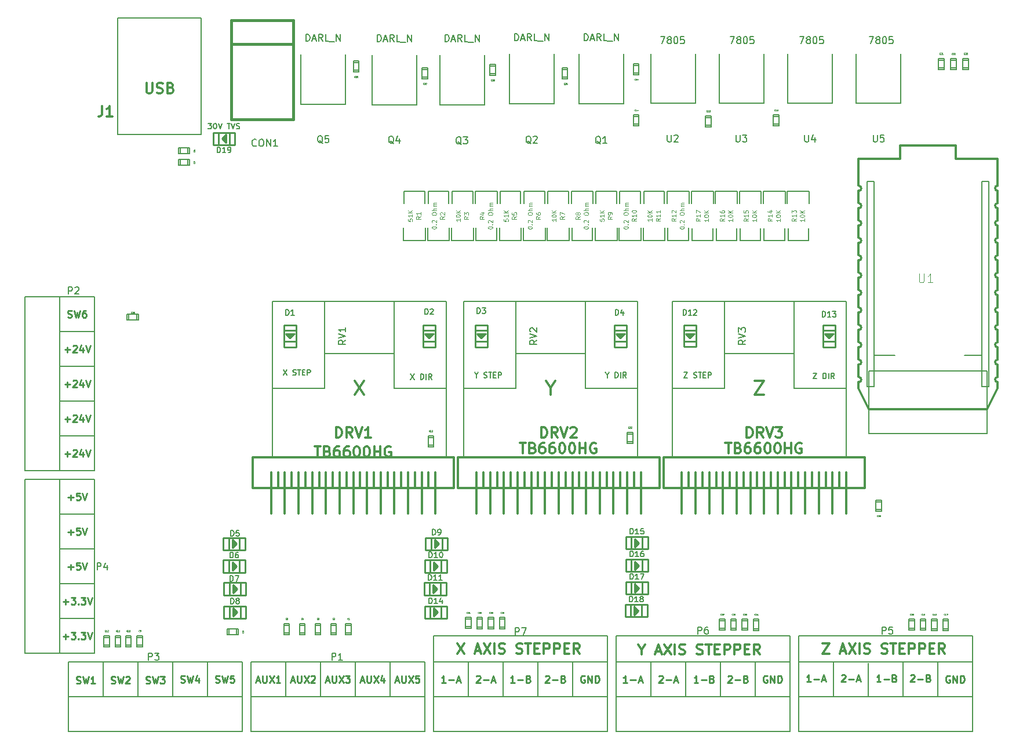
<source format=gto>
G04 #@! TF.FileFunction,Legend,Top*
%FSLAX46Y46*%
G04 Gerber Fmt 4.6, Leading zero omitted, Abs format (unit mm)*
G04 Created by KiCad (PCBNEW 4.0.2-stable) date Mon Sep  5 15:28:57 2016*
%MOMM*%
G01*
G04 APERTURE LIST*
%ADD10C,0.100000*%
%ADD11C,0.254000*%
%ADD12C,0.300000*%
%ADD13C,0.200000*%
%ADD14C,0.304800*%
%ADD15C,0.066040*%
%ADD16C,0.127000*%
%ADD17C,0.150000*%
%ADD18C,0.381000*%
%ADD19C,0.088900*%
%ADD20C,0.119380*%
%ADD21C,0.040640*%
%ADD22C,0.203200*%
%ADD23C,0.149860*%
G04 APERTURE END LIST*
D10*
D11*
X207505905Y-132842000D02*
X207409143Y-132793619D01*
X207264000Y-132793619D01*
X207118858Y-132842000D01*
X207022096Y-132938762D01*
X206973715Y-133035524D01*
X206925334Y-133229048D01*
X206925334Y-133374190D01*
X206973715Y-133567714D01*
X207022096Y-133664476D01*
X207118858Y-133761238D01*
X207264000Y-133809619D01*
X207360762Y-133809619D01*
X207505905Y-133761238D01*
X207554286Y-133712857D01*
X207554286Y-133374190D01*
X207360762Y-133374190D01*
X207989715Y-133809619D02*
X207989715Y-132793619D01*
X208570286Y-133809619D01*
X208570286Y-132793619D01*
X209054096Y-133809619D02*
X209054096Y-132793619D01*
X209296001Y-132793619D01*
X209441143Y-132842000D01*
X209537905Y-132938762D01*
X209586286Y-133035524D01*
X209634667Y-133229048D01*
X209634667Y-133374190D01*
X209586286Y-133567714D01*
X209537905Y-133664476D01*
X209441143Y-133761238D01*
X209296001Y-133809619D01*
X209054096Y-133809619D01*
X197400333Y-133682619D02*
X196819762Y-133682619D01*
X197110048Y-133682619D02*
X197110048Y-132666619D01*
X197013286Y-132811762D01*
X196916524Y-132908524D01*
X196819762Y-132956905D01*
X197835762Y-133295571D02*
X198609857Y-133295571D01*
X199432333Y-133150429D02*
X199577476Y-133198810D01*
X199625857Y-133247190D01*
X199674238Y-133343952D01*
X199674238Y-133489095D01*
X199625857Y-133585857D01*
X199577476Y-133634238D01*
X199480714Y-133682619D01*
X199093667Y-133682619D01*
X199093667Y-132666619D01*
X199432333Y-132666619D01*
X199529095Y-132715000D01*
X199577476Y-132763381D01*
X199625857Y-132860143D01*
X199625857Y-132956905D01*
X199577476Y-133053667D01*
X199529095Y-133102048D01*
X199432333Y-133150429D01*
X199093667Y-133150429D01*
X201772762Y-132763381D02*
X201821143Y-132715000D01*
X201917905Y-132666619D01*
X202159809Y-132666619D01*
X202256571Y-132715000D01*
X202304952Y-132763381D01*
X202353333Y-132860143D01*
X202353333Y-132956905D01*
X202304952Y-133102048D01*
X201724381Y-133682619D01*
X202353333Y-133682619D01*
X202788762Y-133295571D02*
X203562857Y-133295571D01*
X204385333Y-133150429D02*
X204530476Y-133198810D01*
X204578857Y-133247190D01*
X204627238Y-133343952D01*
X204627238Y-133489095D01*
X204578857Y-133585857D01*
X204530476Y-133634238D01*
X204433714Y-133682619D01*
X204046667Y-133682619D01*
X204046667Y-132666619D01*
X204385333Y-132666619D01*
X204482095Y-132715000D01*
X204530476Y-132763381D01*
X204578857Y-132860143D01*
X204578857Y-132956905D01*
X204530476Y-133053667D01*
X204482095Y-133102048D01*
X204385333Y-133150429D01*
X204046667Y-133150429D01*
X191685334Y-132763381D02*
X191733715Y-132715000D01*
X191830477Y-132666619D01*
X192072381Y-132666619D01*
X192169143Y-132715000D01*
X192217524Y-132763381D01*
X192265905Y-132860143D01*
X192265905Y-132956905D01*
X192217524Y-133102048D01*
X191636953Y-133682619D01*
X192265905Y-133682619D01*
X192701334Y-133295571D02*
X193475429Y-133295571D01*
X193910858Y-133392333D02*
X194394667Y-133392333D01*
X193814096Y-133682619D02*
X194152763Y-132666619D01*
X194491429Y-133682619D01*
X187185905Y-133682619D02*
X186605334Y-133682619D01*
X186895620Y-133682619D02*
X186895620Y-132666619D01*
X186798858Y-132811762D01*
X186702096Y-132908524D01*
X186605334Y-132956905D01*
X187621334Y-133295571D02*
X188395429Y-133295571D01*
X188830858Y-133392333D02*
X189314667Y-133392333D01*
X188734096Y-133682619D02*
X189072763Y-132666619D01*
X189411429Y-133682619D01*
X180835905Y-132842000D02*
X180739143Y-132793619D01*
X180594000Y-132793619D01*
X180448858Y-132842000D01*
X180352096Y-132938762D01*
X180303715Y-133035524D01*
X180255334Y-133229048D01*
X180255334Y-133374190D01*
X180303715Y-133567714D01*
X180352096Y-133664476D01*
X180448858Y-133761238D01*
X180594000Y-133809619D01*
X180690762Y-133809619D01*
X180835905Y-133761238D01*
X180884286Y-133712857D01*
X180884286Y-133374190D01*
X180690762Y-133374190D01*
X181319715Y-133809619D02*
X181319715Y-132793619D01*
X181900286Y-133809619D01*
X181900286Y-132793619D01*
X182384096Y-133809619D02*
X182384096Y-132793619D01*
X182626001Y-132793619D01*
X182771143Y-132842000D01*
X182867905Y-132938762D01*
X182916286Y-133035524D01*
X182964667Y-133229048D01*
X182964667Y-133374190D01*
X182916286Y-133567714D01*
X182867905Y-133664476D01*
X182771143Y-133761238D01*
X182626001Y-133809619D01*
X182384096Y-133809619D01*
X175102762Y-132890381D02*
X175151143Y-132842000D01*
X175247905Y-132793619D01*
X175489809Y-132793619D01*
X175586571Y-132842000D01*
X175634952Y-132890381D01*
X175683333Y-132987143D01*
X175683333Y-133083905D01*
X175634952Y-133229048D01*
X175054381Y-133809619D01*
X175683333Y-133809619D01*
X176118762Y-133422571D02*
X176892857Y-133422571D01*
X177715333Y-133277429D02*
X177860476Y-133325810D01*
X177908857Y-133374190D01*
X177957238Y-133470952D01*
X177957238Y-133616095D01*
X177908857Y-133712857D01*
X177860476Y-133761238D01*
X177763714Y-133809619D01*
X177376667Y-133809619D01*
X177376667Y-132793619D01*
X177715333Y-132793619D01*
X177812095Y-132842000D01*
X177860476Y-132890381D01*
X177908857Y-132987143D01*
X177908857Y-133083905D01*
X177860476Y-133180667D01*
X177812095Y-133229048D01*
X177715333Y-133277429D01*
X177376667Y-133277429D01*
X170730333Y-133809619D02*
X170149762Y-133809619D01*
X170440048Y-133809619D02*
X170440048Y-132793619D01*
X170343286Y-132938762D01*
X170246524Y-133035524D01*
X170149762Y-133083905D01*
X171165762Y-133422571D02*
X171939857Y-133422571D01*
X172762333Y-133277429D02*
X172907476Y-133325810D01*
X172955857Y-133374190D01*
X173004238Y-133470952D01*
X173004238Y-133616095D01*
X172955857Y-133712857D01*
X172907476Y-133761238D01*
X172810714Y-133809619D01*
X172423667Y-133809619D01*
X172423667Y-132793619D01*
X172762333Y-132793619D01*
X172859095Y-132842000D01*
X172907476Y-132890381D01*
X172955857Y-132987143D01*
X172955857Y-133083905D01*
X172907476Y-133180667D01*
X172859095Y-133229048D01*
X172762333Y-133277429D01*
X172423667Y-133277429D01*
X165015334Y-132890381D02*
X165063715Y-132842000D01*
X165160477Y-132793619D01*
X165402381Y-132793619D01*
X165499143Y-132842000D01*
X165547524Y-132890381D01*
X165595905Y-132987143D01*
X165595905Y-133083905D01*
X165547524Y-133229048D01*
X164966953Y-133809619D01*
X165595905Y-133809619D01*
X166031334Y-133422571D02*
X166805429Y-133422571D01*
X167240858Y-133519333D02*
X167724667Y-133519333D01*
X167144096Y-133809619D02*
X167482763Y-132793619D01*
X167821429Y-133809619D01*
X160388905Y-133809619D02*
X159808334Y-133809619D01*
X160098620Y-133809619D02*
X160098620Y-132793619D01*
X160001858Y-132938762D01*
X159905096Y-133035524D01*
X159808334Y-133083905D01*
X160824334Y-133422571D02*
X161598429Y-133422571D01*
X162033858Y-133519333D02*
X162517667Y-133519333D01*
X161937096Y-133809619D02*
X162275763Y-132793619D01*
X162614429Y-133809619D01*
X154165905Y-132842000D02*
X154069143Y-132793619D01*
X153924000Y-132793619D01*
X153778858Y-132842000D01*
X153682096Y-132938762D01*
X153633715Y-133035524D01*
X153585334Y-133229048D01*
X153585334Y-133374190D01*
X153633715Y-133567714D01*
X153682096Y-133664476D01*
X153778858Y-133761238D01*
X153924000Y-133809619D01*
X154020762Y-133809619D01*
X154165905Y-133761238D01*
X154214286Y-133712857D01*
X154214286Y-133374190D01*
X154020762Y-133374190D01*
X154649715Y-133809619D02*
X154649715Y-132793619D01*
X155230286Y-133809619D01*
X155230286Y-132793619D01*
X155714096Y-133809619D02*
X155714096Y-132793619D01*
X155956001Y-132793619D01*
X156101143Y-132842000D01*
X156197905Y-132938762D01*
X156246286Y-133035524D01*
X156294667Y-133229048D01*
X156294667Y-133374190D01*
X156246286Y-133567714D01*
X156197905Y-133664476D01*
X156101143Y-133761238D01*
X155956001Y-133809619D01*
X155714096Y-133809619D01*
X148432762Y-132890381D02*
X148481143Y-132842000D01*
X148577905Y-132793619D01*
X148819809Y-132793619D01*
X148916571Y-132842000D01*
X148964952Y-132890381D01*
X149013333Y-132987143D01*
X149013333Y-133083905D01*
X148964952Y-133229048D01*
X148384381Y-133809619D01*
X149013333Y-133809619D01*
X149448762Y-133422571D02*
X150222857Y-133422571D01*
X151045333Y-133277429D02*
X151190476Y-133325810D01*
X151238857Y-133374190D01*
X151287238Y-133470952D01*
X151287238Y-133616095D01*
X151238857Y-133712857D01*
X151190476Y-133761238D01*
X151093714Y-133809619D01*
X150706667Y-133809619D01*
X150706667Y-132793619D01*
X151045333Y-132793619D01*
X151142095Y-132842000D01*
X151190476Y-132890381D01*
X151238857Y-132987143D01*
X151238857Y-133083905D01*
X151190476Y-133180667D01*
X151142095Y-133229048D01*
X151045333Y-133277429D01*
X150706667Y-133277429D01*
X143933333Y-133809619D02*
X143352762Y-133809619D01*
X143643048Y-133809619D02*
X143643048Y-132793619D01*
X143546286Y-132938762D01*
X143449524Y-133035524D01*
X143352762Y-133083905D01*
X144368762Y-133422571D02*
X145142857Y-133422571D01*
X145965333Y-133277429D02*
X146110476Y-133325810D01*
X146158857Y-133374190D01*
X146207238Y-133470952D01*
X146207238Y-133616095D01*
X146158857Y-133712857D01*
X146110476Y-133761238D01*
X146013714Y-133809619D01*
X145626667Y-133809619D01*
X145626667Y-132793619D01*
X145965333Y-132793619D01*
X146062095Y-132842000D01*
X146110476Y-132890381D01*
X146158857Y-132987143D01*
X146158857Y-133083905D01*
X146110476Y-133180667D01*
X146062095Y-133229048D01*
X145965333Y-133277429D01*
X145626667Y-133277429D01*
X138345334Y-132890381D02*
X138393715Y-132842000D01*
X138490477Y-132793619D01*
X138732381Y-132793619D01*
X138829143Y-132842000D01*
X138877524Y-132890381D01*
X138925905Y-132987143D01*
X138925905Y-133083905D01*
X138877524Y-133229048D01*
X138296953Y-133809619D01*
X138925905Y-133809619D01*
X139361334Y-133422571D02*
X140135429Y-133422571D01*
X140570858Y-133519333D02*
X141054667Y-133519333D01*
X140474096Y-133809619D02*
X140812763Y-132793619D01*
X141151429Y-133809619D01*
D12*
X188901716Y-128083571D02*
X189901716Y-128083571D01*
X188901716Y-129583571D01*
X189901716Y-129583571D01*
X191544572Y-129155000D02*
X192258858Y-129155000D01*
X191401715Y-129583571D02*
X191901715Y-128083571D01*
X192401715Y-129583571D01*
X192758858Y-128083571D02*
X193758858Y-129583571D01*
X193758858Y-128083571D02*
X192758858Y-129583571D01*
X194330286Y-129583571D02*
X194330286Y-128083571D01*
X194973143Y-129512143D02*
X195187429Y-129583571D01*
X195544572Y-129583571D01*
X195687429Y-129512143D01*
X195758858Y-129440714D01*
X195830286Y-129297857D01*
X195830286Y-129155000D01*
X195758858Y-129012143D01*
X195687429Y-128940714D01*
X195544572Y-128869286D01*
X195258858Y-128797857D01*
X195116000Y-128726429D01*
X195044572Y-128655000D01*
X194973143Y-128512143D01*
X194973143Y-128369286D01*
X195044572Y-128226429D01*
X195116000Y-128155000D01*
X195258858Y-128083571D01*
X195616000Y-128083571D01*
X195830286Y-128155000D01*
X197544571Y-129512143D02*
X197758857Y-129583571D01*
X198116000Y-129583571D01*
X198258857Y-129512143D01*
X198330286Y-129440714D01*
X198401714Y-129297857D01*
X198401714Y-129155000D01*
X198330286Y-129012143D01*
X198258857Y-128940714D01*
X198116000Y-128869286D01*
X197830286Y-128797857D01*
X197687428Y-128726429D01*
X197616000Y-128655000D01*
X197544571Y-128512143D01*
X197544571Y-128369286D01*
X197616000Y-128226429D01*
X197687428Y-128155000D01*
X197830286Y-128083571D01*
X198187428Y-128083571D01*
X198401714Y-128155000D01*
X198830285Y-128083571D02*
X199687428Y-128083571D01*
X199258857Y-129583571D02*
X199258857Y-128083571D01*
X200187428Y-128797857D02*
X200687428Y-128797857D01*
X200901714Y-129583571D02*
X200187428Y-129583571D01*
X200187428Y-128083571D01*
X200901714Y-128083571D01*
X201544571Y-129583571D02*
X201544571Y-128083571D01*
X202115999Y-128083571D01*
X202258857Y-128155000D01*
X202330285Y-128226429D01*
X202401714Y-128369286D01*
X202401714Y-128583571D01*
X202330285Y-128726429D01*
X202258857Y-128797857D01*
X202115999Y-128869286D01*
X201544571Y-128869286D01*
X203044571Y-129583571D02*
X203044571Y-128083571D01*
X203615999Y-128083571D01*
X203758857Y-128155000D01*
X203830285Y-128226429D01*
X203901714Y-128369286D01*
X203901714Y-128583571D01*
X203830285Y-128726429D01*
X203758857Y-128797857D01*
X203615999Y-128869286D01*
X203044571Y-128869286D01*
X204544571Y-128797857D02*
X205044571Y-128797857D01*
X205258857Y-129583571D02*
X204544571Y-129583571D01*
X204544571Y-128083571D01*
X205258857Y-128083571D01*
X206758857Y-129583571D02*
X206258857Y-128869286D01*
X205901714Y-129583571D02*
X205901714Y-128083571D01*
X206473142Y-128083571D01*
X206616000Y-128155000D01*
X206687428Y-128226429D01*
X206758857Y-128369286D01*
X206758857Y-128583571D01*
X206687428Y-128726429D01*
X206616000Y-128797857D01*
X206473142Y-128869286D01*
X205901714Y-128869286D01*
X162477715Y-128996286D02*
X162477715Y-129710571D01*
X161977715Y-128210571D02*
X162477715Y-128996286D01*
X162977715Y-128210571D01*
X164549143Y-129282000D02*
X165263429Y-129282000D01*
X164406286Y-129710571D02*
X164906286Y-128210571D01*
X165406286Y-129710571D01*
X165763429Y-128210571D02*
X166763429Y-129710571D01*
X166763429Y-128210571D02*
X165763429Y-129710571D01*
X167334857Y-129710571D02*
X167334857Y-128210571D01*
X167977714Y-129639143D02*
X168192000Y-129710571D01*
X168549143Y-129710571D01*
X168692000Y-129639143D01*
X168763429Y-129567714D01*
X168834857Y-129424857D01*
X168834857Y-129282000D01*
X168763429Y-129139143D01*
X168692000Y-129067714D01*
X168549143Y-128996286D01*
X168263429Y-128924857D01*
X168120571Y-128853429D01*
X168049143Y-128782000D01*
X167977714Y-128639143D01*
X167977714Y-128496286D01*
X168049143Y-128353429D01*
X168120571Y-128282000D01*
X168263429Y-128210571D01*
X168620571Y-128210571D01*
X168834857Y-128282000D01*
X170549142Y-129639143D02*
X170763428Y-129710571D01*
X171120571Y-129710571D01*
X171263428Y-129639143D01*
X171334857Y-129567714D01*
X171406285Y-129424857D01*
X171406285Y-129282000D01*
X171334857Y-129139143D01*
X171263428Y-129067714D01*
X171120571Y-128996286D01*
X170834857Y-128924857D01*
X170691999Y-128853429D01*
X170620571Y-128782000D01*
X170549142Y-128639143D01*
X170549142Y-128496286D01*
X170620571Y-128353429D01*
X170691999Y-128282000D01*
X170834857Y-128210571D01*
X171191999Y-128210571D01*
X171406285Y-128282000D01*
X171834856Y-128210571D02*
X172691999Y-128210571D01*
X172263428Y-129710571D02*
X172263428Y-128210571D01*
X173191999Y-128924857D02*
X173691999Y-128924857D01*
X173906285Y-129710571D02*
X173191999Y-129710571D01*
X173191999Y-128210571D01*
X173906285Y-128210571D01*
X174549142Y-129710571D02*
X174549142Y-128210571D01*
X175120570Y-128210571D01*
X175263428Y-128282000D01*
X175334856Y-128353429D01*
X175406285Y-128496286D01*
X175406285Y-128710571D01*
X175334856Y-128853429D01*
X175263428Y-128924857D01*
X175120570Y-128996286D01*
X174549142Y-128996286D01*
X176049142Y-129710571D02*
X176049142Y-128210571D01*
X176620570Y-128210571D01*
X176763428Y-128282000D01*
X176834856Y-128353429D01*
X176906285Y-128496286D01*
X176906285Y-128710571D01*
X176834856Y-128853429D01*
X176763428Y-128924857D01*
X176620570Y-128996286D01*
X176049142Y-128996286D01*
X177549142Y-128924857D02*
X178049142Y-128924857D01*
X178263428Y-129710571D02*
X177549142Y-129710571D01*
X177549142Y-128210571D01*
X178263428Y-128210571D01*
X179763428Y-129710571D02*
X179263428Y-128996286D01*
X178906285Y-129710571D02*
X178906285Y-128210571D01*
X179477713Y-128210571D01*
X179620571Y-128282000D01*
X179691999Y-128353429D01*
X179763428Y-128496286D01*
X179763428Y-128710571D01*
X179691999Y-128853429D01*
X179620571Y-128924857D01*
X179477713Y-128996286D01*
X178906285Y-128996286D01*
X135561716Y-128083571D02*
X136561716Y-129583571D01*
X136561716Y-128083571D02*
X135561716Y-129583571D01*
X138204572Y-129155000D02*
X138918858Y-129155000D01*
X138061715Y-129583571D02*
X138561715Y-128083571D01*
X139061715Y-129583571D01*
X139418858Y-128083571D02*
X140418858Y-129583571D01*
X140418858Y-128083571D02*
X139418858Y-129583571D01*
X140990286Y-129583571D02*
X140990286Y-128083571D01*
X141633143Y-129512143D02*
X141847429Y-129583571D01*
X142204572Y-129583571D01*
X142347429Y-129512143D01*
X142418858Y-129440714D01*
X142490286Y-129297857D01*
X142490286Y-129155000D01*
X142418858Y-129012143D01*
X142347429Y-128940714D01*
X142204572Y-128869286D01*
X141918858Y-128797857D01*
X141776000Y-128726429D01*
X141704572Y-128655000D01*
X141633143Y-128512143D01*
X141633143Y-128369286D01*
X141704572Y-128226429D01*
X141776000Y-128155000D01*
X141918858Y-128083571D01*
X142276000Y-128083571D01*
X142490286Y-128155000D01*
X144204571Y-129512143D02*
X144418857Y-129583571D01*
X144776000Y-129583571D01*
X144918857Y-129512143D01*
X144990286Y-129440714D01*
X145061714Y-129297857D01*
X145061714Y-129155000D01*
X144990286Y-129012143D01*
X144918857Y-128940714D01*
X144776000Y-128869286D01*
X144490286Y-128797857D01*
X144347428Y-128726429D01*
X144276000Y-128655000D01*
X144204571Y-128512143D01*
X144204571Y-128369286D01*
X144276000Y-128226429D01*
X144347428Y-128155000D01*
X144490286Y-128083571D01*
X144847428Y-128083571D01*
X145061714Y-128155000D01*
X145490285Y-128083571D02*
X146347428Y-128083571D01*
X145918857Y-129583571D02*
X145918857Y-128083571D01*
X146847428Y-128797857D02*
X147347428Y-128797857D01*
X147561714Y-129583571D02*
X146847428Y-129583571D01*
X146847428Y-128083571D01*
X147561714Y-128083571D01*
X148204571Y-129583571D02*
X148204571Y-128083571D01*
X148775999Y-128083571D01*
X148918857Y-128155000D01*
X148990285Y-128226429D01*
X149061714Y-128369286D01*
X149061714Y-128583571D01*
X148990285Y-128726429D01*
X148918857Y-128797857D01*
X148775999Y-128869286D01*
X148204571Y-128869286D01*
X149704571Y-129583571D02*
X149704571Y-128083571D01*
X150275999Y-128083571D01*
X150418857Y-128155000D01*
X150490285Y-128226429D01*
X150561714Y-128369286D01*
X150561714Y-128583571D01*
X150490285Y-128726429D01*
X150418857Y-128797857D01*
X150275999Y-128869286D01*
X149704571Y-128869286D01*
X151204571Y-128797857D02*
X151704571Y-128797857D01*
X151918857Y-129583571D02*
X151204571Y-129583571D01*
X151204571Y-128083571D01*
X151918857Y-128083571D01*
X153418857Y-129583571D02*
X152918857Y-128869286D01*
X152561714Y-129583571D02*
X152561714Y-128083571D01*
X153133142Y-128083571D01*
X153276000Y-128155000D01*
X153347428Y-128226429D01*
X153418857Y-128369286D01*
X153418857Y-128583571D01*
X153347428Y-128726429D01*
X153276000Y-128797857D01*
X153133142Y-128869286D01*
X152561714Y-128869286D01*
D13*
X132080000Y-127000000D02*
X132080000Y-130937000D01*
X137160000Y-127000000D02*
X132080000Y-127000000D01*
X157480000Y-127000000D02*
X137160000Y-127000000D01*
X157480000Y-130810000D02*
X157480000Y-127000000D01*
X158750000Y-127000000D02*
X158750000Y-130810000D01*
X184150000Y-127000000D02*
X158750000Y-127000000D01*
X184150000Y-130810000D02*
X184150000Y-127000000D01*
X185420000Y-127000000D02*
X185420000Y-130810000D01*
X210820000Y-127000000D02*
X185420000Y-127000000D01*
X210820000Y-130810000D02*
X210820000Y-127000000D01*
D11*
X133845905Y-133809619D02*
X133265334Y-133809619D01*
X133555620Y-133809619D02*
X133555620Y-132793619D01*
X133458858Y-132938762D01*
X133362096Y-133035524D01*
X133265334Y-133083905D01*
X134281334Y-133422571D02*
X135055429Y-133422571D01*
X135490858Y-133519333D02*
X135974667Y-133519333D01*
X135394096Y-133809619D02*
X135732763Y-132793619D01*
X136071429Y-133809619D01*
X126528286Y-133519333D02*
X127012095Y-133519333D01*
X126431524Y-133809619D02*
X126770191Y-132793619D01*
X127108857Y-133809619D01*
X127447524Y-132793619D02*
X127447524Y-133616095D01*
X127495905Y-133712857D01*
X127544286Y-133761238D01*
X127641048Y-133809619D01*
X127834571Y-133809619D01*
X127931333Y-133761238D01*
X127979714Y-133712857D01*
X128028095Y-133616095D01*
X128028095Y-132793619D01*
X128415143Y-132793619D02*
X129092476Y-133809619D01*
X129092476Y-132793619D02*
X128415143Y-133809619D01*
X129963333Y-132793619D02*
X129479524Y-132793619D01*
X129431143Y-133277429D01*
X129479524Y-133229048D01*
X129576286Y-133180667D01*
X129818190Y-133180667D01*
X129914952Y-133229048D01*
X129963333Y-133277429D01*
X130011714Y-133374190D01*
X130011714Y-133616095D01*
X129963333Y-133712857D01*
X129914952Y-133761238D01*
X129818190Y-133809619D01*
X129576286Y-133809619D01*
X129479524Y-133761238D01*
X129431143Y-133712857D01*
X121448286Y-133519333D02*
X121932095Y-133519333D01*
X121351524Y-133809619D02*
X121690191Y-132793619D01*
X122028857Y-133809619D01*
X122367524Y-132793619D02*
X122367524Y-133616095D01*
X122415905Y-133712857D01*
X122464286Y-133761238D01*
X122561048Y-133809619D01*
X122754571Y-133809619D01*
X122851333Y-133761238D01*
X122899714Y-133712857D01*
X122948095Y-133616095D01*
X122948095Y-132793619D01*
X123335143Y-132793619D02*
X124012476Y-133809619D01*
X124012476Y-132793619D02*
X123335143Y-133809619D01*
X124834952Y-133132286D02*
X124834952Y-133809619D01*
X124593048Y-132745238D02*
X124351143Y-133470952D01*
X124980095Y-133470952D01*
X116368286Y-133519333D02*
X116852095Y-133519333D01*
X116271524Y-133809619D02*
X116610191Y-132793619D01*
X116948857Y-133809619D01*
X117287524Y-132793619D02*
X117287524Y-133616095D01*
X117335905Y-133712857D01*
X117384286Y-133761238D01*
X117481048Y-133809619D01*
X117674571Y-133809619D01*
X117771333Y-133761238D01*
X117819714Y-133712857D01*
X117868095Y-133616095D01*
X117868095Y-132793619D01*
X118255143Y-132793619D02*
X118932476Y-133809619D01*
X118932476Y-132793619D02*
X118255143Y-133809619D01*
X119222762Y-132793619D02*
X119851714Y-132793619D01*
X119513048Y-133180667D01*
X119658190Y-133180667D01*
X119754952Y-133229048D01*
X119803333Y-133277429D01*
X119851714Y-133374190D01*
X119851714Y-133616095D01*
X119803333Y-133712857D01*
X119754952Y-133761238D01*
X119658190Y-133809619D01*
X119367905Y-133809619D01*
X119271143Y-133761238D01*
X119222762Y-133712857D01*
X111288286Y-133519333D02*
X111772095Y-133519333D01*
X111191524Y-133809619D02*
X111530191Y-132793619D01*
X111868857Y-133809619D01*
X112207524Y-132793619D02*
X112207524Y-133616095D01*
X112255905Y-133712857D01*
X112304286Y-133761238D01*
X112401048Y-133809619D01*
X112594571Y-133809619D01*
X112691333Y-133761238D01*
X112739714Y-133712857D01*
X112788095Y-133616095D01*
X112788095Y-132793619D01*
X113175143Y-132793619D02*
X113852476Y-133809619D01*
X113852476Y-132793619D02*
X113175143Y-133809619D01*
X114191143Y-132890381D02*
X114239524Y-132842000D01*
X114336286Y-132793619D01*
X114578190Y-132793619D01*
X114674952Y-132842000D01*
X114723333Y-132890381D01*
X114771714Y-132987143D01*
X114771714Y-133083905D01*
X114723333Y-133229048D01*
X114142762Y-133809619D01*
X114771714Y-133809619D01*
X106208286Y-133519333D02*
X106692095Y-133519333D01*
X106111524Y-133809619D02*
X106450191Y-132793619D01*
X106788857Y-133809619D01*
X107127524Y-132793619D02*
X107127524Y-133616095D01*
X107175905Y-133712857D01*
X107224286Y-133761238D01*
X107321048Y-133809619D01*
X107514571Y-133809619D01*
X107611333Y-133761238D01*
X107659714Y-133712857D01*
X107708095Y-133616095D01*
X107708095Y-132793619D01*
X108095143Y-132793619D02*
X108772476Y-133809619D01*
X108772476Y-132793619D02*
X108095143Y-133809619D01*
X109691714Y-133809619D02*
X109111143Y-133809619D01*
X109401429Y-133809619D02*
X109401429Y-132793619D01*
X109304667Y-132938762D01*
X109207905Y-133035524D01*
X109111143Y-133083905D01*
X77978000Y-127072571D02*
X78752095Y-127072571D01*
X78365047Y-127459619D02*
X78365047Y-126685524D01*
X79139143Y-126443619D02*
X79768095Y-126443619D01*
X79429429Y-126830667D01*
X79574571Y-126830667D01*
X79671333Y-126879048D01*
X79719714Y-126927429D01*
X79768095Y-127024190D01*
X79768095Y-127266095D01*
X79719714Y-127362857D01*
X79671333Y-127411238D01*
X79574571Y-127459619D01*
X79284286Y-127459619D01*
X79187524Y-127411238D01*
X79139143Y-127362857D01*
X80203524Y-127362857D02*
X80251905Y-127411238D01*
X80203524Y-127459619D01*
X80155143Y-127411238D01*
X80203524Y-127362857D01*
X80203524Y-127459619D01*
X80590572Y-126443619D02*
X81219524Y-126443619D01*
X80880858Y-126830667D01*
X81026000Y-126830667D01*
X81122762Y-126879048D01*
X81171143Y-126927429D01*
X81219524Y-127024190D01*
X81219524Y-127266095D01*
X81171143Y-127362857D01*
X81122762Y-127411238D01*
X81026000Y-127459619D01*
X80735715Y-127459619D01*
X80638953Y-127411238D01*
X80590572Y-127362857D01*
X81509810Y-126443619D02*
X81848477Y-127459619D01*
X82187143Y-126443619D01*
X77978000Y-121992571D02*
X78752095Y-121992571D01*
X78365047Y-122379619D02*
X78365047Y-121605524D01*
X79139143Y-121363619D02*
X79768095Y-121363619D01*
X79429429Y-121750667D01*
X79574571Y-121750667D01*
X79671333Y-121799048D01*
X79719714Y-121847429D01*
X79768095Y-121944190D01*
X79768095Y-122186095D01*
X79719714Y-122282857D01*
X79671333Y-122331238D01*
X79574571Y-122379619D01*
X79284286Y-122379619D01*
X79187524Y-122331238D01*
X79139143Y-122282857D01*
X80203524Y-122282857D02*
X80251905Y-122331238D01*
X80203524Y-122379619D01*
X80155143Y-122331238D01*
X80203524Y-122282857D01*
X80203524Y-122379619D01*
X80590572Y-121363619D02*
X81219524Y-121363619D01*
X80880858Y-121750667D01*
X81026000Y-121750667D01*
X81122762Y-121799048D01*
X81171143Y-121847429D01*
X81219524Y-121944190D01*
X81219524Y-122186095D01*
X81171143Y-122282857D01*
X81122762Y-122331238D01*
X81026000Y-122379619D01*
X80735715Y-122379619D01*
X80638953Y-122331238D01*
X80590572Y-122282857D01*
X81509810Y-121363619D02*
X81848477Y-122379619D01*
X82187143Y-121363619D01*
X78703715Y-116912571D02*
X79477810Y-116912571D01*
X79090762Y-117299619D02*
X79090762Y-116525524D01*
X80445429Y-116283619D02*
X79961620Y-116283619D01*
X79913239Y-116767429D01*
X79961620Y-116719048D01*
X80058382Y-116670667D01*
X80300286Y-116670667D01*
X80397048Y-116719048D01*
X80445429Y-116767429D01*
X80493810Y-116864190D01*
X80493810Y-117106095D01*
X80445429Y-117202857D01*
X80397048Y-117251238D01*
X80300286Y-117299619D01*
X80058382Y-117299619D01*
X79961620Y-117251238D01*
X79913239Y-117202857D01*
X80784096Y-116283619D02*
X81122763Y-117299619D01*
X81461429Y-116283619D01*
X78703715Y-111832571D02*
X79477810Y-111832571D01*
X79090762Y-112219619D02*
X79090762Y-111445524D01*
X80445429Y-111203619D02*
X79961620Y-111203619D01*
X79913239Y-111687429D01*
X79961620Y-111639048D01*
X80058382Y-111590667D01*
X80300286Y-111590667D01*
X80397048Y-111639048D01*
X80445429Y-111687429D01*
X80493810Y-111784190D01*
X80493810Y-112026095D01*
X80445429Y-112122857D01*
X80397048Y-112171238D01*
X80300286Y-112219619D01*
X80058382Y-112219619D01*
X79961620Y-112171238D01*
X79913239Y-112122857D01*
X80784096Y-111203619D02*
X81122763Y-112219619D01*
X81461429Y-111203619D01*
X78703715Y-106752571D02*
X79477810Y-106752571D01*
X79090762Y-107139619D02*
X79090762Y-106365524D01*
X80445429Y-106123619D02*
X79961620Y-106123619D01*
X79913239Y-106607429D01*
X79961620Y-106559048D01*
X80058382Y-106510667D01*
X80300286Y-106510667D01*
X80397048Y-106559048D01*
X80445429Y-106607429D01*
X80493810Y-106704190D01*
X80493810Y-106946095D01*
X80445429Y-107042857D01*
X80397048Y-107091238D01*
X80300286Y-107139619D01*
X80058382Y-107139619D01*
X79961620Y-107091238D01*
X79913239Y-107042857D01*
X80784096Y-106123619D02*
X81122763Y-107139619D01*
X81461429Y-106123619D01*
X78219905Y-100402571D02*
X78994000Y-100402571D01*
X78606952Y-100789619D02*
X78606952Y-100015524D01*
X79429429Y-99870381D02*
X79477810Y-99822000D01*
X79574572Y-99773619D01*
X79816476Y-99773619D01*
X79913238Y-99822000D01*
X79961619Y-99870381D01*
X80010000Y-99967143D01*
X80010000Y-100063905D01*
X79961619Y-100209048D01*
X79381048Y-100789619D01*
X80010000Y-100789619D01*
X80880857Y-100112286D02*
X80880857Y-100789619D01*
X80638953Y-99725238D02*
X80397048Y-100450952D01*
X81026000Y-100450952D01*
X81267905Y-99773619D02*
X81606572Y-100789619D01*
X81945238Y-99773619D01*
X78219905Y-95322571D02*
X78994000Y-95322571D01*
X78606952Y-95709619D02*
X78606952Y-94935524D01*
X79429429Y-94790381D02*
X79477810Y-94742000D01*
X79574572Y-94693619D01*
X79816476Y-94693619D01*
X79913238Y-94742000D01*
X79961619Y-94790381D01*
X80010000Y-94887143D01*
X80010000Y-94983905D01*
X79961619Y-95129048D01*
X79381048Y-95709619D01*
X80010000Y-95709619D01*
X80880857Y-95032286D02*
X80880857Y-95709619D01*
X80638953Y-94645238D02*
X80397048Y-95370952D01*
X81026000Y-95370952D01*
X81267905Y-94693619D02*
X81606572Y-95709619D01*
X81945238Y-94693619D01*
X78219905Y-90242571D02*
X78994000Y-90242571D01*
X78606952Y-90629619D02*
X78606952Y-89855524D01*
X79429429Y-89710381D02*
X79477810Y-89662000D01*
X79574572Y-89613619D01*
X79816476Y-89613619D01*
X79913238Y-89662000D01*
X79961619Y-89710381D01*
X80010000Y-89807143D01*
X80010000Y-89903905D01*
X79961619Y-90049048D01*
X79381048Y-90629619D01*
X80010000Y-90629619D01*
X80880857Y-89952286D02*
X80880857Y-90629619D01*
X80638953Y-89565238D02*
X80397048Y-90290952D01*
X81026000Y-90290952D01*
X81267905Y-89613619D02*
X81606572Y-90629619D01*
X81945238Y-89613619D01*
X78219905Y-85162571D02*
X78994000Y-85162571D01*
X78606952Y-85549619D02*
X78606952Y-84775524D01*
X79429429Y-84630381D02*
X79477810Y-84582000D01*
X79574572Y-84533619D01*
X79816476Y-84533619D01*
X79913238Y-84582000D01*
X79961619Y-84630381D01*
X80010000Y-84727143D01*
X80010000Y-84823905D01*
X79961619Y-84969048D01*
X79381048Y-85549619D01*
X80010000Y-85549619D01*
X80880857Y-84872286D02*
X80880857Y-85549619D01*
X80638953Y-84485238D02*
X80397048Y-85210952D01*
X81026000Y-85210952D01*
X81267905Y-84533619D02*
X81606572Y-85549619D01*
X81945238Y-84533619D01*
X78655334Y-80421238D02*
X78800477Y-80469619D01*
X79042381Y-80469619D01*
X79139143Y-80421238D01*
X79187524Y-80372857D01*
X79235905Y-80276095D01*
X79235905Y-80179333D01*
X79187524Y-80082571D01*
X79139143Y-80034190D01*
X79042381Y-79985810D01*
X78848858Y-79937429D01*
X78752096Y-79889048D01*
X78703715Y-79840667D01*
X78655334Y-79743905D01*
X78655334Y-79647143D01*
X78703715Y-79550381D01*
X78752096Y-79502000D01*
X78848858Y-79453619D01*
X79090762Y-79453619D01*
X79235905Y-79502000D01*
X79574572Y-79453619D02*
X79816477Y-80469619D01*
X80010000Y-79743905D01*
X80203524Y-80469619D01*
X80445429Y-79453619D01*
X81267905Y-79453619D02*
X81074382Y-79453619D01*
X80977620Y-79502000D01*
X80929239Y-79550381D01*
X80832477Y-79695524D01*
X80784096Y-79889048D01*
X80784096Y-80276095D01*
X80832477Y-80372857D01*
X80880858Y-80421238D01*
X80977620Y-80469619D01*
X81171143Y-80469619D01*
X81267905Y-80421238D01*
X81316286Y-80372857D01*
X81364667Y-80276095D01*
X81364667Y-80034190D01*
X81316286Y-79937429D01*
X81267905Y-79889048D01*
X81171143Y-79840667D01*
X80977620Y-79840667D01*
X80880858Y-79889048D01*
X80832477Y-79937429D01*
X80784096Y-80034190D01*
X100245334Y-133761238D02*
X100390477Y-133809619D01*
X100632381Y-133809619D01*
X100729143Y-133761238D01*
X100777524Y-133712857D01*
X100825905Y-133616095D01*
X100825905Y-133519333D01*
X100777524Y-133422571D01*
X100729143Y-133374190D01*
X100632381Y-133325810D01*
X100438858Y-133277429D01*
X100342096Y-133229048D01*
X100293715Y-133180667D01*
X100245334Y-133083905D01*
X100245334Y-132987143D01*
X100293715Y-132890381D01*
X100342096Y-132842000D01*
X100438858Y-132793619D01*
X100680762Y-132793619D01*
X100825905Y-132842000D01*
X101164572Y-132793619D02*
X101406477Y-133809619D01*
X101600000Y-133083905D01*
X101793524Y-133809619D01*
X102035429Y-132793619D01*
X102906286Y-132793619D02*
X102422477Y-132793619D01*
X102374096Y-133277429D01*
X102422477Y-133229048D01*
X102519239Y-133180667D01*
X102761143Y-133180667D01*
X102857905Y-133229048D01*
X102906286Y-133277429D01*
X102954667Y-133374190D01*
X102954667Y-133616095D01*
X102906286Y-133712857D01*
X102857905Y-133761238D01*
X102761143Y-133809619D01*
X102519239Y-133809619D01*
X102422477Y-133761238D01*
X102374096Y-133712857D01*
X95165334Y-133761238D02*
X95310477Y-133809619D01*
X95552381Y-133809619D01*
X95649143Y-133761238D01*
X95697524Y-133712857D01*
X95745905Y-133616095D01*
X95745905Y-133519333D01*
X95697524Y-133422571D01*
X95649143Y-133374190D01*
X95552381Y-133325810D01*
X95358858Y-133277429D01*
X95262096Y-133229048D01*
X95213715Y-133180667D01*
X95165334Y-133083905D01*
X95165334Y-132987143D01*
X95213715Y-132890381D01*
X95262096Y-132842000D01*
X95358858Y-132793619D01*
X95600762Y-132793619D01*
X95745905Y-132842000D01*
X96084572Y-132793619D02*
X96326477Y-133809619D01*
X96520000Y-133083905D01*
X96713524Y-133809619D01*
X96955429Y-132793619D01*
X97777905Y-133132286D02*
X97777905Y-133809619D01*
X97536001Y-132745238D02*
X97294096Y-133470952D01*
X97923048Y-133470952D01*
X90085334Y-133888238D02*
X90230477Y-133936619D01*
X90472381Y-133936619D01*
X90569143Y-133888238D01*
X90617524Y-133839857D01*
X90665905Y-133743095D01*
X90665905Y-133646333D01*
X90617524Y-133549571D01*
X90569143Y-133501190D01*
X90472381Y-133452810D01*
X90278858Y-133404429D01*
X90182096Y-133356048D01*
X90133715Y-133307667D01*
X90085334Y-133210905D01*
X90085334Y-133114143D01*
X90133715Y-133017381D01*
X90182096Y-132969000D01*
X90278858Y-132920619D01*
X90520762Y-132920619D01*
X90665905Y-132969000D01*
X91004572Y-132920619D02*
X91246477Y-133936619D01*
X91440000Y-133210905D01*
X91633524Y-133936619D01*
X91875429Y-132920619D01*
X92165715Y-132920619D02*
X92794667Y-132920619D01*
X92456001Y-133307667D01*
X92601143Y-133307667D01*
X92697905Y-133356048D01*
X92746286Y-133404429D01*
X92794667Y-133501190D01*
X92794667Y-133743095D01*
X92746286Y-133839857D01*
X92697905Y-133888238D01*
X92601143Y-133936619D01*
X92310858Y-133936619D01*
X92214096Y-133888238D01*
X92165715Y-133839857D01*
X85005334Y-133888238D02*
X85150477Y-133936619D01*
X85392381Y-133936619D01*
X85489143Y-133888238D01*
X85537524Y-133839857D01*
X85585905Y-133743095D01*
X85585905Y-133646333D01*
X85537524Y-133549571D01*
X85489143Y-133501190D01*
X85392381Y-133452810D01*
X85198858Y-133404429D01*
X85102096Y-133356048D01*
X85053715Y-133307667D01*
X85005334Y-133210905D01*
X85005334Y-133114143D01*
X85053715Y-133017381D01*
X85102096Y-132969000D01*
X85198858Y-132920619D01*
X85440762Y-132920619D01*
X85585905Y-132969000D01*
X85924572Y-132920619D02*
X86166477Y-133936619D01*
X86360000Y-133210905D01*
X86553524Y-133936619D01*
X86795429Y-132920619D01*
X87134096Y-133017381D02*
X87182477Y-132969000D01*
X87279239Y-132920619D01*
X87521143Y-132920619D01*
X87617905Y-132969000D01*
X87666286Y-133017381D01*
X87714667Y-133114143D01*
X87714667Y-133210905D01*
X87666286Y-133356048D01*
X87085715Y-133936619D01*
X87714667Y-133936619D01*
X79925334Y-133888238D02*
X80070477Y-133936619D01*
X80312381Y-133936619D01*
X80409143Y-133888238D01*
X80457524Y-133839857D01*
X80505905Y-133743095D01*
X80505905Y-133646333D01*
X80457524Y-133549571D01*
X80409143Y-133501190D01*
X80312381Y-133452810D01*
X80118858Y-133404429D01*
X80022096Y-133356048D01*
X79973715Y-133307667D01*
X79925334Y-133210905D01*
X79925334Y-133114143D01*
X79973715Y-133017381D01*
X80022096Y-132969000D01*
X80118858Y-132920619D01*
X80360762Y-132920619D01*
X80505905Y-132969000D01*
X80844572Y-132920619D02*
X81086477Y-133936619D01*
X81280000Y-133210905D01*
X81473524Y-133936619D01*
X81715429Y-132920619D01*
X82634667Y-133936619D02*
X82054096Y-133936619D01*
X82344382Y-133936619D02*
X82344382Y-132920619D01*
X82247620Y-133065762D01*
X82150858Y-133162524D01*
X82054096Y-133210905D01*
D13*
X77470000Y-82550000D02*
X82550000Y-82550000D01*
X77470000Y-87630000D02*
X82550000Y-87630000D01*
X77470000Y-92710000D02*
X82550000Y-92710000D01*
X77470000Y-97790000D02*
X82550000Y-97790000D01*
X77470000Y-109220000D02*
X82550000Y-109220000D01*
X77470000Y-114300000D02*
X82550000Y-114300000D01*
X77470000Y-119380000D02*
X82550000Y-119380000D01*
X77597000Y-124460000D02*
X82550000Y-124460000D01*
X205740000Y-135890000D02*
X205740000Y-130810000D01*
X200660000Y-135890000D02*
X200660000Y-130810000D01*
X195580000Y-135890000D02*
X195580000Y-130937000D01*
X190500000Y-135890000D02*
X190500000Y-130810000D01*
X179070000Y-135890000D02*
X179070000Y-130810000D01*
X173990000Y-135890000D02*
X173990000Y-130810000D01*
X168910000Y-135890000D02*
X168910000Y-130810000D01*
X163830000Y-135890000D02*
X163830000Y-130810000D01*
X152400000Y-135890000D02*
X152400000Y-130810000D01*
X147320000Y-135890000D02*
X147320000Y-130810000D01*
X142240000Y-135890000D02*
X142240000Y-130810000D01*
X137160000Y-135890000D02*
X137160000Y-130810000D01*
X125730000Y-135890000D02*
X125730000Y-130810000D01*
X120650000Y-135890000D02*
X120650000Y-130810000D01*
X115570000Y-135890000D02*
X115570000Y-130810000D01*
X110490000Y-135890000D02*
X110490000Y-130810000D01*
X99060000Y-135890000D02*
X99060000Y-130810000D01*
X93980000Y-135890000D02*
X93980000Y-130810000D01*
X88900000Y-135890000D02*
X88900000Y-130810000D01*
X83820000Y-135890000D02*
X83820000Y-130810000D01*
X82550000Y-77470000D02*
X77470000Y-77470000D01*
X82550000Y-102870000D02*
X82550000Y-77470000D01*
X77470000Y-102870000D02*
X82550000Y-102870000D01*
X82550000Y-104140000D02*
X77470000Y-104140000D01*
X82550000Y-129540000D02*
X82550000Y-104140000D01*
X77597000Y-129540000D02*
X82550000Y-129540000D01*
X210820000Y-130810000D02*
X210820000Y-135890000D01*
X185420000Y-130810000D02*
X210820000Y-130810000D01*
X185420000Y-135890000D02*
X185420000Y-130810000D01*
X184150000Y-130810000D02*
X184150000Y-135890000D01*
X158750000Y-130810000D02*
X184150000Y-130810000D01*
X158750000Y-135890000D02*
X158750000Y-130810000D01*
X157480000Y-130810000D02*
X157480000Y-135890000D01*
X132080000Y-130810000D02*
X157480000Y-130810000D01*
X132080000Y-135890000D02*
X132080000Y-130810000D01*
X130810000Y-130810000D02*
X130810000Y-135890000D01*
X105410000Y-130810000D02*
X130810000Y-130810000D01*
X105410000Y-135890000D02*
X105410000Y-130810000D01*
X104140000Y-130810000D02*
X104140000Y-135890000D01*
X78740000Y-130810000D02*
X104140000Y-130810000D01*
X78740000Y-135890000D02*
X78740000Y-130810000D01*
D12*
X179027667Y-89692238D02*
X180382333Y-89692238D01*
X179027667Y-91724238D01*
X180382333Y-91724238D01*
X149225000Y-90756619D02*
X149225000Y-91724238D01*
X148547667Y-89692238D02*
X149225000Y-90756619D01*
X149902333Y-89692238D01*
X120607667Y-89692238D02*
X121962333Y-91724238D01*
X121962333Y-89692238D02*
X120607667Y-91724238D01*
D13*
X116205000Y-90805000D02*
X108585000Y-90805000D01*
X116205000Y-85725000D02*
X116205000Y-90805000D01*
X126365000Y-90805000D02*
X133985000Y-90805000D01*
X126365000Y-85725000D02*
X126365000Y-90805000D01*
X144145000Y-90805000D02*
X136525000Y-90805000D01*
X144145000Y-85725000D02*
X144145000Y-90805000D01*
X154305000Y-90805000D02*
X161925000Y-90805000D01*
X154305000Y-85725000D02*
X154305000Y-90805000D01*
X174625000Y-90805000D02*
X167005000Y-90805000D01*
X174625000Y-85725000D02*
X174625000Y-90805000D01*
X184785000Y-90805000D02*
X192405000Y-90805000D01*
X184785000Y-85725000D02*
X184785000Y-90805000D01*
X184785000Y-85725000D02*
X184785000Y-78105000D01*
X174625000Y-85725000D02*
X184785000Y-85725000D01*
X174625000Y-78105000D02*
X174625000Y-85725000D01*
X154305000Y-85725000D02*
X154305000Y-78105000D01*
X144145000Y-85725000D02*
X154305000Y-85725000D01*
X144145000Y-78105000D02*
X144145000Y-85725000D01*
X136525000Y-78105000D02*
X161925000Y-78105000D01*
X116205000Y-85725000D02*
X116205000Y-78105000D01*
X126365000Y-85725000D02*
X116205000Y-85725000D01*
X126365000Y-78105000D02*
X126365000Y-85725000D01*
X192405000Y-78105000D02*
X192405000Y-80645000D01*
X167005000Y-78105000D02*
X192405000Y-78105000D01*
X192405000Y-80645000D02*
X192405000Y-100965000D01*
X167005000Y-78105000D02*
X167005000Y-100965000D01*
X161925000Y-78105000D02*
X161925000Y-100965000D01*
X136525000Y-78105000D02*
X136525000Y-100965000D01*
X108585000Y-100965000D02*
X108585000Y-78105000D01*
X133985000Y-78105000D02*
X108585000Y-78105000D01*
X133985000Y-90805000D02*
X133985000Y-100965000D01*
X133985000Y-78105000D02*
X133985000Y-90805000D01*
D14*
X151365000Y-105125000D02*
X151365000Y-103125000D01*
X153365000Y-105125000D02*
X153365000Y-103125000D01*
X152365000Y-109125000D02*
X152365000Y-103125000D01*
X156365000Y-109125000D02*
X156365000Y-103125000D01*
X157365000Y-105125000D02*
X157365000Y-103125000D01*
X155365000Y-105125000D02*
X155365000Y-103125000D01*
X154365000Y-109125000D02*
X154365000Y-103125000D01*
X162365000Y-109125000D02*
X162365000Y-103125000D01*
X160365000Y-109125000D02*
X160365000Y-103125000D01*
X161365000Y-105125000D02*
X161365000Y-103125000D01*
X159365000Y-105125000D02*
X159365000Y-103125000D01*
X158365000Y-109125000D02*
X158365000Y-103125000D01*
X146365000Y-109125000D02*
X146365000Y-103125000D01*
X147365000Y-105125000D02*
X147365000Y-103125000D01*
X149365000Y-105125000D02*
X149365000Y-103125000D01*
X148365000Y-109125000D02*
X148365000Y-103125000D01*
X150365000Y-109125000D02*
X150365000Y-103125000D01*
X142365000Y-109125000D02*
X142365000Y-103125000D01*
X143365000Y-105125000D02*
X143365000Y-103125000D01*
X145365000Y-105125000D02*
X145365000Y-103125000D01*
X144365000Y-109125000D02*
X144365000Y-103125000D01*
X140365000Y-109125000D02*
X140365000Y-103125000D01*
X141365000Y-105125000D02*
X141365000Y-103125000D01*
X139365000Y-105125000D02*
X139365000Y-103125000D01*
X138365000Y-109125000D02*
X138365000Y-103125000D01*
X135665000Y-100925000D02*
X165065000Y-100925000D01*
X135665000Y-100925000D02*
X135665000Y-105425000D01*
X135665000Y-105425000D02*
X165065000Y-105425000D01*
X165065000Y-100925000D02*
X165065000Y-105425000D01*
D15*
X195707000Y-97409000D02*
X212979000Y-97409000D01*
X212979000Y-97409000D02*
X212979000Y-88265000D01*
X195707000Y-88265000D02*
X212979000Y-88265000D01*
X195707000Y-97409000D02*
X195707000Y-88265000D01*
X195707000Y-97409000D02*
X212979000Y-97409000D01*
X212979000Y-97409000D02*
X212979000Y-88265000D01*
X195707000Y-88265000D02*
X212979000Y-88265000D01*
X195707000Y-97409000D02*
X195707000Y-88265000D01*
D14*
X200279000Y-55374540D02*
X200279000Y-57277000D01*
X208407000Y-57277000D02*
X208407000Y-55374540D01*
X208407000Y-55374540D02*
X200279000Y-55374540D01*
X194183000Y-57277000D02*
X200279000Y-57277000D01*
X208407000Y-57277000D02*
X214503000Y-57277000D01*
X194183000Y-90805000D02*
X195707000Y-93853000D01*
X195707000Y-93853000D02*
X212979000Y-93853000D01*
X212979000Y-93853000D02*
X214503000Y-90805000D01*
X194183000Y-61214000D02*
X194183000Y-57277000D01*
X194183000Y-57277000D02*
X194183000Y-60198000D01*
X214503000Y-57277000D02*
X214503000Y-60198000D01*
X194183000Y-90805000D02*
X195707000Y-93853000D01*
X195707000Y-93853000D02*
X212979000Y-93853000D01*
X212979000Y-93853000D02*
X214503000Y-90805000D01*
X214503000Y-57277000D02*
X208407000Y-57277000D01*
X208407000Y-57277000D02*
X208407000Y-55374540D01*
X208407000Y-55374540D02*
X200279000Y-55374540D01*
X200279000Y-55374540D02*
X200279000Y-57277000D01*
X200279000Y-57277000D02*
X194183000Y-57277000D01*
D16*
X195707000Y-88265000D02*
X195707000Y-97409000D01*
X195707000Y-97409000D02*
X212979000Y-97409000D01*
X212979000Y-97409000D02*
X212979000Y-88265000D01*
X212979000Y-88265000D02*
X195707000Y-88265000D01*
X195453000Y-90551000D02*
X196469000Y-90551000D01*
X196469000Y-90551000D02*
X196469000Y-85979000D01*
X196469000Y-85979000D02*
X196469000Y-60579000D01*
X196469000Y-60579000D02*
X195453000Y-60579000D01*
X195453000Y-60579000D02*
X195453000Y-90551000D01*
X213233000Y-60579000D02*
X212217000Y-60579000D01*
X212217000Y-60579000D02*
X212217000Y-85979000D01*
X212217000Y-85979000D02*
X212217000Y-90551000D01*
X212217000Y-90551000D02*
X213233000Y-90551000D01*
X213233000Y-90551000D02*
X213233000Y-60579000D01*
X199517000Y-85979000D02*
X196469000Y-85979000D01*
X209677000Y-85979000D02*
X212217000Y-85979000D01*
D14*
X194183000Y-90805000D02*
X194183000Y-89916000D01*
X194183000Y-89154000D02*
X194183000Y-87376000D01*
X194183000Y-86616540D02*
X194183000Y-84836000D01*
X194183000Y-84074000D02*
X194183000Y-82296000D01*
X194183000Y-81534000D02*
X194183000Y-79756000D01*
X194183000Y-78994000D02*
X194183000Y-77216000D01*
X194183000Y-76454000D02*
X194183000Y-74676000D01*
X194183000Y-73914000D02*
X194183000Y-72136000D01*
X194183000Y-71374000D02*
X194183000Y-69596000D01*
X194183000Y-68834000D02*
X194183000Y-67056000D01*
X194183000Y-66294000D02*
X194183000Y-64516000D01*
X194183000Y-63754000D02*
X194183000Y-61978540D01*
X214503000Y-61214000D02*
X214503000Y-57277000D01*
X214503000Y-90805000D02*
X214503000Y-89916000D01*
X214503000Y-89154000D02*
X214503000Y-87376000D01*
X214503000Y-86616540D02*
X214503000Y-84836000D01*
X214503000Y-84074000D02*
X214503000Y-82296000D01*
X214503000Y-81534000D02*
X214503000Y-79756000D01*
X214503000Y-78994000D02*
X214503000Y-77216000D01*
X214503000Y-76454000D02*
X214503000Y-74676000D01*
X214503000Y-73914000D02*
X214503000Y-72136000D01*
X214503000Y-71374000D02*
X214503000Y-69596000D01*
X214503000Y-68834000D02*
X214503000Y-67056000D01*
X214503000Y-66294000D02*
X214503000Y-64516000D01*
X214503000Y-63754000D02*
X214503000Y-61978540D01*
X194183000Y-61976000D02*
G75*
G03X194183000Y-61214000I0J381000D01*
G01*
X194183000Y-64516000D02*
G75*
G03X194183000Y-63754000I0J381000D01*
G01*
X194183000Y-67056000D02*
G75*
G03X194183000Y-66294000I0J381000D01*
G01*
X194183000Y-69596000D02*
G75*
G03X194183000Y-68834000I0J381000D01*
G01*
X194183000Y-72136000D02*
G75*
G03X194183000Y-71374000I0J381000D01*
G01*
X194183000Y-74676000D02*
G75*
G03X194183000Y-73914000I0J381000D01*
G01*
X194183000Y-77216000D02*
G75*
G03X194183000Y-76454000I0J381000D01*
G01*
X194183000Y-79761080D02*
G75*
G03X194183000Y-78994000I0J383540D01*
G01*
X194183000Y-82296000D02*
G75*
G03X194183000Y-81534000I0J381000D01*
G01*
X194183000Y-84836000D02*
G75*
G03X194183000Y-84074000I0J381000D01*
G01*
X194183000Y-87373460D02*
G75*
G03X194183000Y-86616540I0J378460D01*
G01*
X194183000Y-89916000D02*
G75*
G03X194183000Y-89154000I0J381000D01*
G01*
X214503000Y-61211460D02*
G75*
G03X214503000Y-61978540I0J-383540D01*
G01*
X214503000Y-63754000D02*
G75*
G03X214503000Y-64516000I0J-381000D01*
G01*
X214503000Y-66294000D02*
G75*
G03X214503000Y-67056000I0J-381000D01*
G01*
X214503000Y-68834000D02*
G75*
G03X214503000Y-69596000I0J-381000D01*
G01*
X214503000Y-71374000D02*
G75*
G03X214503000Y-72136000I0J-381000D01*
G01*
X214503000Y-73914000D02*
G75*
G03X214503000Y-74676000I0J-381000D01*
G01*
X214503000Y-76454000D02*
G75*
G03X214503000Y-77216000I0J-381000D01*
G01*
X214503000Y-78999080D02*
G75*
G03X214503000Y-79756000I0J-378460D01*
G01*
X214503000Y-81534000D02*
G75*
G03X214503000Y-82296000I0J-381000D01*
G01*
X214503000Y-84074000D02*
G75*
G03X214503000Y-84836000I0J-381000D01*
G01*
X214503000Y-86614000D02*
G75*
G03X214503000Y-87376000I0J-381000D01*
G01*
X214503000Y-89154000D02*
G75*
G03X214503000Y-89916000I0J-381000D01*
G01*
D16*
X152204800Y-63802240D02*
X152204800Y-62003920D01*
X152204800Y-62003920D02*
X155405200Y-62003920D01*
X155405200Y-62003920D02*
X155405200Y-63802240D01*
X152303860Y-67403960D02*
X152303860Y-69202280D01*
X152303860Y-69202280D02*
X155306140Y-69202280D01*
X155306140Y-69202280D02*
X155306140Y-67403960D01*
D17*
X129615000Y-42134000D02*
X129615000Y-49384000D01*
X129615000Y-49384000D02*
X123115000Y-49384000D01*
X123115000Y-49384000D02*
X123115000Y-42134000D01*
D16*
X120040400Y-125435360D02*
X119227600Y-125435360D01*
X119253000Y-126552960D02*
X120040400Y-126552960D01*
X119227600Y-126806960D02*
X119227600Y-125181360D01*
X119227600Y-125181360D02*
X120040400Y-125181360D01*
X120040400Y-125181360D02*
X120040400Y-126806960D01*
X120040400Y-126806960D02*
X119227600Y-126806960D01*
X117881400Y-125425200D02*
X117068600Y-125425200D01*
X117094000Y-126542800D02*
X117881400Y-126542800D01*
X117068600Y-126796800D02*
X117068600Y-125171200D01*
X117068600Y-125171200D02*
X117881400Y-125171200D01*
X117881400Y-125171200D02*
X117881400Y-126796800D01*
X117881400Y-126796800D02*
X117068600Y-126796800D01*
X115595400Y-125425200D02*
X114782600Y-125425200D01*
X114808000Y-126542800D02*
X115595400Y-126542800D01*
X114782600Y-126796800D02*
X114782600Y-125171200D01*
X114782600Y-125171200D02*
X115595400Y-125171200D01*
X115595400Y-125171200D02*
X115595400Y-126796800D01*
X115595400Y-126796800D02*
X114782600Y-126796800D01*
X113309400Y-125425200D02*
X112496600Y-125425200D01*
X112522000Y-126542800D02*
X113309400Y-126542800D01*
X112496600Y-126796800D02*
X112496600Y-125171200D01*
X112496600Y-125171200D02*
X113309400Y-125171200D01*
X113309400Y-125171200D02*
X113309400Y-126796800D01*
X113309400Y-126796800D02*
X112496600Y-126796800D01*
X111023400Y-125425200D02*
X110210600Y-125425200D01*
X110236000Y-126542800D02*
X111023400Y-126542800D01*
X110210600Y-126796800D02*
X110210600Y-125171200D01*
X110210600Y-125171200D02*
X111023400Y-125171200D01*
X111023400Y-125171200D02*
X111023400Y-126796800D01*
X111023400Y-126796800D02*
X110210600Y-126796800D01*
X96189800Y-56540400D02*
X96189800Y-55727600D01*
X95072200Y-55753000D02*
X95072200Y-56540400D01*
X94818200Y-55727600D02*
X96443800Y-55727600D01*
X96443800Y-55727600D02*
X96443800Y-56540400D01*
X96443800Y-56540400D02*
X94818200Y-56540400D01*
X94818200Y-56540400D02*
X94818200Y-55727600D01*
X96189800Y-58191400D02*
X96189800Y-57378600D01*
X95072200Y-57404000D02*
X95072200Y-58191400D01*
X94818200Y-57378600D02*
X96443800Y-57378600D01*
X96443800Y-57378600D02*
X96443800Y-58191400D01*
X96443800Y-58191400D02*
X94818200Y-58191400D01*
X94818200Y-58191400D02*
X94818200Y-57378600D01*
X103301800Y-126771400D02*
X103301800Y-125958600D01*
X102184200Y-125984000D02*
X102184200Y-126771400D01*
X101930200Y-125958600D02*
X103555800Y-125958600D01*
X103555800Y-125958600D02*
X103555800Y-126771400D01*
X103555800Y-126771400D02*
X101930200Y-126771400D01*
X101930200Y-126771400D02*
X101930200Y-125958600D01*
X89560400Y-127203200D02*
X88747600Y-127203200D01*
X88773000Y-128320800D02*
X89560400Y-128320800D01*
X88747600Y-128574800D02*
X88747600Y-126949200D01*
X88747600Y-126949200D02*
X89560400Y-126949200D01*
X89560400Y-126949200D02*
X89560400Y-128574800D01*
X89560400Y-128574800D02*
X88747600Y-128574800D01*
X87909400Y-127203200D02*
X87096600Y-127203200D01*
X87122000Y-128320800D02*
X87909400Y-128320800D01*
X87096600Y-128574800D02*
X87096600Y-126949200D01*
X87096600Y-126949200D02*
X87909400Y-126949200D01*
X87909400Y-126949200D02*
X87909400Y-128574800D01*
X87909400Y-128574800D02*
X87096600Y-128574800D01*
X86385400Y-127203200D02*
X85572600Y-127203200D01*
X85598000Y-128320800D02*
X86385400Y-128320800D01*
X85572600Y-128574800D02*
X85572600Y-126949200D01*
X85572600Y-126949200D02*
X86385400Y-126949200D01*
X86385400Y-126949200D02*
X86385400Y-128574800D01*
X86385400Y-128574800D02*
X85572600Y-128574800D01*
X84734400Y-127203200D02*
X83921600Y-127203200D01*
X83947000Y-128320800D02*
X84734400Y-128320800D01*
X83921600Y-128574800D02*
X83921600Y-126949200D01*
X83921600Y-126949200D02*
X84734400Y-126949200D01*
X84734400Y-126949200D02*
X84734400Y-128574800D01*
X84734400Y-128574800D02*
X83921600Y-128574800D01*
X132105400Y-97993200D02*
X131292600Y-97993200D01*
X131318000Y-99110800D02*
X132105400Y-99110800D01*
X131292600Y-99364800D02*
X131292600Y-97739200D01*
X131292600Y-97739200D02*
X132105400Y-97739200D01*
X132105400Y-97739200D02*
X132105400Y-99364800D01*
X132105400Y-99364800D02*
X131292600Y-99364800D01*
X161264600Y-52247800D02*
X162077400Y-52247800D01*
X162052000Y-51130200D02*
X161264600Y-51130200D01*
X162077400Y-50876200D02*
X162077400Y-52501800D01*
X162077400Y-52501800D02*
X161264600Y-52501800D01*
X161264600Y-52501800D02*
X161264600Y-50876200D01*
X161264600Y-50876200D02*
X162077400Y-50876200D01*
X171805600Y-52374800D02*
X172618400Y-52374800D01*
X172593000Y-51257200D02*
X171805600Y-51257200D01*
X172618400Y-51003200D02*
X172618400Y-52628800D01*
X172618400Y-52628800D02*
X171805600Y-52628800D01*
X171805600Y-52628800D02*
X171805600Y-51003200D01*
X171805600Y-51003200D02*
X172618400Y-51003200D01*
X181711600Y-52247800D02*
X182524400Y-52247800D01*
X182499000Y-51130200D02*
X181711600Y-51130200D01*
X182524400Y-50876200D02*
X182524400Y-52501800D01*
X182524400Y-52501800D02*
X181711600Y-52501800D01*
X181711600Y-52501800D02*
X181711600Y-50876200D01*
X181711600Y-50876200D02*
X182524400Y-50876200D01*
X207289400Y-124800360D02*
X206476600Y-124800360D01*
X206502000Y-125917960D02*
X207289400Y-125917960D01*
X206476600Y-126171960D02*
X206476600Y-124546360D01*
X206476600Y-124546360D02*
X207289400Y-124546360D01*
X207289400Y-124546360D02*
X207289400Y-126171960D01*
X207289400Y-126171960D02*
X206476600Y-126171960D01*
X205638400Y-124800360D02*
X204825600Y-124800360D01*
X204851000Y-125917960D02*
X205638400Y-125917960D01*
X204825600Y-126171960D02*
X204825600Y-124546360D01*
X204825600Y-124546360D02*
X205638400Y-124546360D01*
X205638400Y-124546360D02*
X205638400Y-126171960D01*
X205638400Y-126171960D02*
X204825600Y-126171960D01*
X203987400Y-124790200D02*
X203174600Y-124790200D01*
X203200000Y-125907800D02*
X203987400Y-125907800D01*
X203174600Y-126161800D02*
X203174600Y-124536200D01*
X203174600Y-124536200D02*
X203987400Y-124536200D01*
X203987400Y-124536200D02*
X203987400Y-126161800D01*
X203987400Y-126161800D02*
X203174600Y-126161800D01*
X202336400Y-124790200D02*
X201523600Y-124790200D01*
X201549000Y-125907800D02*
X202336400Y-125907800D01*
X201523600Y-126161800D02*
X201523600Y-124536200D01*
X201523600Y-124536200D02*
X202336400Y-124536200D01*
X202336400Y-124536200D02*
X202336400Y-126161800D01*
X202336400Y-126161800D02*
X201523600Y-126161800D01*
X206654400Y-42875200D02*
X205841600Y-42875200D01*
X205867000Y-43992800D02*
X206654400Y-43992800D01*
X205841600Y-44246800D02*
X205841600Y-42621200D01*
X205841600Y-42621200D02*
X206654400Y-42621200D01*
X206654400Y-42621200D02*
X206654400Y-44246800D01*
X206654400Y-44246800D02*
X205841600Y-44246800D01*
X208432400Y-42885360D02*
X207619600Y-42885360D01*
X207645000Y-44002960D02*
X208432400Y-44002960D01*
X207619600Y-44256960D02*
X207619600Y-42631360D01*
X207619600Y-42631360D02*
X208432400Y-42631360D01*
X208432400Y-42631360D02*
X208432400Y-44256960D01*
X208432400Y-44256960D02*
X207619600Y-44256960D01*
X210210400Y-42875200D02*
X209397600Y-42875200D01*
X209423000Y-43992800D02*
X210210400Y-43992800D01*
X209397600Y-44246800D02*
X209397600Y-42621200D01*
X209397600Y-42621200D02*
X210210400Y-42621200D01*
X210210400Y-42621200D02*
X210210400Y-44246800D01*
X210210400Y-44246800D02*
X209397600Y-44246800D01*
X179603400Y-124809705D02*
X178790600Y-124809705D01*
X178816000Y-125927305D02*
X179603400Y-125927305D01*
X178790600Y-126181305D02*
X178790600Y-124555705D01*
X178790600Y-124555705D02*
X179603400Y-124555705D01*
X179603400Y-124555705D02*
X179603400Y-126181305D01*
X179603400Y-126181305D02*
X178790600Y-126181305D01*
X177952400Y-124790200D02*
X177139600Y-124790200D01*
X177165000Y-125907800D02*
X177952400Y-125907800D01*
X177139600Y-126161800D02*
X177139600Y-124536200D01*
X177139600Y-124536200D02*
X177952400Y-124536200D01*
X177952400Y-124536200D02*
X177952400Y-126161800D01*
X177952400Y-126161800D02*
X177139600Y-126161800D01*
X176301400Y-124790200D02*
X175488600Y-124790200D01*
X175514000Y-125907800D02*
X176301400Y-125907800D01*
X175488600Y-126161800D02*
X175488600Y-124536200D01*
X175488600Y-124536200D02*
X176301400Y-124536200D01*
X176301400Y-124536200D02*
X176301400Y-126161800D01*
X176301400Y-126161800D02*
X175488600Y-126161800D01*
X174650400Y-124790200D02*
X173837600Y-124790200D01*
X173863000Y-125907800D02*
X174650400Y-125907800D01*
X173837600Y-126161800D02*
X173837600Y-124536200D01*
X173837600Y-124536200D02*
X174650400Y-124536200D01*
X174650400Y-124536200D02*
X174650400Y-126161800D01*
X174650400Y-126161800D02*
X173837600Y-126161800D01*
X142519400Y-124546360D02*
X141706600Y-124546360D01*
X141732000Y-125663960D02*
X142519400Y-125663960D01*
X141706600Y-125917960D02*
X141706600Y-124292360D01*
X141706600Y-124292360D02*
X142519400Y-124292360D01*
X142519400Y-124292360D02*
X142519400Y-125917960D01*
X142519400Y-125917960D02*
X141706600Y-125917960D01*
X140868400Y-124546360D02*
X140055600Y-124546360D01*
X140081000Y-125663960D02*
X140868400Y-125663960D01*
X140055600Y-125917960D02*
X140055600Y-124292360D01*
X140055600Y-124292360D02*
X140868400Y-124292360D01*
X140868400Y-124292360D02*
X140868400Y-125917960D01*
X140868400Y-125917960D02*
X140055600Y-125917960D01*
X139217400Y-124546360D02*
X138404600Y-124546360D01*
X138430000Y-125663960D02*
X139217400Y-125663960D01*
X138404600Y-125917960D02*
X138404600Y-124292360D01*
X138404600Y-124292360D02*
X139217400Y-124292360D01*
X139217400Y-124292360D02*
X139217400Y-125917960D01*
X139217400Y-125917960D02*
X138404600Y-125917960D01*
X137566400Y-124536200D02*
X136753600Y-124536200D01*
X136779000Y-125653800D02*
X137566400Y-125653800D01*
X136753600Y-125907800D02*
X136753600Y-124282200D01*
X136753600Y-124282200D02*
X137566400Y-124282200D01*
X137566400Y-124282200D02*
X137566400Y-125907800D01*
X137566400Y-125907800D02*
X136753600Y-125907800D01*
X161188400Y-97485200D02*
X160375600Y-97485200D01*
X160401000Y-98602800D02*
X161188400Y-98602800D01*
X160375600Y-98856800D02*
X160375600Y-97231200D01*
X160375600Y-97231200D02*
X161188400Y-97231200D01*
X161188400Y-97231200D02*
X161188400Y-98856800D01*
X161188400Y-98856800D02*
X160375600Y-98856800D01*
X196697600Y-108508800D02*
X197510400Y-108508800D01*
X197485000Y-107391200D02*
X196697600Y-107391200D01*
X197510400Y-107137200D02*
X197510400Y-108762800D01*
X197510400Y-108762800D02*
X196697600Y-108762800D01*
X196697600Y-108762800D02*
X196697600Y-107137200D01*
X196697600Y-107137200D02*
X197510400Y-107137200D01*
X161264600Y-44754800D02*
X162077400Y-44754800D01*
X162052000Y-43637200D02*
X161264600Y-43637200D01*
X162077400Y-43383200D02*
X162077400Y-45008800D01*
X162077400Y-45008800D02*
X161264600Y-45008800D01*
X161264600Y-45008800D02*
X161264600Y-43383200D01*
X161264600Y-43383200D02*
X162077400Y-43383200D01*
X150850600Y-45389800D02*
X151663400Y-45389800D01*
X151638000Y-44272200D02*
X150850600Y-44272200D01*
X151663400Y-44018200D02*
X151663400Y-45643800D01*
X151663400Y-45643800D02*
X150850600Y-45643800D01*
X150850600Y-45643800D02*
X150850600Y-44018200D01*
X150850600Y-44018200D02*
X151663400Y-44018200D01*
X140309600Y-44881800D02*
X141122400Y-44881800D01*
X141097000Y-43764200D02*
X140309600Y-43764200D01*
X141122400Y-43510200D02*
X141122400Y-45135800D01*
X141122400Y-45135800D02*
X140309600Y-45135800D01*
X140309600Y-45135800D02*
X140309600Y-43510200D01*
X140309600Y-43510200D02*
X141122400Y-43510200D01*
X130403600Y-45389800D02*
X131216400Y-45389800D01*
X131191000Y-44272200D02*
X130403600Y-44272200D01*
X131216400Y-44018200D02*
X131216400Y-45643800D01*
X131216400Y-45643800D02*
X130403600Y-45643800D01*
X130403600Y-45643800D02*
X130403600Y-44018200D01*
X130403600Y-44018200D02*
X131216400Y-44018200D01*
X120370600Y-44373800D02*
X121183400Y-44373800D01*
X121158000Y-43256200D02*
X120370600Y-43256200D01*
X121183400Y-43002200D02*
X121183400Y-44627800D01*
X121183400Y-44627800D02*
X120370600Y-44627800D01*
X120370600Y-44627800D02*
X120370600Y-43002200D01*
X120370600Y-43002200D02*
X121183400Y-43002200D01*
D18*
X111565880Y-40524500D02*
X102564120Y-40524500D01*
X111565880Y-37024380D02*
X102564120Y-37024380D01*
X102564120Y-37024380D02*
X102564120Y-51525240D01*
X102564120Y-51525240D02*
X111565880Y-51525240D01*
X111565880Y-51525240D02*
X111565880Y-37024380D01*
D11*
X111325660Y-83185000D02*
X111025940Y-83185000D01*
X110825280Y-83085940D02*
X111424720Y-83085940D01*
X111724440Y-82885280D02*
X110525560Y-82885280D01*
X110525560Y-82885280D02*
X111125000Y-83484720D01*
X111125000Y-83484720D02*
X111724440Y-82885280D01*
X110225840Y-83985100D02*
X112024160Y-83985100D01*
X112024160Y-82384900D02*
X110225840Y-82384900D01*
X112024160Y-81584800D02*
X112024160Y-84785200D01*
X112024160Y-84785200D02*
X110225840Y-84785200D01*
X110225840Y-84785200D02*
X110225840Y-81584800D01*
X110225840Y-81584800D02*
X112024160Y-81584800D01*
X131645660Y-83185000D02*
X131345940Y-83185000D01*
X131145280Y-83085940D02*
X131744720Y-83085940D01*
X132044440Y-82885280D02*
X130845560Y-82885280D01*
X130845560Y-82885280D02*
X131445000Y-83484720D01*
X131445000Y-83484720D02*
X132044440Y-82885280D01*
X130545840Y-83985100D02*
X132344160Y-83985100D01*
X132344160Y-82384900D02*
X130545840Y-82384900D01*
X132344160Y-81584800D02*
X132344160Y-84785200D01*
X132344160Y-84785200D02*
X130545840Y-84785200D01*
X130545840Y-84785200D02*
X130545840Y-81584800D01*
X130545840Y-81584800D02*
X132344160Y-81584800D01*
X139265660Y-83185000D02*
X138965940Y-83185000D01*
X138765280Y-83085940D02*
X139364720Y-83085940D01*
X139664440Y-82885280D02*
X138465560Y-82885280D01*
X138465560Y-82885280D02*
X139065000Y-83484720D01*
X139065000Y-83484720D02*
X139664440Y-82885280D01*
X138165840Y-83985100D02*
X139964160Y-83985100D01*
X139964160Y-82384900D02*
X138165840Y-82384900D01*
X139964160Y-81584800D02*
X139964160Y-84785200D01*
X139964160Y-84785200D02*
X138165840Y-84785200D01*
X138165840Y-84785200D02*
X138165840Y-81584800D01*
X138165840Y-81584800D02*
X139964160Y-81584800D01*
X159585660Y-83185000D02*
X159285940Y-83185000D01*
X159085280Y-83085940D02*
X159684720Y-83085940D01*
X159984440Y-82885280D02*
X158785560Y-82885280D01*
X158785560Y-82885280D02*
X159385000Y-83484720D01*
X159385000Y-83484720D02*
X159984440Y-82885280D01*
X158485840Y-83985100D02*
X160284160Y-83985100D01*
X160284160Y-82384900D02*
X158485840Y-82384900D01*
X160284160Y-81584800D02*
X160284160Y-84785200D01*
X160284160Y-84785200D02*
X158485840Y-84785200D01*
X158485840Y-84785200D02*
X158485840Y-81584800D01*
X158485840Y-81584800D02*
X160284160Y-81584800D01*
X102965000Y-113324340D02*
X102965000Y-113624060D01*
X102865940Y-113824720D02*
X102865940Y-113225280D01*
X102665280Y-112925560D02*
X102665280Y-114124440D01*
X102665280Y-114124440D02*
X103264720Y-113525000D01*
X103264720Y-113525000D02*
X102665280Y-112925560D01*
X103765100Y-114424160D02*
X103765100Y-112625840D01*
X102164900Y-112625840D02*
X102164900Y-114424160D01*
X101364800Y-112625840D02*
X104565200Y-112625840D01*
X104565200Y-112625840D02*
X104565200Y-114424160D01*
X104565200Y-114424160D02*
X101364800Y-114424160D01*
X101364800Y-114424160D02*
X101364800Y-112625840D01*
X102965000Y-116624340D02*
X102965000Y-116924060D01*
X102865940Y-117124720D02*
X102865940Y-116525280D01*
X102665280Y-116225560D02*
X102665280Y-117424440D01*
X102665280Y-117424440D02*
X103264720Y-116825000D01*
X103264720Y-116825000D02*
X102665280Y-116225560D01*
X103765100Y-117724160D02*
X103765100Y-115925840D01*
X102164900Y-115925840D02*
X102164900Y-117724160D01*
X101364800Y-115925840D02*
X104565200Y-115925840D01*
X104565200Y-115925840D02*
X104565200Y-117724160D01*
X104565200Y-117724160D02*
X101364800Y-117724160D01*
X101364800Y-117724160D02*
X101364800Y-115925840D01*
X103065000Y-119924340D02*
X103065000Y-120224060D01*
X102965940Y-120424720D02*
X102965940Y-119825280D01*
X102765280Y-119525560D02*
X102765280Y-120724440D01*
X102765280Y-120724440D02*
X103364720Y-120125000D01*
X103364720Y-120125000D02*
X102765280Y-119525560D01*
X103865100Y-121024160D02*
X103865100Y-119225840D01*
X102264900Y-119225840D02*
X102264900Y-121024160D01*
X101464800Y-119225840D02*
X104665200Y-119225840D01*
X104665200Y-119225840D02*
X104665200Y-121024160D01*
X104665200Y-121024160D02*
X101464800Y-121024160D01*
X101464800Y-121024160D02*
X101464800Y-119225840D01*
X103065000Y-123324340D02*
X103065000Y-123624060D01*
X102965940Y-123824720D02*
X102965940Y-123225280D01*
X102765280Y-122925560D02*
X102765280Y-124124440D01*
X102765280Y-124124440D02*
X103364720Y-123525000D01*
X103364720Y-123525000D02*
X102765280Y-122925560D01*
X103865100Y-124424160D02*
X103865100Y-122625840D01*
X102264900Y-122625840D02*
X102264900Y-124424160D01*
X101464800Y-122625840D02*
X104665200Y-122625840D01*
X104665200Y-122625840D02*
X104665200Y-124424160D01*
X104665200Y-124424160D02*
X101464800Y-124424160D01*
X101464800Y-124424160D02*
X101464800Y-122625840D01*
X132517000Y-113324340D02*
X132517000Y-113624060D01*
X132417940Y-113824720D02*
X132417940Y-113225280D01*
X132217280Y-112925560D02*
X132217280Y-114124440D01*
X132217280Y-114124440D02*
X132816720Y-113525000D01*
X132816720Y-113525000D02*
X132217280Y-112925560D01*
X133317100Y-114424160D02*
X133317100Y-112625840D01*
X131716900Y-112625840D02*
X131716900Y-114424160D01*
X130916800Y-112625840D02*
X134117200Y-112625840D01*
X134117200Y-112625840D02*
X134117200Y-114424160D01*
X134117200Y-114424160D02*
X130916800Y-114424160D01*
X130916800Y-114424160D02*
X130916800Y-112625840D01*
X132417000Y-116624340D02*
X132417000Y-116924060D01*
X132317940Y-117124720D02*
X132317940Y-116525280D01*
X132117280Y-116225560D02*
X132117280Y-117424440D01*
X132117280Y-117424440D02*
X132716720Y-116825000D01*
X132716720Y-116825000D02*
X132117280Y-116225560D01*
X133217100Y-117724160D02*
X133217100Y-115925840D01*
X131616900Y-115925840D02*
X131616900Y-117724160D01*
X130816800Y-115925840D02*
X134017200Y-115925840D01*
X134017200Y-115925840D02*
X134017200Y-117724160D01*
X134017200Y-117724160D02*
X130816800Y-117724160D01*
X130816800Y-117724160D02*
X130816800Y-115925840D01*
X132317000Y-119924340D02*
X132317000Y-120224060D01*
X132217940Y-120424720D02*
X132217940Y-119825280D01*
X132017280Y-119525560D02*
X132017280Y-120724440D01*
X132017280Y-120724440D02*
X132616720Y-120125000D01*
X132616720Y-120125000D02*
X132017280Y-119525560D01*
X133117100Y-121024160D02*
X133117100Y-119225840D01*
X131516900Y-119225840D02*
X131516900Y-121024160D01*
X130716800Y-119225840D02*
X133917200Y-119225840D01*
X133917200Y-119225840D02*
X133917200Y-121024160D01*
X133917200Y-121024160D02*
X130716800Y-121024160D01*
X130716800Y-121024160D02*
X130716800Y-119225840D01*
X169745660Y-83165000D02*
X169445940Y-83165000D01*
X169245280Y-83065940D02*
X169844720Y-83065940D01*
X170144440Y-82865280D02*
X168945560Y-82865280D01*
X168945560Y-82865280D02*
X169545000Y-83464720D01*
X169545000Y-83464720D02*
X170144440Y-82865280D01*
X168645840Y-83965100D02*
X170444160Y-83965100D01*
X170444160Y-82364900D02*
X168645840Y-82364900D01*
X170444160Y-81564800D02*
X170444160Y-84765200D01*
X170444160Y-84765200D02*
X168645840Y-84765200D01*
X168645840Y-84765200D02*
X168645840Y-81564800D01*
X168645840Y-81564800D02*
X170444160Y-81564800D01*
X190065660Y-83185000D02*
X189765940Y-83185000D01*
X189565280Y-83085940D02*
X190164720Y-83085940D01*
X190464440Y-82885280D02*
X189265560Y-82885280D01*
X189265560Y-82885280D02*
X189865000Y-83484720D01*
X189865000Y-83484720D02*
X190464440Y-82885280D01*
X188965840Y-83985100D02*
X190764160Y-83985100D01*
X190764160Y-82384900D02*
X188965840Y-82384900D01*
X190764160Y-81584800D02*
X190764160Y-84785200D01*
X190764160Y-84785200D02*
X188965840Y-84785200D01*
X188965840Y-84785200D02*
X188965840Y-81584800D01*
X188965840Y-81584800D02*
X190764160Y-81584800D01*
X132417000Y-123324340D02*
X132417000Y-123624060D01*
X132317940Y-123824720D02*
X132317940Y-123225280D01*
X132117280Y-122925560D02*
X132117280Y-124124440D01*
X132117280Y-124124440D02*
X132716720Y-123525000D01*
X132716720Y-123525000D02*
X132117280Y-122925560D01*
X133217100Y-124424160D02*
X133217100Y-122625840D01*
X131616900Y-122625840D02*
X131616900Y-124424160D01*
X130816800Y-122625840D02*
X134017200Y-122625840D01*
X134017200Y-122625840D02*
X134017200Y-124424160D01*
X134017200Y-124424160D02*
X130816800Y-124424160D01*
X130816800Y-124424160D02*
X130816800Y-122625840D01*
X161789846Y-113195302D02*
X161789846Y-113495022D01*
X161690786Y-113695682D02*
X161690786Y-113096242D01*
X161490126Y-112796522D02*
X161490126Y-113995402D01*
X161490126Y-113995402D02*
X162089566Y-113395962D01*
X162089566Y-113395962D02*
X161490126Y-112796522D01*
X162589946Y-114295122D02*
X162589946Y-112496802D01*
X160989746Y-112496802D02*
X160989746Y-114295122D01*
X160189646Y-112496802D02*
X163390046Y-112496802D01*
X163390046Y-112496802D02*
X163390046Y-114295122D01*
X163390046Y-114295122D02*
X160189646Y-114295122D01*
X160189646Y-114295122D02*
X160189646Y-112496802D01*
X161789846Y-116495302D02*
X161789846Y-116795022D01*
X161690786Y-116995682D02*
X161690786Y-116396242D01*
X161490126Y-116096522D02*
X161490126Y-117295402D01*
X161490126Y-117295402D02*
X162089566Y-116695962D01*
X162089566Y-116695962D02*
X161490126Y-116096522D01*
X162589946Y-117595122D02*
X162589946Y-115796802D01*
X160989746Y-115796802D02*
X160989746Y-117595122D01*
X160189646Y-115796802D02*
X163390046Y-115796802D01*
X163390046Y-115796802D02*
X163390046Y-117595122D01*
X163390046Y-117595122D02*
X160189646Y-117595122D01*
X160189646Y-117595122D02*
X160189646Y-115796802D01*
X161789846Y-119795302D02*
X161789846Y-120095022D01*
X161690786Y-120295682D02*
X161690786Y-119696242D01*
X161490126Y-119396522D02*
X161490126Y-120595402D01*
X161490126Y-120595402D02*
X162089566Y-119995962D01*
X162089566Y-119995962D02*
X161490126Y-119396522D01*
X162589946Y-120895122D02*
X162589946Y-119096802D01*
X160989746Y-119096802D02*
X160989746Y-120895122D01*
X160189646Y-119096802D02*
X163390046Y-119096802D01*
X163390046Y-119096802D02*
X163390046Y-120895122D01*
X163390046Y-120895122D02*
X160189646Y-120895122D01*
X160189646Y-120895122D02*
X160189646Y-119096802D01*
X161689846Y-123095302D02*
X161689846Y-123395022D01*
X161590786Y-123595682D02*
X161590786Y-122996242D01*
X161390126Y-122696522D02*
X161390126Y-123895402D01*
X161390126Y-123895402D02*
X161989566Y-123295962D01*
X161989566Y-123295962D02*
X161390126Y-122696522D01*
X162489946Y-124195122D02*
X162489946Y-122396802D01*
X160889746Y-122396802D02*
X160889746Y-124195122D01*
X160089646Y-122396802D02*
X163290046Y-122396802D01*
X163290046Y-122396802D02*
X163290046Y-124195122D01*
X163290046Y-124195122D02*
X160089646Y-124195122D01*
X160089646Y-124195122D02*
X160089646Y-122396802D01*
X101473000Y-54556660D02*
X101473000Y-54256940D01*
X101572060Y-54056280D02*
X101572060Y-54655720D01*
X101772720Y-54955440D02*
X101772720Y-53756560D01*
X101772720Y-53756560D02*
X101173280Y-54356000D01*
X101173280Y-54356000D02*
X101772720Y-54955440D01*
X100672900Y-53456840D02*
X100672900Y-55255160D01*
X102273100Y-55255160D02*
X102273100Y-53456840D01*
X103073200Y-55255160D02*
X99872800Y-55255160D01*
X99872800Y-55255160D02*
X99872800Y-53456840D01*
X99872800Y-53456840D02*
X103073200Y-53456840D01*
X103073200Y-53456840D02*
X103073200Y-55255160D01*
D14*
X121365000Y-105125000D02*
X121365000Y-103125000D01*
X123365000Y-105125000D02*
X123365000Y-103125000D01*
X122365000Y-109125000D02*
X122365000Y-103125000D01*
X126365000Y-109125000D02*
X126365000Y-103125000D01*
X127365000Y-105125000D02*
X127365000Y-103125000D01*
X125365000Y-105125000D02*
X125365000Y-103125000D01*
X124365000Y-109125000D02*
X124365000Y-103125000D01*
X132365000Y-109125000D02*
X132365000Y-103125000D01*
X130365000Y-109125000D02*
X130365000Y-103125000D01*
X131365000Y-105125000D02*
X131365000Y-103125000D01*
X129365000Y-105125000D02*
X129365000Y-103125000D01*
X128365000Y-109125000D02*
X128365000Y-103125000D01*
X116365000Y-109125000D02*
X116365000Y-103125000D01*
X117365000Y-105125000D02*
X117365000Y-103125000D01*
X119365000Y-105125000D02*
X119365000Y-103125000D01*
X118365000Y-109125000D02*
X118365000Y-103125000D01*
X120365000Y-109125000D02*
X120365000Y-103125000D01*
X112365000Y-109125000D02*
X112365000Y-103125000D01*
X113365000Y-105125000D02*
X113365000Y-103125000D01*
X115365000Y-105125000D02*
X115365000Y-103125000D01*
X114365000Y-109125000D02*
X114365000Y-103125000D01*
X110365000Y-109125000D02*
X110365000Y-103125000D01*
X111365000Y-105125000D02*
X111365000Y-103125000D01*
X109365000Y-105125000D02*
X109365000Y-103125000D01*
X108365000Y-109125000D02*
X108365000Y-103125000D01*
X105665000Y-100925000D02*
X135065000Y-100925000D01*
X105665000Y-100925000D02*
X105665000Y-105425000D01*
X105665000Y-105425000D02*
X135065000Y-105425000D01*
X135065000Y-100925000D02*
X135065000Y-105425000D01*
X181365000Y-105125000D02*
X181365000Y-103125000D01*
X183365000Y-105125000D02*
X183365000Y-103125000D01*
X182365000Y-109125000D02*
X182365000Y-103125000D01*
X186365000Y-109125000D02*
X186365000Y-103125000D01*
X187365000Y-105125000D02*
X187365000Y-103125000D01*
X185365000Y-105125000D02*
X185365000Y-103125000D01*
X184365000Y-109125000D02*
X184365000Y-103125000D01*
X192365000Y-109125000D02*
X192365000Y-103125000D01*
X190365000Y-109125000D02*
X190365000Y-103125000D01*
X191365000Y-105125000D02*
X191365000Y-103125000D01*
X189365000Y-105125000D02*
X189365000Y-103125000D01*
X188365000Y-109125000D02*
X188365000Y-103125000D01*
X176365000Y-109125000D02*
X176365000Y-103125000D01*
X177365000Y-105125000D02*
X177365000Y-103125000D01*
X179365000Y-105125000D02*
X179365000Y-103125000D01*
X178365000Y-109125000D02*
X178365000Y-103125000D01*
X180365000Y-109125000D02*
X180365000Y-103125000D01*
X172365000Y-109125000D02*
X172365000Y-103125000D01*
X173365000Y-105125000D02*
X173365000Y-103125000D01*
X175365000Y-105125000D02*
X175365000Y-103125000D01*
X174365000Y-109125000D02*
X174365000Y-103125000D01*
X170365000Y-109125000D02*
X170365000Y-103125000D01*
X171365000Y-105125000D02*
X171365000Y-103125000D01*
X169365000Y-105125000D02*
X169365000Y-103125000D01*
X168365000Y-109125000D02*
X168365000Y-103125000D01*
X165665000Y-100925000D02*
X195065000Y-100925000D01*
X165665000Y-100925000D02*
X165665000Y-105425000D01*
X165665000Y-105425000D02*
X195065000Y-105425000D01*
X195065000Y-100925000D02*
X195065000Y-105425000D01*
D16*
X98161000Y-36738000D02*
X85969000Y-36738000D01*
X85969000Y-36738000D02*
X85969000Y-53756000D01*
X85969000Y-53756000D02*
X98161000Y-53756000D01*
X98161000Y-53756000D02*
X98161000Y-36738000D01*
X130905200Y-67403960D02*
X130905200Y-69202280D01*
X130905200Y-69202280D02*
X127704800Y-69202280D01*
X127704800Y-69202280D02*
X127704800Y-67403960D01*
X130806140Y-63802240D02*
X130806140Y-62003920D01*
X130806140Y-62003920D02*
X127803860Y-62003920D01*
X127803860Y-62003920D02*
X127803860Y-63802240D01*
X134405200Y-67403960D02*
X134405200Y-69202280D01*
X134405200Y-69202280D02*
X131204800Y-69202280D01*
X131204800Y-69202280D02*
X131204800Y-67403960D01*
X134306140Y-63802240D02*
X134306140Y-62003920D01*
X134306140Y-62003920D02*
X131303860Y-62003920D01*
X131303860Y-62003920D02*
X131303860Y-63802240D01*
X137905200Y-67403960D02*
X137905200Y-69202280D01*
X137905200Y-69202280D02*
X134704800Y-69202280D01*
X134704800Y-69202280D02*
X134704800Y-67403960D01*
X137806140Y-63802240D02*
X137806140Y-62003920D01*
X137806140Y-62003920D02*
X134803860Y-62003920D01*
X134803860Y-62003920D02*
X134803860Y-63802240D01*
X138204800Y-63802240D02*
X138204800Y-62003920D01*
X138204800Y-62003920D02*
X141405200Y-62003920D01*
X141405200Y-62003920D02*
X141405200Y-63802240D01*
X138303860Y-67403960D02*
X138303860Y-69202280D01*
X138303860Y-69202280D02*
X141306140Y-69202280D01*
X141306140Y-69202280D02*
X141306140Y-67403960D01*
X144905200Y-67403960D02*
X144905200Y-69202280D01*
X144905200Y-69202280D02*
X141704800Y-69202280D01*
X141704800Y-69202280D02*
X141704800Y-67403960D01*
X144806140Y-63802240D02*
X144806140Y-62003920D01*
X144806140Y-62003920D02*
X141803860Y-62003920D01*
X141803860Y-62003920D02*
X141803860Y-63802240D01*
X148405200Y-67403960D02*
X148405200Y-69202280D01*
X148405200Y-69202280D02*
X145204800Y-69202280D01*
X145204800Y-69202280D02*
X145204800Y-67403960D01*
X148306140Y-63802240D02*
X148306140Y-62003920D01*
X148306140Y-62003920D02*
X145303860Y-62003920D01*
X145303860Y-62003920D02*
X145303860Y-63802240D01*
X151905200Y-67403960D02*
X151905200Y-69202280D01*
X151905200Y-69202280D02*
X148704800Y-69202280D01*
X148704800Y-69202280D02*
X148704800Y-67403960D01*
X151806140Y-63802240D02*
X151806140Y-62003920D01*
X151806140Y-62003920D02*
X148803860Y-62003920D01*
X148803860Y-62003920D02*
X148803860Y-63802240D01*
X158905200Y-67403960D02*
X158905200Y-69202280D01*
X158905200Y-69202280D02*
X155704800Y-69202280D01*
X155704800Y-69202280D02*
X155704800Y-67403960D01*
X158806140Y-63802240D02*
X158806140Y-62003920D01*
X158806140Y-62003920D02*
X155803860Y-62003920D01*
X155803860Y-62003920D02*
X155803860Y-63802240D01*
X162405200Y-67403960D02*
X162405200Y-69202280D01*
X162405200Y-69202280D02*
X159204800Y-69202280D01*
X159204800Y-69202280D02*
X159204800Y-67403960D01*
X162306140Y-63802240D02*
X162306140Y-62003920D01*
X162306140Y-62003920D02*
X159303860Y-62003920D01*
X159303860Y-62003920D02*
X159303860Y-63802240D01*
X165905200Y-67403960D02*
X165905200Y-69202280D01*
X165905200Y-69202280D02*
X162704800Y-69202280D01*
X162704800Y-69202280D02*
X162704800Y-67403960D01*
X165806140Y-63802240D02*
X165806140Y-62003920D01*
X165806140Y-62003920D02*
X162803860Y-62003920D01*
X162803860Y-62003920D02*
X162803860Y-63802240D01*
X166204800Y-63802240D02*
X166204800Y-62003920D01*
X166204800Y-62003920D02*
X169405200Y-62003920D01*
X169405200Y-62003920D02*
X169405200Y-63802240D01*
X166303860Y-67403960D02*
X166303860Y-69202280D01*
X166303860Y-69202280D02*
X169306140Y-69202280D01*
X169306140Y-69202280D02*
X169306140Y-67403960D01*
X183764569Y-63815935D02*
X183764569Y-62017615D01*
X183764569Y-62017615D02*
X186964969Y-62017615D01*
X186964969Y-62017615D02*
X186964969Y-63815935D01*
X183863629Y-67417655D02*
X183863629Y-69215975D01*
X183863629Y-69215975D02*
X186865909Y-69215975D01*
X186865909Y-69215975D02*
X186865909Y-67417655D01*
X180264569Y-63815935D02*
X180264569Y-62017615D01*
X180264569Y-62017615D02*
X183464969Y-62017615D01*
X183464969Y-62017615D02*
X183464969Y-63815935D01*
X180363629Y-67417655D02*
X180363629Y-69215975D01*
X180363629Y-69215975D02*
X183365909Y-69215975D01*
X183365909Y-69215975D02*
X183365909Y-67417655D01*
X176764569Y-63815935D02*
X176764569Y-62017615D01*
X176764569Y-62017615D02*
X179964969Y-62017615D01*
X179964969Y-62017615D02*
X179964969Y-63815935D01*
X176863629Y-67417655D02*
X176863629Y-69215975D01*
X176863629Y-69215975D02*
X179865909Y-69215975D01*
X179865909Y-69215975D02*
X179865909Y-67417655D01*
X173264569Y-63815935D02*
X173264569Y-62017615D01*
X173264569Y-62017615D02*
X176464969Y-62017615D01*
X176464969Y-62017615D02*
X176464969Y-63815935D01*
X173363629Y-67417655D02*
X173363629Y-69215975D01*
X173363629Y-69215975D02*
X176365909Y-69215975D01*
X176365909Y-69215975D02*
X176365909Y-67417655D01*
X169764569Y-63815935D02*
X169764569Y-62017615D01*
X169764569Y-62017615D02*
X172964969Y-62017615D01*
X172964969Y-62017615D02*
X172964969Y-63815935D01*
X169863629Y-67417655D02*
X169863629Y-69215975D01*
X169863629Y-69215975D02*
X172865909Y-69215975D01*
X172865909Y-69215975D02*
X172865909Y-67417655D01*
D17*
X170315000Y-41955000D02*
X170315000Y-49205000D01*
X170315000Y-49205000D02*
X163815000Y-49205000D01*
X163815000Y-49205000D02*
X163815000Y-41955000D01*
X180315000Y-41955000D02*
X180315000Y-49205000D01*
X180315000Y-49205000D02*
X173815000Y-49205000D01*
X173815000Y-49205000D02*
X173815000Y-41955000D01*
X190315000Y-41955000D02*
X190315000Y-49205000D01*
X190315000Y-49205000D02*
X183815000Y-49205000D01*
X183815000Y-49205000D02*
X183815000Y-41955000D01*
X200315000Y-41955000D02*
X200315000Y-49205000D01*
X200315000Y-49205000D02*
X193815000Y-49205000D01*
X193815000Y-49205000D02*
X193815000Y-41955000D01*
X159841000Y-42007000D02*
X159841000Y-49257000D01*
X159841000Y-49257000D02*
X153341000Y-49257000D01*
X153341000Y-49257000D02*
X153341000Y-42007000D01*
X149681000Y-42007000D02*
X149681000Y-49257000D01*
X149681000Y-49257000D02*
X143181000Y-49257000D01*
X143181000Y-49257000D02*
X143181000Y-42007000D01*
X139521000Y-42134000D02*
X139521000Y-49384000D01*
X139521000Y-49384000D02*
X133021000Y-49384000D01*
X133021000Y-49384000D02*
X133021000Y-42134000D01*
X119200000Y-42066000D02*
X119200000Y-49316000D01*
X119200000Y-49316000D02*
X112700000Y-49316000D01*
X112700000Y-49316000D02*
X112700000Y-42066000D01*
X130810000Y-135890000D02*
X130810000Y-140970000D01*
X105410000Y-135890000D02*
X130810000Y-135890000D01*
X105410000Y-140970000D02*
X105410000Y-135890000D01*
X130810000Y-140970000D02*
X105410000Y-140970000D01*
X77470000Y-102870000D02*
X72390000Y-102870000D01*
X77470000Y-77470000D02*
X77470000Y-102870000D01*
X72390000Y-77470000D02*
X77470000Y-77470000D01*
X72390000Y-102870000D02*
X72390000Y-77470000D01*
X104140000Y-135890000D02*
X104140000Y-140970000D01*
X78740000Y-135890000D02*
X104140000Y-135890000D01*
X78740000Y-140970000D02*
X78740000Y-135890000D01*
X104140000Y-140970000D02*
X78740000Y-140970000D01*
X77470000Y-129540000D02*
X72390000Y-129540000D01*
X77470000Y-104140000D02*
X77470000Y-129540000D01*
X72390000Y-104140000D02*
X77470000Y-104140000D01*
X72390000Y-129540000D02*
X72390000Y-104140000D01*
X210820000Y-135890000D02*
X210820000Y-140970000D01*
X185420000Y-135890000D02*
X210820000Y-135890000D01*
X185420000Y-140970000D02*
X185420000Y-135890000D01*
X210820000Y-140970000D02*
X185420000Y-140970000D01*
X184150000Y-135890000D02*
X184150000Y-140970000D01*
X158750000Y-135890000D02*
X184150000Y-135890000D01*
X158750000Y-140970000D02*
X158750000Y-135890000D01*
X184150000Y-140970000D02*
X158750000Y-140970000D01*
X157480000Y-135890000D02*
X157480000Y-140970000D01*
X132080000Y-135890000D02*
X157480000Y-135890000D01*
X132080000Y-140970000D02*
X132080000Y-135890000D01*
X157480000Y-140970000D02*
X132080000Y-140970000D01*
D16*
X88696800Y-80797400D02*
X88696800Y-79984600D01*
X87579200Y-80010000D02*
X87579200Y-80797400D01*
X87325200Y-79984600D02*
X88950800Y-79984600D01*
X88950800Y-79984600D02*
X88950800Y-80797400D01*
X88950800Y-80797400D02*
X87325200Y-80797400D01*
X87325200Y-80797400D02*
X87325200Y-79984600D01*
D14*
X147825000Y-98014089D02*
X147825000Y-96490089D01*
X148187857Y-96490089D01*
X148405572Y-96562660D01*
X148550714Y-96707803D01*
X148623286Y-96852946D01*
X148695857Y-97143231D01*
X148695857Y-97360946D01*
X148623286Y-97651231D01*
X148550714Y-97796374D01*
X148405572Y-97941517D01*
X148187857Y-98014089D01*
X147825000Y-98014089D01*
X150219857Y-98014089D02*
X149711857Y-97288374D01*
X149349000Y-98014089D02*
X149349000Y-96490089D01*
X149929572Y-96490089D01*
X150074714Y-96562660D01*
X150147286Y-96635231D01*
X150219857Y-96780374D01*
X150219857Y-96998089D01*
X150147286Y-97143231D01*
X150074714Y-97215803D01*
X149929572Y-97288374D01*
X149349000Y-97288374D01*
X150655286Y-96490089D02*
X151163286Y-98014089D01*
X151671286Y-96490089D01*
X152106715Y-96635231D02*
X152179286Y-96562660D01*
X152324429Y-96490089D01*
X152687286Y-96490089D01*
X152832429Y-96562660D01*
X152905000Y-96635231D01*
X152977572Y-96780374D01*
X152977572Y-96925517D01*
X152905000Y-97143231D01*
X152034143Y-98014089D01*
X152977572Y-98014089D01*
X144704428Y-98791329D02*
X145575285Y-98791329D01*
X145139856Y-100315329D02*
X145139856Y-98791329D01*
X146591285Y-99517043D02*
X146808999Y-99589614D01*
X146881571Y-99662186D01*
X146954142Y-99807329D01*
X146954142Y-100025043D01*
X146881571Y-100170186D01*
X146808999Y-100242757D01*
X146663857Y-100315329D01*
X146083285Y-100315329D01*
X146083285Y-98791329D01*
X146591285Y-98791329D01*
X146736428Y-98863900D01*
X146808999Y-98936471D01*
X146881571Y-99081614D01*
X146881571Y-99226757D01*
X146808999Y-99371900D01*
X146736428Y-99444471D01*
X146591285Y-99517043D01*
X146083285Y-99517043D01*
X148260428Y-98791329D02*
X147970142Y-98791329D01*
X147824999Y-98863900D01*
X147752428Y-98936471D01*
X147607285Y-99154186D01*
X147534714Y-99444471D01*
X147534714Y-100025043D01*
X147607285Y-100170186D01*
X147679857Y-100242757D01*
X147824999Y-100315329D01*
X148115285Y-100315329D01*
X148260428Y-100242757D01*
X148332999Y-100170186D01*
X148405571Y-100025043D01*
X148405571Y-99662186D01*
X148332999Y-99517043D01*
X148260428Y-99444471D01*
X148115285Y-99371900D01*
X147824999Y-99371900D01*
X147679857Y-99444471D01*
X147607285Y-99517043D01*
X147534714Y-99662186D01*
X149711857Y-98791329D02*
X149421571Y-98791329D01*
X149276428Y-98863900D01*
X149203857Y-98936471D01*
X149058714Y-99154186D01*
X148986143Y-99444471D01*
X148986143Y-100025043D01*
X149058714Y-100170186D01*
X149131286Y-100242757D01*
X149276428Y-100315329D01*
X149566714Y-100315329D01*
X149711857Y-100242757D01*
X149784428Y-100170186D01*
X149857000Y-100025043D01*
X149857000Y-99662186D01*
X149784428Y-99517043D01*
X149711857Y-99444471D01*
X149566714Y-99371900D01*
X149276428Y-99371900D01*
X149131286Y-99444471D01*
X149058714Y-99517043D01*
X148986143Y-99662186D01*
X150800429Y-98791329D02*
X150945572Y-98791329D01*
X151090715Y-98863900D01*
X151163286Y-98936471D01*
X151235857Y-99081614D01*
X151308429Y-99371900D01*
X151308429Y-99734757D01*
X151235857Y-100025043D01*
X151163286Y-100170186D01*
X151090715Y-100242757D01*
X150945572Y-100315329D01*
X150800429Y-100315329D01*
X150655286Y-100242757D01*
X150582715Y-100170186D01*
X150510143Y-100025043D01*
X150437572Y-99734757D01*
X150437572Y-99371900D01*
X150510143Y-99081614D01*
X150582715Y-98936471D01*
X150655286Y-98863900D01*
X150800429Y-98791329D01*
X152251858Y-98791329D02*
X152397001Y-98791329D01*
X152542144Y-98863900D01*
X152614715Y-98936471D01*
X152687286Y-99081614D01*
X152759858Y-99371900D01*
X152759858Y-99734757D01*
X152687286Y-100025043D01*
X152614715Y-100170186D01*
X152542144Y-100242757D01*
X152397001Y-100315329D01*
X152251858Y-100315329D01*
X152106715Y-100242757D01*
X152034144Y-100170186D01*
X151961572Y-100025043D01*
X151889001Y-99734757D01*
X151889001Y-99371900D01*
X151961572Y-99081614D01*
X152034144Y-98936471D01*
X152106715Y-98863900D01*
X152251858Y-98791329D01*
X153413001Y-100315329D02*
X153413001Y-98791329D01*
X153413001Y-99517043D02*
X154283858Y-99517043D01*
X154283858Y-100315329D02*
X154283858Y-98791329D01*
X155807858Y-98863900D02*
X155662715Y-98791329D01*
X155445001Y-98791329D01*
X155227286Y-98863900D01*
X155082144Y-99009043D01*
X155009572Y-99154186D01*
X154937001Y-99444471D01*
X154937001Y-99662186D01*
X155009572Y-99952471D01*
X155082144Y-100097614D01*
X155227286Y-100242757D01*
X155445001Y-100315329D01*
X155590144Y-100315329D01*
X155807858Y-100242757D01*
X155880429Y-100170186D01*
X155880429Y-99662186D01*
X155590144Y-99662186D01*
D19*
X203005381Y-74099524D02*
X203005381Y-75127619D01*
X203065857Y-75248571D01*
X203126333Y-75309048D01*
X203247286Y-75369524D01*
X203489190Y-75369524D01*
X203610143Y-75309048D01*
X203670619Y-75248571D01*
X203731095Y-75127619D01*
X203731095Y-74099524D01*
X205001095Y-75369524D02*
X204275381Y-75369524D01*
X204638238Y-75369524D02*
X204638238Y-74099524D01*
X204517286Y-74280952D01*
X204396333Y-74401905D01*
X204275381Y-74462381D01*
D20*
X153492822Y-65708933D02*
X153190441Y-65920600D01*
X153492822Y-66071791D02*
X152857822Y-66071791D01*
X152857822Y-65829886D01*
X152888060Y-65769410D01*
X152918298Y-65739171D01*
X152978774Y-65708933D01*
X153069489Y-65708933D01*
X153129965Y-65739171D01*
X153160203Y-65769410D01*
X153190441Y-65829886D01*
X153190441Y-66071791D01*
X153129965Y-65346076D02*
X153099727Y-65406552D01*
X153069489Y-65436791D01*
X153009012Y-65467029D01*
X152978774Y-65467029D01*
X152918298Y-65436791D01*
X152888060Y-65406552D01*
X152857822Y-65346076D01*
X152857822Y-65225124D01*
X152888060Y-65164648D01*
X152918298Y-65134410D01*
X152978774Y-65104171D01*
X153009012Y-65104171D01*
X153069489Y-65134410D01*
X153099727Y-65164648D01*
X153129965Y-65225124D01*
X153129965Y-65346076D01*
X153160203Y-65406552D01*
X153190441Y-65436791D01*
X153250917Y-65467029D01*
X153371870Y-65467029D01*
X153432346Y-65436791D01*
X153462584Y-65406552D01*
X153492822Y-65346076D01*
X153492822Y-65225124D01*
X153462584Y-65164648D01*
X153432346Y-65134410D01*
X153371870Y-65104171D01*
X153250917Y-65104171D01*
X153190441Y-65134410D01*
X153160203Y-65164648D01*
X153129965Y-65225124D01*
X154056702Y-67372029D02*
X154056702Y-67311553D01*
X154086940Y-67251077D01*
X154117178Y-67220839D01*
X154177654Y-67190601D01*
X154298607Y-67160362D01*
X154449797Y-67160362D01*
X154570750Y-67190601D01*
X154631226Y-67220839D01*
X154661464Y-67251077D01*
X154691702Y-67311553D01*
X154691702Y-67372029D01*
X154661464Y-67432505D01*
X154631226Y-67462743D01*
X154570750Y-67492982D01*
X154449797Y-67523220D01*
X154298607Y-67523220D01*
X154177654Y-67492982D01*
X154117178Y-67462743D01*
X154086940Y-67432505D01*
X154056702Y-67372029D01*
X154631226Y-66888220D02*
X154661464Y-66857981D01*
X154691702Y-66888220D01*
X154661464Y-66918458D01*
X154631226Y-66888220D01*
X154691702Y-66888220D01*
X154117178Y-66616077D02*
X154086940Y-66585839D01*
X154056702Y-66525362D01*
X154056702Y-66374172D01*
X154086940Y-66313696D01*
X154117178Y-66283458D01*
X154177654Y-66253219D01*
X154238130Y-66253219D01*
X154328845Y-66283458D01*
X154691702Y-66646315D01*
X154691702Y-66253219D01*
X154056702Y-65376314D02*
X154056702Y-65255362D01*
X154086940Y-65194886D01*
X154147416Y-65134409D01*
X154268369Y-65104171D01*
X154480035Y-65104171D01*
X154600988Y-65134409D01*
X154661464Y-65194886D01*
X154691702Y-65255362D01*
X154691702Y-65376314D01*
X154661464Y-65436790D01*
X154600988Y-65497267D01*
X154480035Y-65527505D01*
X154268369Y-65527505D01*
X154147416Y-65497267D01*
X154086940Y-65436790D01*
X154056702Y-65376314D01*
X154691702Y-64832029D02*
X154056702Y-64832029D01*
X154691702Y-64559886D02*
X154359083Y-64559886D01*
X154298607Y-64590124D01*
X154268369Y-64650600D01*
X154268369Y-64741314D01*
X154298607Y-64801790D01*
X154328845Y-64832029D01*
X154691702Y-64257505D02*
X154268369Y-64257505D01*
X154328845Y-64257505D02*
X154298607Y-64227266D01*
X154268369Y-64166790D01*
X154268369Y-64076076D01*
X154298607Y-64015600D01*
X154359083Y-63985362D01*
X154691702Y-63985362D01*
X154359083Y-63985362D02*
X154298607Y-63955124D01*
X154268369Y-63894647D01*
X154268369Y-63803933D01*
X154298607Y-63743457D01*
X154359083Y-63713219D01*
X154691702Y-63713219D01*
D17*
X126270762Y-55082619D02*
X126175524Y-55035000D01*
X126080286Y-54939762D01*
X125937429Y-54796905D01*
X125842190Y-54749286D01*
X125746952Y-54749286D01*
X125794571Y-54987381D02*
X125699333Y-54939762D01*
X125604095Y-54844524D01*
X125556476Y-54654048D01*
X125556476Y-54320714D01*
X125604095Y-54130238D01*
X125699333Y-54035000D01*
X125794571Y-53987381D01*
X125985048Y-53987381D01*
X126080286Y-54035000D01*
X126175524Y-54130238D01*
X126223143Y-54320714D01*
X126223143Y-54654048D01*
X126175524Y-54844524D01*
X126080286Y-54939762D01*
X125985048Y-54987381D01*
X125794571Y-54987381D01*
X127080286Y-54320714D02*
X127080286Y-54987381D01*
X126842190Y-53939762D02*
X126604095Y-54654048D01*
X127223143Y-54654048D01*
X123865000Y-40156381D02*
X123865000Y-39156381D01*
X124103095Y-39156381D01*
X124245953Y-39204000D01*
X124341191Y-39299238D01*
X124388810Y-39394476D01*
X124436429Y-39584952D01*
X124436429Y-39727810D01*
X124388810Y-39918286D01*
X124341191Y-40013524D01*
X124245953Y-40108762D01*
X124103095Y-40156381D01*
X123865000Y-40156381D01*
X124817381Y-39870667D02*
X125293572Y-39870667D01*
X124722143Y-40156381D02*
X125055476Y-39156381D01*
X125388810Y-40156381D01*
X126293572Y-40156381D02*
X125960238Y-39680190D01*
X125722143Y-40156381D02*
X125722143Y-39156381D01*
X126103096Y-39156381D01*
X126198334Y-39204000D01*
X126245953Y-39251619D01*
X126293572Y-39346857D01*
X126293572Y-39489714D01*
X126245953Y-39584952D01*
X126198334Y-39632571D01*
X126103096Y-39680190D01*
X125722143Y-39680190D01*
X127198334Y-40156381D02*
X126722143Y-40156381D01*
X126722143Y-39156381D01*
X127293572Y-40251619D02*
X128055477Y-40251619D01*
X128293572Y-40156381D02*
X128293572Y-39156381D01*
X128865001Y-40156381D01*
X128865001Y-39156381D01*
D21*
X119600557Y-124565824D02*
X119591002Y-124575380D01*
X119562336Y-124584935D01*
X119543226Y-124584935D01*
X119514560Y-124575380D01*
X119495449Y-124556269D01*
X119485894Y-124537159D01*
X119476339Y-124498938D01*
X119476339Y-124470272D01*
X119485894Y-124432051D01*
X119495449Y-124412940D01*
X119514560Y-124393830D01*
X119543226Y-124384275D01*
X119562336Y-124384275D01*
X119591002Y-124393830D01*
X119600557Y-124403385D01*
X119791662Y-124584935D02*
X119676999Y-124584935D01*
X119734330Y-124584935D02*
X119734330Y-124384275D01*
X119715220Y-124412940D01*
X119696109Y-124432051D01*
X119676999Y-124441606D01*
X117441557Y-124555664D02*
X117432002Y-124565220D01*
X117403336Y-124574775D01*
X117384226Y-124574775D01*
X117355560Y-124565220D01*
X117336449Y-124546109D01*
X117326894Y-124526999D01*
X117317339Y-124488778D01*
X117317339Y-124460112D01*
X117326894Y-124421891D01*
X117336449Y-124402780D01*
X117355560Y-124383670D01*
X117384226Y-124374115D01*
X117403336Y-124374115D01*
X117432002Y-124383670D01*
X117441557Y-124393225D01*
X117517999Y-124393225D02*
X117527554Y-124383670D01*
X117546665Y-124374115D01*
X117594441Y-124374115D01*
X117613551Y-124383670D01*
X117623107Y-124393225D01*
X117632662Y-124412336D01*
X117632662Y-124431446D01*
X117623107Y-124460112D01*
X117508444Y-124574775D01*
X117632662Y-124574775D01*
X115155557Y-124555664D02*
X115146002Y-124565220D01*
X115117336Y-124574775D01*
X115098226Y-124574775D01*
X115069560Y-124565220D01*
X115050449Y-124546109D01*
X115040894Y-124526999D01*
X115031339Y-124488778D01*
X115031339Y-124460112D01*
X115040894Y-124421891D01*
X115050449Y-124402780D01*
X115069560Y-124383670D01*
X115098226Y-124374115D01*
X115117336Y-124374115D01*
X115146002Y-124383670D01*
X115155557Y-124393225D01*
X115222444Y-124374115D02*
X115346662Y-124374115D01*
X115279775Y-124450557D01*
X115308441Y-124450557D01*
X115327551Y-124460112D01*
X115337107Y-124469667D01*
X115346662Y-124488778D01*
X115346662Y-124536554D01*
X115337107Y-124555664D01*
X115327551Y-124565220D01*
X115308441Y-124574775D01*
X115251109Y-124574775D01*
X115231999Y-124565220D01*
X115222444Y-124555664D01*
X112869557Y-124555664D02*
X112860002Y-124565220D01*
X112831336Y-124574775D01*
X112812226Y-124574775D01*
X112783560Y-124565220D01*
X112764449Y-124546109D01*
X112754894Y-124526999D01*
X112745339Y-124488778D01*
X112745339Y-124460112D01*
X112754894Y-124421891D01*
X112764449Y-124402780D01*
X112783560Y-124383670D01*
X112812226Y-124374115D01*
X112831336Y-124374115D01*
X112860002Y-124383670D01*
X112869557Y-124393225D01*
X113041551Y-124441001D02*
X113041551Y-124574775D01*
X112993775Y-124364560D02*
X112945999Y-124507888D01*
X113070217Y-124507888D01*
X110583557Y-124555664D02*
X110574002Y-124565220D01*
X110545336Y-124574775D01*
X110526226Y-124574775D01*
X110497560Y-124565220D01*
X110478449Y-124546109D01*
X110468894Y-124526999D01*
X110459339Y-124488778D01*
X110459339Y-124460112D01*
X110468894Y-124421891D01*
X110478449Y-124402780D01*
X110497560Y-124383670D01*
X110526226Y-124374115D01*
X110545336Y-124374115D01*
X110574002Y-124383670D01*
X110583557Y-124393225D01*
X110765107Y-124374115D02*
X110669554Y-124374115D01*
X110659999Y-124469667D01*
X110669554Y-124460112D01*
X110688665Y-124450557D01*
X110736441Y-124450557D01*
X110755551Y-124460112D01*
X110765107Y-124469667D01*
X110774662Y-124488778D01*
X110774662Y-124536554D01*
X110765107Y-124555664D01*
X110755551Y-124565220D01*
X110736441Y-124574775D01*
X110688665Y-124574775D01*
X110669554Y-124565220D01*
X110659999Y-124555664D01*
X97202664Y-56167443D02*
X97212220Y-56176998D01*
X97221775Y-56205664D01*
X97221775Y-56224774D01*
X97212220Y-56253440D01*
X97193109Y-56272551D01*
X97173999Y-56282106D01*
X97135778Y-56291661D01*
X97107112Y-56291661D01*
X97068891Y-56282106D01*
X97049780Y-56272551D01*
X97030670Y-56253440D01*
X97021115Y-56224774D01*
X97021115Y-56205664D01*
X97030670Y-56176998D01*
X97040225Y-56167443D01*
X97021115Y-55995449D02*
X97021115Y-56033670D01*
X97030670Y-56052780D01*
X97040225Y-56062335D01*
X97068891Y-56081446D01*
X97107112Y-56091001D01*
X97183554Y-56091001D01*
X97202664Y-56081446D01*
X97212220Y-56071891D01*
X97221775Y-56052780D01*
X97221775Y-56014559D01*
X97212220Y-55995449D01*
X97202664Y-55985893D01*
X97183554Y-55976338D01*
X97135778Y-55976338D01*
X97116667Y-55985893D01*
X97107112Y-55995449D01*
X97097557Y-56014559D01*
X97097557Y-56052780D01*
X97107112Y-56071891D01*
X97116667Y-56081446D01*
X97135778Y-56091001D01*
X97202664Y-57818443D02*
X97212220Y-57827998D01*
X97221775Y-57856664D01*
X97221775Y-57875774D01*
X97212220Y-57904440D01*
X97193109Y-57923551D01*
X97173999Y-57933106D01*
X97135778Y-57942661D01*
X97107112Y-57942661D01*
X97068891Y-57933106D01*
X97049780Y-57923551D01*
X97030670Y-57904440D01*
X97021115Y-57875774D01*
X97021115Y-57856664D01*
X97030670Y-57827998D01*
X97040225Y-57818443D01*
X97021115Y-57751556D02*
X97021115Y-57617783D01*
X97221775Y-57703780D01*
X104314664Y-126398443D02*
X104324220Y-126407998D01*
X104333775Y-126436664D01*
X104333775Y-126455774D01*
X104324220Y-126484440D01*
X104305109Y-126503551D01*
X104285999Y-126513106D01*
X104247778Y-126522661D01*
X104219112Y-126522661D01*
X104180891Y-126513106D01*
X104161780Y-126503551D01*
X104142670Y-126484440D01*
X104133115Y-126455774D01*
X104133115Y-126436664D01*
X104142670Y-126407998D01*
X104152225Y-126398443D01*
X104219112Y-126283780D02*
X104209557Y-126302891D01*
X104200001Y-126312446D01*
X104180891Y-126322001D01*
X104171336Y-126322001D01*
X104152225Y-126312446D01*
X104142670Y-126302891D01*
X104133115Y-126283780D01*
X104133115Y-126245559D01*
X104142670Y-126226449D01*
X104152225Y-126216893D01*
X104171336Y-126207338D01*
X104180891Y-126207338D01*
X104200001Y-126216893D01*
X104209557Y-126226449D01*
X104219112Y-126245559D01*
X104219112Y-126283780D01*
X104228667Y-126302891D01*
X104238222Y-126312446D01*
X104257333Y-126322001D01*
X104295554Y-126322001D01*
X104314664Y-126312446D01*
X104324220Y-126302891D01*
X104333775Y-126283780D01*
X104333775Y-126245559D01*
X104324220Y-126226449D01*
X104314664Y-126216893D01*
X104295554Y-126207338D01*
X104257333Y-126207338D01*
X104238222Y-126216893D01*
X104228667Y-126226449D01*
X104219112Y-126245559D01*
X89120557Y-126331824D02*
X89111002Y-126341380D01*
X89082336Y-126350935D01*
X89063226Y-126350935D01*
X89034560Y-126341380D01*
X89015449Y-126322269D01*
X89005894Y-126303159D01*
X88996339Y-126264938D01*
X88996339Y-126236272D01*
X89005894Y-126198051D01*
X89015449Y-126178940D01*
X89034560Y-126159830D01*
X89063226Y-126150275D01*
X89082336Y-126150275D01*
X89111002Y-126159830D01*
X89120557Y-126169385D01*
X89216109Y-126350935D02*
X89254330Y-126350935D01*
X89273441Y-126341380D01*
X89282996Y-126331824D01*
X89302107Y-126303159D01*
X89311662Y-126264938D01*
X89311662Y-126188496D01*
X89302107Y-126169385D01*
X89292551Y-126159830D01*
X89273441Y-126150275D01*
X89235220Y-126150275D01*
X89216109Y-126159830D01*
X89206554Y-126169385D01*
X89196999Y-126188496D01*
X89196999Y-126236272D01*
X89206554Y-126255382D01*
X89216109Y-126264938D01*
X89235220Y-126274493D01*
X89273441Y-126274493D01*
X89292551Y-126264938D01*
X89302107Y-126255382D01*
X89311662Y-126236272D01*
X87374004Y-126333664D02*
X87364449Y-126343220D01*
X87335783Y-126352775D01*
X87316673Y-126352775D01*
X87288007Y-126343220D01*
X87268896Y-126324109D01*
X87259341Y-126304999D01*
X87249786Y-126266778D01*
X87249786Y-126238112D01*
X87259341Y-126199891D01*
X87268896Y-126180780D01*
X87288007Y-126161670D01*
X87316673Y-126152115D01*
X87335783Y-126152115D01*
X87364449Y-126161670D01*
X87374004Y-126171225D01*
X87565109Y-126352775D02*
X87450446Y-126352775D01*
X87507777Y-126352775D02*
X87507777Y-126152115D01*
X87488667Y-126180780D01*
X87469556Y-126199891D01*
X87450446Y-126209446D01*
X87689327Y-126152115D02*
X87708438Y-126152115D01*
X87727548Y-126161670D01*
X87737103Y-126171225D01*
X87746659Y-126190336D01*
X87756214Y-126228557D01*
X87756214Y-126276333D01*
X87746659Y-126314554D01*
X87737103Y-126333664D01*
X87727548Y-126343220D01*
X87708438Y-126352775D01*
X87689327Y-126352775D01*
X87670217Y-126343220D01*
X87660661Y-126333664D01*
X87651106Y-126314554D01*
X87641551Y-126276333D01*
X87641551Y-126228557D01*
X87651106Y-126190336D01*
X87660661Y-126171225D01*
X87670217Y-126161670D01*
X87689327Y-126152115D01*
X85850004Y-126333664D02*
X85840449Y-126343220D01*
X85811783Y-126352775D01*
X85792673Y-126352775D01*
X85764007Y-126343220D01*
X85744896Y-126324109D01*
X85735341Y-126304999D01*
X85725786Y-126266778D01*
X85725786Y-126238112D01*
X85735341Y-126199891D01*
X85744896Y-126180780D01*
X85764007Y-126161670D01*
X85792673Y-126152115D01*
X85811783Y-126152115D01*
X85840449Y-126161670D01*
X85850004Y-126171225D01*
X86041109Y-126352775D02*
X85926446Y-126352775D01*
X85983777Y-126352775D02*
X85983777Y-126152115D01*
X85964667Y-126180780D01*
X85945556Y-126199891D01*
X85926446Y-126209446D01*
X86232214Y-126352775D02*
X86117551Y-126352775D01*
X86174882Y-126352775D02*
X86174882Y-126152115D01*
X86155772Y-126180780D01*
X86136661Y-126199891D01*
X86117551Y-126209446D01*
X84199004Y-126333664D02*
X84189449Y-126343220D01*
X84160783Y-126352775D01*
X84141673Y-126352775D01*
X84113007Y-126343220D01*
X84093896Y-126324109D01*
X84084341Y-126304999D01*
X84074786Y-126266778D01*
X84074786Y-126238112D01*
X84084341Y-126199891D01*
X84093896Y-126180780D01*
X84113007Y-126161670D01*
X84141673Y-126152115D01*
X84160783Y-126152115D01*
X84189449Y-126161670D01*
X84199004Y-126171225D01*
X84390109Y-126352775D02*
X84275446Y-126352775D01*
X84332777Y-126352775D02*
X84332777Y-126152115D01*
X84313667Y-126180780D01*
X84294556Y-126199891D01*
X84275446Y-126209446D01*
X84466551Y-126171225D02*
X84476106Y-126161670D01*
X84495217Y-126152115D01*
X84542993Y-126152115D01*
X84562103Y-126161670D01*
X84571659Y-126171225D01*
X84581214Y-126190336D01*
X84581214Y-126209446D01*
X84571659Y-126238112D01*
X84456996Y-126352775D01*
X84581214Y-126352775D01*
X131570004Y-97123664D02*
X131560449Y-97133220D01*
X131531783Y-97142775D01*
X131512673Y-97142775D01*
X131484007Y-97133220D01*
X131464896Y-97114109D01*
X131455341Y-97094999D01*
X131445786Y-97056778D01*
X131445786Y-97028112D01*
X131455341Y-96989891D01*
X131464896Y-96970780D01*
X131484007Y-96951670D01*
X131512673Y-96942115D01*
X131531783Y-96942115D01*
X131560449Y-96951670D01*
X131570004Y-96961225D01*
X131761109Y-97142775D02*
X131646446Y-97142775D01*
X131703777Y-97142775D02*
X131703777Y-96942115D01*
X131684667Y-96970780D01*
X131665556Y-96989891D01*
X131646446Y-96999446D01*
X131827996Y-96942115D02*
X131952214Y-96942115D01*
X131885327Y-97018557D01*
X131913993Y-97018557D01*
X131933103Y-97028112D01*
X131942659Y-97037667D01*
X131952214Y-97056778D01*
X131952214Y-97104554D01*
X131942659Y-97123664D01*
X131933103Y-97133220D01*
X131913993Y-97142775D01*
X131856661Y-97142775D01*
X131837551Y-97133220D01*
X131827996Y-97123664D01*
X161542004Y-50260664D02*
X161532449Y-50270220D01*
X161503783Y-50279775D01*
X161484673Y-50279775D01*
X161456007Y-50270220D01*
X161436896Y-50251109D01*
X161427341Y-50231999D01*
X161417786Y-50193778D01*
X161417786Y-50165112D01*
X161427341Y-50126891D01*
X161436896Y-50107780D01*
X161456007Y-50088670D01*
X161484673Y-50079115D01*
X161503783Y-50079115D01*
X161532449Y-50088670D01*
X161542004Y-50098225D01*
X161733109Y-50279775D02*
X161618446Y-50279775D01*
X161675777Y-50279775D02*
X161675777Y-50079115D01*
X161656667Y-50107780D01*
X161637556Y-50126891D01*
X161618446Y-50136446D01*
X161905103Y-50146001D02*
X161905103Y-50279775D01*
X161857327Y-50069560D02*
X161809551Y-50212888D01*
X161933769Y-50212888D01*
X172083004Y-50387664D02*
X172073449Y-50397220D01*
X172044783Y-50406775D01*
X172025673Y-50406775D01*
X171997007Y-50397220D01*
X171977896Y-50378109D01*
X171968341Y-50358999D01*
X171958786Y-50320778D01*
X171958786Y-50292112D01*
X171968341Y-50253891D01*
X171977896Y-50234780D01*
X171997007Y-50215670D01*
X172025673Y-50206115D01*
X172044783Y-50206115D01*
X172073449Y-50215670D01*
X172083004Y-50225225D01*
X172274109Y-50406775D02*
X172159446Y-50406775D01*
X172216777Y-50406775D02*
X172216777Y-50206115D01*
X172197667Y-50234780D01*
X172178556Y-50253891D01*
X172159446Y-50263446D01*
X172455659Y-50206115D02*
X172360106Y-50206115D01*
X172350551Y-50301667D01*
X172360106Y-50292112D01*
X172379217Y-50282557D01*
X172426993Y-50282557D01*
X172446103Y-50292112D01*
X172455659Y-50301667D01*
X172465214Y-50320778D01*
X172465214Y-50368554D01*
X172455659Y-50387664D01*
X172446103Y-50397220D01*
X172426993Y-50406775D01*
X172379217Y-50406775D01*
X172360106Y-50397220D01*
X172350551Y-50387664D01*
X181989004Y-50260664D02*
X181979449Y-50270220D01*
X181950783Y-50279775D01*
X181931673Y-50279775D01*
X181903007Y-50270220D01*
X181883896Y-50251109D01*
X181874341Y-50231999D01*
X181864786Y-50193778D01*
X181864786Y-50165112D01*
X181874341Y-50126891D01*
X181883896Y-50107780D01*
X181903007Y-50088670D01*
X181931673Y-50079115D01*
X181950783Y-50079115D01*
X181979449Y-50088670D01*
X181989004Y-50098225D01*
X182180109Y-50279775D02*
X182065446Y-50279775D01*
X182122777Y-50279775D02*
X182122777Y-50079115D01*
X182103667Y-50107780D01*
X182084556Y-50126891D01*
X182065446Y-50136446D01*
X182352103Y-50079115D02*
X182313882Y-50079115D01*
X182294772Y-50088670D01*
X182285217Y-50098225D01*
X182266106Y-50126891D01*
X182256551Y-50165112D01*
X182256551Y-50241554D01*
X182266106Y-50260664D01*
X182275661Y-50270220D01*
X182294772Y-50279775D01*
X182332993Y-50279775D01*
X182352103Y-50270220D01*
X182361659Y-50260664D01*
X182371214Y-50241554D01*
X182371214Y-50193778D01*
X182361659Y-50174667D01*
X182352103Y-50165112D01*
X182332993Y-50155557D01*
X182294772Y-50155557D01*
X182275661Y-50165112D01*
X182266106Y-50174667D01*
X182256551Y-50193778D01*
X206754004Y-123930824D02*
X206744449Y-123940380D01*
X206715783Y-123949935D01*
X206696673Y-123949935D01*
X206668007Y-123940380D01*
X206648896Y-123921269D01*
X206639341Y-123902159D01*
X206629786Y-123863938D01*
X206629786Y-123835272D01*
X206639341Y-123797051D01*
X206648896Y-123777940D01*
X206668007Y-123758830D01*
X206696673Y-123749275D01*
X206715783Y-123749275D01*
X206744449Y-123758830D01*
X206754004Y-123768385D01*
X206945109Y-123949935D02*
X206830446Y-123949935D01*
X206887777Y-123949935D02*
X206887777Y-123749275D01*
X206868667Y-123777940D01*
X206849556Y-123797051D01*
X206830446Y-123806606D01*
X207011996Y-123749275D02*
X207145769Y-123749275D01*
X207059772Y-123949935D01*
X205103004Y-123930824D02*
X205093449Y-123940380D01*
X205064783Y-123949935D01*
X205045673Y-123949935D01*
X205017007Y-123940380D01*
X204997896Y-123921269D01*
X204988341Y-123902159D01*
X204978786Y-123863938D01*
X204978786Y-123835272D01*
X204988341Y-123797051D01*
X204997896Y-123777940D01*
X205017007Y-123758830D01*
X205045673Y-123749275D01*
X205064783Y-123749275D01*
X205093449Y-123758830D01*
X205103004Y-123768385D01*
X205294109Y-123949935D02*
X205179446Y-123949935D01*
X205236777Y-123949935D02*
X205236777Y-123749275D01*
X205217667Y-123777940D01*
X205198556Y-123797051D01*
X205179446Y-123806606D01*
X205408772Y-123835272D02*
X205389661Y-123825717D01*
X205380106Y-123816161D01*
X205370551Y-123797051D01*
X205370551Y-123787496D01*
X205380106Y-123768385D01*
X205389661Y-123758830D01*
X205408772Y-123749275D01*
X205446993Y-123749275D01*
X205466103Y-123758830D01*
X205475659Y-123768385D01*
X205485214Y-123787496D01*
X205485214Y-123797051D01*
X205475659Y-123816161D01*
X205466103Y-123825717D01*
X205446993Y-123835272D01*
X205408772Y-123835272D01*
X205389661Y-123844827D01*
X205380106Y-123854382D01*
X205370551Y-123873493D01*
X205370551Y-123911714D01*
X205380106Y-123930824D01*
X205389661Y-123940380D01*
X205408772Y-123949935D01*
X205446993Y-123949935D01*
X205466103Y-123940380D01*
X205475659Y-123930824D01*
X205485214Y-123911714D01*
X205485214Y-123873493D01*
X205475659Y-123854382D01*
X205466103Y-123844827D01*
X205446993Y-123835272D01*
X203452004Y-123920664D02*
X203442449Y-123930220D01*
X203413783Y-123939775D01*
X203394673Y-123939775D01*
X203366007Y-123930220D01*
X203346896Y-123911109D01*
X203337341Y-123891999D01*
X203327786Y-123853778D01*
X203327786Y-123825112D01*
X203337341Y-123786891D01*
X203346896Y-123767780D01*
X203366007Y-123748670D01*
X203394673Y-123739115D01*
X203413783Y-123739115D01*
X203442449Y-123748670D01*
X203452004Y-123758225D01*
X203643109Y-123939775D02*
X203528446Y-123939775D01*
X203585777Y-123939775D02*
X203585777Y-123739115D01*
X203566667Y-123767780D01*
X203547556Y-123786891D01*
X203528446Y-123796446D01*
X203738661Y-123939775D02*
X203776882Y-123939775D01*
X203795993Y-123930220D01*
X203805548Y-123920664D01*
X203824659Y-123891999D01*
X203834214Y-123853778D01*
X203834214Y-123777336D01*
X203824659Y-123758225D01*
X203815103Y-123748670D01*
X203795993Y-123739115D01*
X203757772Y-123739115D01*
X203738661Y-123748670D01*
X203729106Y-123758225D01*
X203719551Y-123777336D01*
X203719551Y-123825112D01*
X203729106Y-123844222D01*
X203738661Y-123853778D01*
X203757772Y-123863333D01*
X203795993Y-123863333D01*
X203815103Y-123853778D01*
X203824659Y-123844222D01*
X203834214Y-123825112D01*
X201801004Y-123920664D02*
X201791449Y-123930220D01*
X201762783Y-123939775D01*
X201743673Y-123939775D01*
X201715007Y-123930220D01*
X201695896Y-123911109D01*
X201686341Y-123891999D01*
X201676786Y-123853778D01*
X201676786Y-123825112D01*
X201686341Y-123786891D01*
X201695896Y-123767780D01*
X201715007Y-123748670D01*
X201743673Y-123739115D01*
X201762783Y-123739115D01*
X201791449Y-123748670D01*
X201801004Y-123758225D01*
X201877446Y-123758225D02*
X201887001Y-123748670D01*
X201906112Y-123739115D01*
X201953888Y-123739115D01*
X201972998Y-123748670D01*
X201982554Y-123758225D01*
X201992109Y-123777336D01*
X201992109Y-123796446D01*
X201982554Y-123825112D01*
X201867891Y-123939775D01*
X201992109Y-123939775D01*
X202116327Y-123739115D02*
X202135438Y-123739115D01*
X202154548Y-123748670D01*
X202164103Y-123758225D01*
X202173659Y-123777336D01*
X202183214Y-123815557D01*
X202183214Y-123863333D01*
X202173659Y-123901554D01*
X202164103Y-123920664D01*
X202154548Y-123930220D01*
X202135438Y-123939775D01*
X202116327Y-123939775D01*
X202097217Y-123930220D01*
X202087661Y-123920664D01*
X202078106Y-123901554D01*
X202068551Y-123863333D01*
X202068551Y-123815557D01*
X202078106Y-123777336D01*
X202087661Y-123758225D01*
X202097217Y-123748670D01*
X202116327Y-123739115D01*
X206119004Y-42005664D02*
X206109449Y-42015220D01*
X206080783Y-42024775D01*
X206061673Y-42024775D01*
X206033007Y-42015220D01*
X206013896Y-41996109D01*
X206004341Y-41976999D01*
X205994786Y-41938778D01*
X205994786Y-41910112D01*
X206004341Y-41871891D01*
X206013896Y-41852780D01*
X206033007Y-41833670D01*
X206061673Y-41824115D01*
X206080783Y-41824115D01*
X206109449Y-41833670D01*
X206119004Y-41843225D01*
X206195446Y-41843225D02*
X206205001Y-41833670D01*
X206224112Y-41824115D01*
X206271888Y-41824115D01*
X206290998Y-41833670D01*
X206300554Y-41843225D01*
X206310109Y-41862336D01*
X206310109Y-41881446D01*
X206300554Y-41910112D01*
X206185891Y-42024775D01*
X206310109Y-42024775D01*
X206501214Y-42024775D02*
X206386551Y-42024775D01*
X206443882Y-42024775D02*
X206443882Y-41824115D01*
X206424772Y-41852780D01*
X206405661Y-41871891D01*
X206386551Y-41881446D01*
X207897004Y-42015824D02*
X207887449Y-42025380D01*
X207858783Y-42034935D01*
X207839673Y-42034935D01*
X207811007Y-42025380D01*
X207791896Y-42006269D01*
X207782341Y-41987159D01*
X207772786Y-41948938D01*
X207772786Y-41920272D01*
X207782341Y-41882051D01*
X207791896Y-41862940D01*
X207811007Y-41843830D01*
X207839673Y-41834275D01*
X207858783Y-41834275D01*
X207887449Y-41843830D01*
X207897004Y-41853385D01*
X207973446Y-41853385D02*
X207983001Y-41843830D01*
X208002112Y-41834275D01*
X208049888Y-41834275D01*
X208068998Y-41843830D01*
X208078554Y-41853385D01*
X208088109Y-41872496D01*
X208088109Y-41891606D01*
X208078554Y-41920272D01*
X207963891Y-42034935D01*
X208088109Y-42034935D01*
X208164551Y-41853385D02*
X208174106Y-41843830D01*
X208193217Y-41834275D01*
X208240993Y-41834275D01*
X208260103Y-41843830D01*
X208269659Y-41853385D01*
X208279214Y-41872496D01*
X208279214Y-41891606D01*
X208269659Y-41920272D01*
X208154996Y-42034935D01*
X208279214Y-42034935D01*
X209675004Y-42005664D02*
X209665449Y-42015220D01*
X209636783Y-42024775D01*
X209617673Y-42024775D01*
X209589007Y-42015220D01*
X209569896Y-41996109D01*
X209560341Y-41976999D01*
X209550786Y-41938778D01*
X209550786Y-41910112D01*
X209560341Y-41871891D01*
X209569896Y-41852780D01*
X209589007Y-41833670D01*
X209617673Y-41824115D01*
X209636783Y-41824115D01*
X209665449Y-41833670D01*
X209675004Y-41843225D01*
X209751446Y-41843225D02*
X209761001Y-41833670D01*
X209780112Y-41824115D01*
X209827888Y-41824115D01*
X209846998Y-41833670D01*
X209856554Y-41843225D01*
X209866109Y-41862336D01*
X209866109Y-41881446D01*
X209856554Y-41910112D01*
X209741891Y-42024775D01*
X209866109Y-42024775D01*
X209932996Y-41824115D02*
X210057214Y-41824115D01*
X209990327Y-41900557D01*
X210018993Y-41900557D01*
X210038103Y-41910112D01*
X210047659Y-41919667D01*
X210057214Y-41938778D01*
X210057214Y-41986554D01*
X210047659Y-42005664D01*
X210038103Y-42015220D01*
X210018993Y-42024775D01*
X209961661Y-42024775D01*
X209942551Y-42015220D01*
X209932996Y-42005664D01*
X179068004Y-123940169D02*
X179058449Y-123949725D01*
X179029783Y-123959280D01*
X179010673Y-123959280D01*
X178982007Y-123949725D01*
X178962896Y-123930614D01*
X178953341Y-123911504D01*
X178943786Y-123873283D01*
X178943786Y-123844617D01*
X178953341Y-123806396D01*
X178962896Y-123787285D01*
X178982007Y-123768175D01*
X179010673Y-123758620D01*
X179029783Y-123758620D01*
X179058449Y-123768175D01*
X179068004Y-123777730D01*
X179144446Y-123777730D02*
X179154001Y-123768175D01*
X179173112Y-123758620D01*
X179220888Y-123758620D01*
X179239998Y-123768175D01*
X179249554Y-123777730D01*
X179259109Y-123796841D01*
X179259109Y-123815951D01*
X179249554Y-123844617D01*
X179134891Y-123959280D01*
X179259109Y-123959280D01*
X179431103Y-123825506D02*
X179431103Y-123959280D01*
X179383327Y-123749065D02*
X179335551Y-123892393D01*
X179459769Y-123892393D01*
X177417004Y-123920664D02*
X177407449Y-123930220D01*
X177378783Y-123939775D01*
X177359673Y-123939775D01*
X177331007Y-123930220D01*
X177311896Y-123911109D01*
X177302341Y-123891999D01*
X177292786Y-123853778D01*
X177292786Y-123825112D01*
X177302341Y-123786891D01*
X177311896Y-123767780D01*
X177331007Y-123748670D01*
X177359673Y-123739115D01*
X177378783Y-123739115D01*
X177407449Y-123748670D01*
X177417004Y-123758225D01*
X177493446Y-123758225D02*
X177503001Y-123748670D01*
X177522112Y-123739115D01*
X177569888Y-123739115D01*
X177588998Y-123748670D01*
X177598554Y-123758225D01*
X177608109Y-123777336D01*
X177608109Y-123796446D01*
X177598554Y-123825112D01*
X177483891Y-123939775D01*
X177608109Y-123939775D01*
X177789659Y-123739115D02*
X177694106Y-123739115D01*
X177684551Y-123834667D01*
X177694106Y-123825112D01*
X177713217Y-123815557D01*
X177760993Y-123815557D01*
X177780103Y-123825112D01*
X177789659Y-123834667D01*
X177799214Y-123853778D01*
X177799214Y-123901554D01*
X177789659Y-123920664D01*
X177780103Y-123930220D01*
X177760993Y-123939775D01*
X177713217Y-123939775D01*
X177694106Y-123930220D01*
X177684551Y-123920664D01*
X175766004Y-123920664D02*
X175756449Y-123930220D01*
X175727783Y-123939775D01*
X175708673Y-123939775D01*
X175680007Y-123930220D01*
X175660896Y-123911109D01*
X175651341Y-123891999D01*
X175641786Y-123853778D01*
X175641786Y-123825112D01*
X175651341Y-123786891D01*
X175660896Y-123767780D01*
X175680007Y-123748670D01*
X175708673Y-123739115D01*
X175727783Y-123739115D01*
X175756449Y-123748670D01*
X175766004Y-123758225D01*
X175842446Y-123758225D02*
X175852001Y-123748670D01*
X175871112Y-123739115D01*
X175918888Y-123739115D01*
X175937998Y-123748670D01*
X175947554Y-123758225D01*
X175957109Y-123777336D01*
X175957109Y-123796446D01*
X175947554Y-123825112D01*
X175832891Y-123939775D01*
X175957109Y-123939775D01*
X176129103Y-123739115D02*
X176090882Y-123739115D01*
X176071772Y-123748670D01*
X176062217Y-123758225D01*
X176043106Y-123786891D01*
X176033551Y-123825112D01*
X176033551Y-123901554D01*
X176043106Y-123920664D01*
X176052661Y-123930220D01*
X176071772Y-123939775D01*
X176109993Y-123939775D01*
X176129103Y-123930220D01*
X176138659Y-123920664D01*
X176148214Y-123901554D01*
X176148214Y-123853778D01*
X176138659Y-123834667D01*
X176129103Y-123825112D01*
X176109993Y-123815557D01*
X176071772Y-123815557D01*
X176052661Y-123825112D01*
X176043106Y-123834667D01*
X176033551Y-123853778D01*
X174115004Y-123920664D02*
X174105449Y-123930220D01*
X174076783Y-123939775D01*
X174057673Y-123939775D01*
X174029007Y-123930220D01*
X174009896Y-123911109D01*
X174000341Y-123891999D01*
X173990786Y-123853778D01*
X173990786Y-123825112D01*
X174000341Y-123786891D01*
X174009896Y-123767780D01*
X174029007Y-123748670D01*
X174057673Y-123739115D01*
X174076783Y-123739115D01*
X174105449Y-123748670D01*
X174115004Y-123758225D01*
X174191446Y-123758225D02*
X174201001Y-123748670D01*
X174220112Y-123739115D01*
X174267888Y-123739115D01*
X174286998Y-123748670D01*
X174296554Y-123758225D01*
X174306109Y-123777336D01*
X174306109Y-123796446D01*
X174296554Y-123825112D01*
X174181891Y-123939775D01*
X174306109Y-123939775D01*
X174372996Y-123739115D02*
X174506769Y-123739115D01*
X174420772Y-123939775D01*
X141984004Y-123676824D02*
X141974449Y-123686380D01*
X141945783Y-123695935D01*
X141926673Y-123695935D01*
X141898007Y-123686380D01*
X141878896Y-123667269D01*
X141869341Y-123648159D01*
X141859786Y-123609938D01*
X141859786Y-123581272D01*
X141869341Y-123543051D01*
X141878896Y-123523940D01*
X141898007Y-123504830D01*
X141926673Y-123495275D01*
X141945783Y-123495275D01*
X141974449Y-123504830D01*
X141984004Y-123514385D01*
X142060446Y-123514385D02*
X142070001Y-123504830D01*
X142089112Y-123495275D01*
X142136888Y-123495275D01*
X142155998Y-123504830D01*
X142165554Y-123514385D01*
X142175109Y-123533496D01*
X142175109Y-123552606D01*
X142165554Y-123581272D01*
X142050891Y-123695935D01*
X142175109Y-123695935D01*
X142289772Y-123581272D02*
X142270661Y-123571717D01*
X142261106Y-123562161D01*
X142251551Y-123543051D01*
X142251551Y-123533496D01*
X142261106Y-123514385D01*
X142270661Y-123504830D01*
X142289772Y-123495275D01*
X142327993Y-123495275D01*
X142347103Y-123504830D01*
X142356659Y-123514385D01*
X142366214Y-123533496D01*
X142366214Y-123543051D01*
X142356659Y-123562161D01*
X142347103Y-123571717D01*
X142327993Y-123581272D01*
X142289772Y-123581272D01*
X142270661Y-123590827D01*
X142261106Y-123600382D01*
X142251551Y-123619493D01*
X142251551Y-123657714D01*
X142261106Y-123676824D01*
X142270661Y-123686380D01*
X142289772Y-123695935D01*
X142327993Y-123695935D01*
X142347103Y-123686380D01*
X142356659Y-123676824D01*
X142366214Y-123657714D01*
X142366214Y-123619493D01*
X142356659Y-123600382D01*
X142347103Y-123590827D01*
X142327993Y-123581272D01*
X140333004Y-123676824D02*
X140323449Y-123686380D01*
X140294783Y-123695935D01*
X140275673Y-123695935D01*
X140247007Y-123686380D01*
X140227896Y-123667269D01*
X140218341Y-123648159D01*
X140208786Y-123609938D01*
X140208786Y-123581272D01*
X140218341Y-123543051D01*
X140227896Y-123523940D01*
X140247007Y-123504830D01*
X140275673Y-123495275D01*
X140294783Y-123495275D01*
X140323449Y-123504830D01*
X140333004Y-123514385D01*
X140409446Y-123514385D02*
X140419001Y-123504830D01*
X140438112Y-123495275D01*
X140485888Y-123495275D01*
X140504998Y-123504830D01*
X140514554Y-123514385D01*
X140524109Y-123533496D01*
X140524109Y-123552606D01*
X140514554Y-123581272D01*
X140399891Y-123695935D01*
X140524109Y-123695935D01*
X140619661Y-123695935D02*
X140657882Y-123695935D01*
X140676993Y-123686380D01*
X140686548Y-123676824D01*
X140705659Y-123648159D01*
X140715214Y-123609938D01*
X140715214Y-123533496D01*
X140705659Y-123514385D01*
X140696103Y-123504830D01*
X140676993Y-123495275D01*
X140638772Y-123495275D01*
X140619661Y-123504830D01*
X140610106Y-123514385D01*
X140600551Y-123533496D01*
X140600551Y-123581272D01*
X140610106Y-123600382D01*
X140619661Y-123609938D01*
X140638772Y-123619493D01*
X140676993Y-123619493D01*
X140696103Y-123609938D01*
X140705659Y-123600382D01*
X140715214Y-123581272D01*
X138682004Y-123676824D02*
X138672449Y-123686380D01*
X138643783Y-123695935D01*
X138624673Y-123695935D01*
X138596007Y-123686380D01*
X138576896Y-123667269D01*
X138567341Y-123648159D01*
X138557786Y-123609938D01*
X138557786Y-123581272D01*
X138567341Y-123543051D01*
X138576896Y-123523940D01*
X138596007Y-123504830D01*
X138624673Y-123495275D01*
X138643783Y-123495275D01*
X138672449Y-123504830D01*
X138682004Y-123514385D01*
X138748891Y-123495275D02*
X138873109Y-123495275D01*
X138806222Y-123571717D01*
X138834888Y-123571717D01*
X138853998Y-123581272D01*
X138863554Y-123590827D01*
X138873109Y-123609938D01*
X138873109Y-123657714D01*
X138863554Y-123676824D01*
X138853998Y-123686380D01*
X138834888Y-123695935D01*
X138777556Y-123695935D01*
X138758446Y-123686380D01*
X138748891Y-123676824D01*
X138997327Y-123495275D02*
X139016438Y-123495275D01*
X139035548Y-123504830D01*
X139045103Y-123514385D01*
X139054659Y-123533496D01*
X139064214Y-123571717D01*
X139064214Y-123619493D01*
X139054659Y-123657714D01*
X139045103Y-123676824D01*
X139035548Y-123686380D01*
X139016438Y-123695935D01*
X138997327Y-123695935D01*
X138978217Y-123686380D01*
X138968661Y-123676824D01*
X138959106Y-123657714D01*
X138949551Y-123619493D01*
X138949551Y-123571717D01*
X138959106Y-123533496D01*
X138968661Y-123514385D01*
X138978217Y-123504830D01*
X138997327Y-123495275D01*
X137031004Y-123666664D02*
X137021449Y-123676220D01*
X136992783Y-123685775D01*
X136973673Y-123685775D01*
X136945007Y-123676220D01*
X136925896Y-123657109D01*
X136916341Y-123637999D01*
X136906786Y-123599778D01*
X136906786Y-123571112D01*
X136916341Y-123532891D01*
X136925896Y-123513780D01*
X136945007Y-123494670D01*
X136973673Y-123485115D01*
X136992783Y-123485115D01*
X137021449Y-123494670D01*
X137031004Y-123504225D01*
X137097891Y-123485115D02*
X137222109Y-123485115D01*
X137155222Y-123561557D01*
X137183888Y-123561557D01*
X137202998Y-123571112D01*
X137212554Y-123580667D01*
X137222109Y-123599778D01*
X137222109Y-123647554D01*
X137212554Y-123666664D01*
X137202998Y-123676220D01*
X137183888Y-123685775D01*
X137126556Y-123685775D01*
X137107446Y-123676220D01*
X137097891Y-123666664D01*
X137413214Y-123685775D02*
X137298551Y-123685775D01*
X137355882Y-123685775D02*
X137355882Y-123485115D01*
X137336772Y-123513780D01*
X137317661Y-123532891D01*
X137298551Y-123542446D01*
X160653004Y-96615664D02*
X160643449Y-96625220D01*
X160614783Y-96634775D01*
X160595673Y-96634775D01*
X160567007Y-96625220D01*
X160547896Y-96606109D01*
X160538341Y-96586999D01*
X160528786Y-96548778D01*
X160528786Y-96520112D01*
X160538341Y-96481891D01*
X160547896Y-96462780D01*
X160567007Y-96443670D01*
X160595673Y-96434115D01*
X160614783Y-96434115D01*
X160643449Y-96443670D01*
X160653004Y-96453225D01*
X160719891Y-96434115D02*
X160844109Y-96434115D01*
X160777222Y-96510557D01*
X160805888Y-96510557D01*
X160824998Y-96520112D01*
X160834554Y-96529667D01*
X160844109Y-96548778D01*
X160844109Y-96596554D01*
X160834554Y-96615664D01*
X160824998Y-96625220D01*
X160805888Y-96634775D01*
X160748556Y-96634775D01*
X160729446Y-96625220D01*
X160719891Y-96615664D01*
X160920551Y-96453225D02*
X160930106Y-96443670D01*
X160949217Y-96434115D01*
X160996993Y-96434115D01*
X161016103Y-96443670D01*
X161025659Y-96453225D01*
X161035214Y-96472336D01*
X161035214Y-96491446D01*
X161025659Y-96520112D01*
X160910996Y-96634775D01*
X161035214Y-96634775D01*
X196975004Y-109521664D02*
X196965449Y-109531220D01*
X196936783Y-109540775D01*
X196917673Y-109540775D01*
X196889007Y-109531220D01*
X196869896Y-109512109D01*
X196860341Y-109492999D01*
X196850786Y-109454778D01*
X196850786Y-109426112D01*
X196860341Y-109387891D01*
X196869896Y-109368780D01*
X196889007Y-109349670D01*
X196917673Y-109340115D01*
X196936783Y-109340115D01*
X196965449Y-109349670D01*
X196975004Y-109359225D01*
X197041891Y-109340115D02*
X197166109Y-109340115D01*
X197099222Y-109416557D01*
X197127888Y-109416557D01*
X197146998Y-109426112D01*
X197156554Y-109435667D01*
X197166109Y-109454778D01*
X197166109Y-109502554D01*
X197156554Y-109521664D01*
X197146998Y-109531220D01*
X197127888Y-109540775D01*
X197070556Y-109540775D01*
X197051446Y-109531220D01*
X197041891Y-109521664D01*
X197232996Y-109340115D02*
X197357214Y-109340115D01*
X197290327Y-109416557D01*
X197318993Y-109416557D01*
X197338103Y-109426112D01*
X197347659Y-109435667D01*
X197357214Y-109454778D01*
X197357214Y-109502554D01*
X197347659Y-109521664D01*
X197338103Y-109531220D01*
X197318993Y-109540775D01*
X197261661Y-109540775D01*
X197242551Y-109531220D01*
X197232996Y-109521664D01*
X161542004Y-45767664D02*
X161532449Y-45777220D01*
X161503783Y-45786775D01*
X161484673Y-45786775D01*
X161456007Y-45777220D01*
X161436896Y-45758109D01*
X161427341Y-45738999D01*
X161417786Y-45700778D01*
X161417786Y-45672112D01*
X161427341Y-45633891D01*
X161436896Y-45614780D01*
X161456007Y-45595670D01*
X161484673Y-45586115D01*
X161503783Y-45586115D01*
X161532449Y-45595670D01*
X161542004Y-45605225D01*
X161608891Y-45586115D02*
X161733109Y-45586115D01*
X161666222Y-45662557D01*
X161694888Y-45662557D01*
X161713998Y-45672112D01*
X161723554Y-45681667D01*
X161733109Y-45700778D01*
X161733109Y-45748554D01*
X161723554Y-45767664D01*
X161713998Y-45777220D01*
X161694888Y-45786775D01*
X161637556Y-45786775D01*
X161618446Y-45777220D01*
X161608891Y-45767664D01*
X161905103Y-45653001D02*
X161905103Y-45786775D01*
X161857327Y-45576560D02*
X161809551Y-45719888D01*
X161933769Y-45719888D01*
X151228004Y-46402664D02*
X151218449Y-46412220D01*
X151189783Y-46421775D01*
X151170673Y-46421775D01*
X151142007Y-46412220D01*
X151122896Y-46393109D01*
X151113341Y-46373999D01*
X151103786Y-46335778D01*
X151103786Y-46307112D01*
X151113341Y-46268891D01*
X151122896Y-46249780D01*
X151142007Y-46230670D01*
X151170673Y-46221115D01*
X151189783Y-46221115D01*
X151218449Y-46230670D01*
X151228004Y-46240225D01*
X151294891Y-46221115D02*
X151419109Y-46221115D01*
X151352222Y-46297557D01*
X151380888Y-46297557D01*
X151399998Y-46307112D01*
X151409554Y-46316667D01*
X151419109Y-46335778D01*
X151419109Y-46383554D01*
X151409554Y-46402664D01*
X151399998Y-46412220D01*
X151380888Y-46421775D01*
X151323556Y-46421775D01*
X151304446Y-46412220D01*
X151294891Y-46402664D01*
X151600659Y-46221115D02*
X151505106Y-46221115D01*
X151495551Y-46316667D01*
X151505106Y-46307112D01*
X151524217Y-46297557D01*
X151571993Y-46297557D01*
X151591103Y-46307112D01*
X151600659Y-46316667D01*
X151610214Y-46335778D01*
X151610214Y-46383554D01*
X151600659Y-46402664D01*
X151591103Y-46412220D01*
X151571993Y-46421775D01*
X151524217Y-46421775D01*
X151505106Y-46412220D01*
X151495551Y-46402664D01*
X140587004Y-45894664D02*
X140577449Y-45904220D01*
X140548783Y-45913775D01*
X140529673Y-45913775D01*
X140501007Y-45904220D01*
X140481896Y-45885109D01*
X140472341Y-45865999D01*
X140462786Y-45827778D01*
X140462786Y-45799112D01*
X140472341Y-45760891D01*
X140481896Y-45741780D01*
X140501007Y-45722670D01*
X140529673Y-45713115D01*
X140548783Y-45713115D01*
X140577449Y-45722670D01*
X140587004Y-45732225D01*
X140653891Y-45713115D02*
X140778109Y-45713115D01*
X140711222Y-45789557D01*
X140739888Y-45789557D01*
X140758998Y-45799112D01*
X140768554Y-45808667D01*
X140778109Y-45827778D01*
X140778109Y-45875554D01*
X140768554Y-45894664D01*
X140758998Y-45904220D01*
X140739888Y-45913775D01*
X140682556Y-45913775D01*
X140663446Y-45904220D01*
X140653891Y-45894664D01*
X140950103Y-45713115D02*
X140911882Y-45713115D01*
X140892772Y-45722670D01*
X140883217Y-45732225D01*
X140864106Y-45760891D01*
X140854551Y-45799112D01*
X140854551Y-45875554D01*
X140864106Y-45894664D01*
X140873661Y-45904220D01*
X140892772Y-45913775D01*
X140930993Y-45913775D01*
X140950103Y-45904220D01*
X140959659Y-45894664D01*
X140969214Y-45875554D01*
X140969214Y-45827778D01*
X140959659Y-45808667D01*
X140950103Y-45799112D01*
X140930993Y-45789557D01*
X140892772Y-45789557D01*
X140873661Y-45799112D01*
X140864106Y-45808667D01*
X140854551Y-45827778D01*
X130681004Y-46402664D02*
X130671449Y-46412220D01*
X130642783Y-46421775D01*
X130623673Y-46421775D01*
X130595007Y-46412220D01*
X130575896Y-46393109D01*
X130566341Y-46373999D01*
X130556786Y-46335778D01*
X130556786Y-46307112D01*
X130566341Y-46268891D01*
X130575896Y-46249780D01*
X130595007Y-46230670D01*
X130623673Y-46221115D01*
X130642783Y-46221115D01*
X130671449Y-46230670D01*
X130681004Y-46240225D01*
X130747891Y-46221115D02*
X130872109Y-46221115D01*
X130805222Y-46297557D01*
X130833888Y-46297557D01*
X130852998Y-46307112D01*
X130862554Y-46316667D01*
X130872109Y-46335778D01*
X130872109Y-46383554D01*
X130862554Y-46402664D01*
X130852998Y-46412220D01*
X130833888Y-46421775D01*
X130776556Y-46421775D01*
X130757446Y-46412220D01*
X130747891Y-46402664D01*
X130938996Y-46221115D02*
X131072769Y-46221115D01*
X130986772Y-46421775D01*
X120648004Y-45386664D02*
X120638449Y-45396220D01*
X120609783Y-45405775D01*
X120590673Y-45405775D01*
X120562007Y-45396220D01*
X120542896Y-45377109D01*
X120533341Y-45357999D01*
X120523786Y-45319778D01*
X120523786Y-45291112D01*
X120533341Y-45252891D01*
X120542896Y-45233780D01*
X120562007Y-45214670D01*
X120590673Y-45205115D01*
X120609783Y-45205115D01*
X120638449Y-45214670D01*
X120648004Y-45224225D01*
X120714891Y-45205115D02*
X120839109Y-45205115D01*
X120772222Y-45281557D01*
X120800888Y-45281557D01*
X120819998Y-45291112D01*
X120829554Y-45300667D01*
X120839109Y-45319778D01*
X120839109Y-45367554D01*
X120829554Y-45386664D01*
X120819998Y-45396220D01*
X120800888Y-45405775D01*
X120743556Y-45405775D01*
X120724446Y-45396220D01*
X120714891Y-45386664D01*
X120953772Y-45291112D02*
X120934661Y-45281557D01*
X120925106Y-45272001D01*
X120915551Y-45252891D01*
X120915551Y-45243336D01*
X120925106Y-45224225D01*
X120934661Y-45214670D01*
X120953772Y-45205115D01*
X120991993Y-45205115D01*
X121011103Y-45214670D01*
X121020659Y-45224225D01*
X121030214Y-45243336D01*
X121030214Y-45252891D01*
X121020659Y-45272001D01*
X121011103Y-45281557D01*
X120991993Y-45291112D01*
X120953772Y-45291112D01*
X120934661Y-45300667D01*
X120925106Y-45310222D01*
X120915551Y-45329333D01*
X120915551Y-45367554D01*
X120925106Y-45386664D01*
X120934661Y-45396220D01*
X120953772Y-45405775D01*
X120991993Y-45405775D01*
X121011103Y-45396220D01*
X121020659Y-45386664D01*
X121030214Y-45367554D01*
X121030214Y-45329333D01*
X121020659Y-45310222D01*
X121011103Y-45300667D01*
X120991993Y-45291112D01*
D22*
X106208286Y-55353857D02*
X106159905Y-55402238D01*
X106014762Y-55450619D01*
X105918000Y-55450619D01*
X105772858Y-55402238D01*
X105676096Y-55305476D01*
X105627715Y-55208714D01*
X105579334Y-55015190D01*
X105579334Y-54870048D01*
X105627715Y-54676524D01*
X105676096Y-54579762D01*
X105772858Y-54483000D01*
X105918000Y-54434619D01*
X106014762Y-54434619D01*
X106159905Y-54483000D01*
X106208286Y-54531381D01*
X106837239Y-54434619D02*
X107030762Y-54434619D01*
X107127524Y-54483000D01*
X107224286Y-54579762D01*
X107272667Y-54773286D01*
X107272667Y-55111952D01*
X107224286Y-55305476D01*
X107127524Y-55402238D01*
X107030762Y-55450619D01*
X106837239Y-55450619D01*
X106740477Y-55402238D01*
X106643715Y-55305476D01*
X106595334Y-55111952D01*
X106595334Y-54773286D01*
X106643715Y-54579762D01*
X106740477Y-54483000D01*
X106837239Y-54434619D01*
X107708096Y-55450619D02*
X107708096Y-54434619D01*
X108288667Y-55450619D01*
X108288667Y-54434619D01*
X109304667Y-55450619D02*
X108724096Y-55450619D01*
X109014382Y-55450619D02*
X109014382Y-54434619D01*
X108917620Y-54579762D01*
X108820858Y-54676524D01*
X108724096Y-54724905D01*
D23*
X110534450Y-80117950D02*
X110534450Y-79317850D01*
X110724950Y-79317850D01*
X110839250Y-79355950D01*
X110915450Y-79432150D01*
X110953550Y-79508350D01*
X110991650Y-79660750D01*
X110991650Y-79775050D01*
X110953550Y-79927450D01*
X110915450Y-80003650D01*
X110839250Y-80079850D01*
X110724950Y-80117950D01*
X110534450Y-80117950D01*
X111753650Y-80117950D02*
X111296450Y-80117950D01*
X111525050Y-80117950D02*
X111525050Y-79317850D01*
X111448850Y-79432150D01*
X111372650Y-79508350D01*
X111296450Y-79546450D01*
X110121700Y-88080850D02*
X110655100Y-88880950D01*
X110655100Y-88080850D02*
X110121700Y-88880950D01*
X111531400Y-88842850D02*
X111645700Y-88880950D01*
X111836200Y-88880950D01*
X111912400Y-88842850D01*
X111950500Y-88804750D01*
X111988600Y-88728550D01*
X111988600Y-88652350D01*
X111950500Y-88576150D01*
X111912400Y-88538050D01*
X111836200Y-88499950D01*
X111683800Y-88461850D01*
X111607600Y-88423750D01*
X111569500Y-88385650D01*
X111531400Y-88309450D01*
X111531400Y-88233250D01*
X111569500Y-88157050D01*
X111607600Y-88118950D01*
X111683800Y-88080850D01*
X111874300Y-88080850D01*
X111988600Y-88118950D01*
X112217200Y-88080850D02*
X112674400Y-88080850D01*
X112445800Y-88880950D02*
X112445800Y-88080850D01*
X112941100Y-88461850D02*
X113207800Y-88461850D01*
X113322100Y-88880950D02*
X112941100Y-88880950D01*
X112941100Y-88080850D01*
X113322100Y-88080850D01*
X113665000Y-88880950D02*
X113665000Y-88080850D01*
X113969800Y-88080850D01*
X114046000Y-88118950D01*
X114084100Y-88157050D01*
X114122200Y-88233250D01*
X114122200Y-88347550D01*
X114084100Y-88423750D01*
X114046000Y-88461850D01*
X113969800Y-88499950D01*
X113665000Y-88499950D01*
X130854450Y-79990950D02*
X130854450Y-79190850D01*
X131044950Y-79190850D01*
X131159250Y-79228950D01*
X131235450Y-79305150D01*
X131273550Y-79381350D01*
X131311650Y-79533750D01*
X131311650Y-79648050D01*
X131273550Y-79800450D01*
X131235450Y-79876650D01*
X131159250Y-79952850D01*
X131044950Y-79990950D01*
X130854450Y-79990950D01*
X131616450Y-79267050D02*
X131654550Y-79228950D01*
X131730750Y-79190850D01*
X131921250Y-79190850D01*
X131997450Y-79228950D01*
X132035550Y-79267050D01*
X132073650Y-79343250D01*
X132073650Y-79419450D01*
X132035550Y-79533750D01*
X131578350Y-79990950D01*
X132073650Y-79990950D01*
X128739900Y-88715850D02*
X129273300Y-89515950D01*
X129273300Y-88715850D02*
X128739900Y-89515950D01*
X130187700Y-89515950D02*
X130187700Y-88715850D01*
X130378200Y-88715850D01*
X130492500Y-88753950D01*
X130568700Y-88830150D01*
X130606800Y-88906350D01*
X130644900Y-89058750D01*
X130644900Y-89173050D01*
X130606800Y-89325450D01*
X130568700Y-89401650D01*
X130492500Y-89477850D01*
X130378200Y-89515950D01*
X130187700Y-89515950D01*
X130987800Y-89515950D02*
X130987800Y-88715850D01*
X131826000Y-89515950D02*
X131559300Y-89134950D01*
X131368800Y-89515950D02*
X131368800Y-88715850D01*
X131673600Y-88715850D01*
X131749800Y-88753950D01*
X131787900Y-88792050D01*
X131826000Y-88868250D01*
X131826000Y-88982550D01*
X131787900Y-89058750D01*
X131749800Y-89096850D01*
X131673600Y-89134950D01*
X131368800Y-89134950D01*
X138474450Y-79863950D02*
X138474450Y-79063850D01*
X138664950Y-79063850D01*
X138779250Y-79101950D01*
X138855450Y-79178150D01*
X138893550Y-79254350D01*
X138931650Y-79406750D01*
X138931650Y-79521050D01*
X138893550Y-79673450D01*
X138855450Y-79749650D01*
X138779250Y-79825850D01*
X138664950Y-79863950D01*
X138474450Y-79863950D01*
X139198350Y-79063850D02*
X139693650Y-79063850D01*
X139426950Y-79368650D01*
X139541250Y-79368650D01*
X139617450Y-79406750D01*
X139655550Y-79444850D01*
X139693650Y-79521050D01*
X139693650Y-79711550D01*
X139655550Y-79787750D01*
X139617450Y-79825850D01*
X139541250Y-79863950D01*
X139312650Y-79863950D01*
X139236450Y-79825850D01*
X139198350Y-79787750D01*
X138328400Y-88880950D02*
X138328400Y-89261950D01*
X138061700Y-88461850D02*
X138328400Y-88880950D01*
X138595100Y-88461850D01*
X139433300Y-89223850D02*
X139547600Y-89261950D01*
X139738100Y-89261950D01*
X139814300Y-89223850D01*
X139852400Y-89185750D01*
X139890500Y-89109550D01*
X139890500Y-89033350D01*
X139852400Y-88957150D01*
X139814300Y-88919050D01*
X139738100Y-88880950D01*
X139585700Y-88842850D01*
X139509500Y-88804750D01*
X139471400Y-88766650D01*
X139433300Y-88690450D01*
X139433300Y-88614250D01*
X139471400Y-88538050D01*
X139509500Y-88499950D01*
X139585700Y-88461850D01*
X139776200Y-88461850D01*
X139890500Y-88499950D01*
X140119100Y-88461850D02*
X140576300Y-88461850D01*
X140347700Y-89261950D02*
X140347700Y-88461850D01*
X140843000Y-88842850D02*
X141109700Y-88842850D01*
X141224000Y-89261950D02*
X140843000Y-89261950D01*
X140843000Y-88461850D01*
X141224000Y-88461850D01*
X141566900Y-89261950D02*
X141566900Y-88461850D01*
X141871700Y-88461850D01*
X141947900Y-88499950D01*
X141986000Y-88538050D01*
X142024100Y-88614250D01*
X142024100Y-88728550D01*
X141986000Y-88804750D01*
X141947900Y-88842850D01*
X141871700Y-88880950D01*
X141566900Y-88880950D01*
X158667450Y-80117950D02*
X158667450Y-79317850D01*
X158857950Y-79317850D01*
X158972250Y-79355950D01*
X159048450Y-79432150D01*
X159086550Y-79508350D01*
X159124650Y-79660750D01*
X159124650Y-79775050D01*
X159086550Y-79927450D01*
X159048450Y-80003650D01*
X158972250Y-80079850D01*
X158857950Y-80117950D01*
X158667450Y-80117950D01*
X159810450Y-79584550D02*
X159810450Y-80117950D01*
X159619950Y-79279750D02*
X159429450Y-79851250D01*
X159924750Y-79851250D01*
X157454600Y-88880950D02*
X157454600Y-89261950D01*
X157187900Y-88461850D02*
X157454600Y-88880950D01*
X157721300Y-88461850D01*
X158597600Y-89261950D02*
X158597600Y-88461850D01*
X158788100Y-88461850D01*
X158902400Y-88499950D01*
X158978600Y-88576150D01*
X159016700Y-88652350D01*
X159054800Y-88804750D01*
X159054800Y-88919050D01*
X159016700Y-89071450D01*
X158978600Y-89147650D01*
X158902400Y-89223850D01*
X158788100Y-89261950D01*
X158597600Y-89261950D01*
X159397700Y-89261950D02*
X159397700Y-88461850D01*
X160235900Y-89261950D02*
X159969200Y-88880950D01*
X159778700Y-89261950D02*
X159778700Y-88461850D01*
X160083500Y-88461850D01*
X160159700Y-88499950D01*
X160197800Y-88538050D01*
X160235900Y-88614250D01*
X160235900Y-88728550D01*
X160197800Y-88804750D01*
X160159700Y-88842850D01*
X160083500Y-88880950D01*
X159778700Y-88880950D01*
X102474450Y-112386950D02*
X102474450Y-111586850D01*
X102664950Y-111586850D01*
X102779250Y-111624950D01*
X102855450Y-111701150D01*
X102893550Y-111777350D01*
X102931650Y-111929750D01*
X102931650Y-112044050D01*
X102893550Y-112196450D01*
X102855450Y-112272650D01*
X102779250Y-112348850D01*
X102664950Y-112386950D01*
X102474450Y-112386950D01*
X103655550Y-111586850D02*
X103274550Y-111586850D01*
X103236450Y-111967850D01*
X103274550Y-111929750D01*
X103350750Y-111891650D01*
X103541250Y-111891650D01*
X103617450Y-111929750D01*
X103655550Y-111967850D01*
X103693650Y-112044050D01*
X103693650Y-112234550D01*
X103655550Y-112310750D01*
X103617450Y-112348850D01*
X103541250Y-112386950D01*
X103350750Y-112386950D01*
X103274550Y-112348850D01*
X103236450Y-112310750D01*
X102374450Y-115586950D02*
X102374450Y-114786850D01*
X102564950Y-114786850D01*
X102679250Y-114824950D01*
X102755450Y-114901150D01*
X102793550Y-114977350D01*
X102831650Y-115129750D01*
X102831650Y-115244050D01*
X102793550Y-115396450D01*
X102755450Y-115472650D01*
X102679250Y-115548850D01*
X102564950Y-115586950D01*
X102374450Y-115586950D01*
X103517450Y-114786850D02*
X103365050Y-114786850D01*
X103288850Y-114824950D01*
X103250750Y-114863050D01*
X103174550Y-114977350D01*
X103136450Y-115129750D01*
X103136450Y-115434550D01*
X103174550Y-115510750D01*
X103212650Y-115548850D01*
X103288850Y-115586950D01*
X103441250Y-115586950D01*
X103517450Y-115548850D01*
X103555550Y-115510750D01*
X103593650Y-115434550D01*
X103593650Y-115244050D01*
X103555550Y-115167850D01*
X103517450Y-115129750D01*
X103441250Y-115091650D01*
X103288850Y-115091650D01*
X103212650Y-115129750D01*
X103174550Y-115167850D01*
X103136450Y-115244050D01*
X102374450Y-118986950D02*
X102374450Y-118186850D01*
X102564950Y-118186850D01*
X102679250Y-118224950D01*
X102755450Y-118301150D01*
X102793550Y-118377350D01*
X102831650Y-118529750D01*
X102831650Y-118644050D01*
X102793550Y-118796450D01*
X102755450Y-118872650D01*
X102679250Y-118948850D01*
X102564950Y-118986950D01*
X102374450Y-118986950D01*
X103098350Y-118186850D02*
X103631750Y-118186850D01*
X103288850Y-118986950D01*
X102474450Y-122286950D02*
X102474450Y-121486850D01*
X102664950Y-121486850D01*
X102779250Y-121524950D01*
X102855450Y-121601150D01*
X102893550Y-121677350D01*
X102931650Y-121829750D01*
X102931650Y-121944050D01*
X102893550Y-122096450D01*
X102855450Y-122172650D01*
X102779250Y-122248850D01*
X102664950Y-122286950D01*
X102474450Y-122286950D01*
X103388850Y-121829750D02*
X103312650Y-121791650D01*
X103274550Y-121753550D01*
X103236450Y-121677350D01*
X103236450Y-121639250D01*
X103274550Y-121563050D01*
X103312650Y-121524950D01*
X103388850Y-121486850D01*
X103541250Y-121486850D01*
X103617450Y-121524950D01*
X103655550Y-121563050D01*
X103693650Y-121639250D01*
X103693650Y-121677350D01*
X103655550Y-121753550D01*
X103617450Y-121791650D01*
X103541250Y-121829750D01*
X103388850Y-121829750D01*
X103312650Y-121867850D01*
X103274550Y-121905950D01*
X103236450Y-121982150D01*
X103236450Y-122134550D01*
X103274550Y-122210750D01*
X103312650Y-122248850D01*
X103388850Y-122286950D01*
X103541250Y-122286950D01*
X103617450Y-122248850D01*
X103655550Y-122210750D01*
X103693650Y-122134550D01*
X103693650Y-121982150D01*
X103655550Y-121905950D01*
X103617450Y-121867850D01*
X103541250Y-121829750D01*
X131926450Y-112235950D02*
X131926450Y-111435850D01*
X132116950Y-111435850D01*
X132231250Y-111473950D01*
X132307450Y-111550150D01*
X132345550Y-111626350D01*
X132383650Y-111778750D01*
X132383650Y-111893050D01*
X132345550Y-112045450D01*
X132307450Y-112121650D01*
X132231250Y-112197850D01*
X132116950Y-112235950D01*
X131926450Y-112235950D01*
X132764650Y-112235950D02*
X132917050Y-112235950D01*
X132993250Y-112197850D01*
X133031350Y-112159750D01*
X133107550Y-112045450D01*
X133145650Y-111893050D01*
X133145650Y-111588250D01*
X133107550Y-111512050D01*
X133069450Y-111473950D01*
X132993250Y-111435850D01*
X132840850Y-111435850D01*
X132764650Y-111473950D01*
X132726550Y-111512050D01*
X132688450Y-111588250D01*
X132688450Y-111778750D01*
X132726550Y-111854950D01*
X132764650Y-111893050D01*
X132840850Y-111931150D01*
X132993250Y-111931150D01*
X133069450Y-111893050D01*
X133107550Y-111854950D01*
X133145650Y-111778750D01*
X131445450Y-115535950D02*
X131445450Y-114735850D01*
X131635950Y-114735850D01*
X131750250Y-114773950D01*
X131826450Y-114850150D01*
X131864550Y-114926350D01*
X131902650Y-115078750D01*
X131902650Y-115193050D01*
X131864550Y-115345450D01*
X131826450Y-115421650D01*
X131750250Y-115497850D01*
X131635950Y-115535950D01*
X131445450Y-115535950D01*
X132664650Y-115535950D02*
X132207450Y-115535950D01*
X132436050Y-115535950D02*
X132436050Y-114735850D01*
X132359850Y-114850150D01*
X132283650Y-114926350D01*
X132207450Y-114964450D01*
X133159950Y-114735850D02*
X133236150Y-114735850D01*
X133312350Y-114773950D01*
X133350450Y-114812050D01*
X133388550Y-114888250D01*
X133426650Y-115040650D01*
X133426650Y-115231150D01*
X133388550Y-115383550D01*
X133350450Y-115459750D01*
X133312350Y-115497850D01*
X133236150Y-115535950D01*
X133159950Y-115535950D01*
X133083750Y-115497850D01*
X133045650Y-115459750D01*
X133007550Y-115383550D01*
X132969450Y-115231150D01*
X132969450Y-115040650D01*
X133007550Y-114888250D01*
X133045650Y-114812050D01*
X133083750Y-114773950D01*
X133159950Y-114735850D01*
X131345450Y-118835950D02*
X131345450Y-118035850D01*
X131535950Y-118035850D01*
X131650250Y-118073950D01*
X131726450Y-118150150D01*
X131764550Y-118226350D01*
X131802650Y-118378750D01*
X131802650Y-118493050D01*
X131764550Y-118645450D01*
X131726450Y-118721650D01*
X131650250Y-118797850D01*
X131535950Y-118835950D01*
X131345450Y-118835950D01*
X132564650Y-118835950D02*
X132107450Y-118835950D01*
X132336050Y-118835950D02*
X132336050Y-118035850D01*
X132259850Y-118150150D01*
X132183650Y-118226350D01*
X132107450Y-118264450D01*
X133326650Y-118835950D02*
X132869450Y-118835950D01*
X133098050Y-118835950D02*
X133098050Y-118035850D01*
X133021850Y-118150150D01*
X132945650Y-118226350D01*
X132869450Y-118264450D01*
X168573450Y-80117950D02*
X168573450Y-79317850D01*
X168763950Y-79317850D01*
X168878250Y-79355950D01*
X168954450Y-79432150D01*
X168992550Y-79508350D01*
X169030650Y-79660750D01*
X169030650Y-79775050D01*
X168992550Y-79927450D01*
X168954450Y-80003650D01*
X168878250Y-80079850D01*
X168763950Y-80117950D01*
X168573450Y-80117950D01*
X169792650Y-80117950D02*
X169335450Y-80117950D01*
X169564050Y-80117950D02*
X169564050Y-79317850D01*
X169487850Y-79432150D01*
X169411650Y-79508350D01*
X169335450Y-79546450D01*
X170097450Y-79394050D02*
X170135550Y-79355950D01*
X170211750Y-79317850D01*
X170402250Y-79317850D01*
X170478450Y-79355950D01*
X170516550Y-79394050D01*
X170554650Y-79470250D01*
X170554650Y-79546450D01*
X170516550Y-79660750D01*
X170059350Y-80117950D01*
X170554650Y-80117950D01*
X168668700Y-88461850D02*
X169202100Y-88461850D01*
X168668700Y-89261950D01*
X169202100Y-89261950D01*
X170078400Y-89223850D02*
X170192700Y-89261950D01*
X170383200Y-89261950D01*
X170459400Y-89223850D01*
X170497500Y-89185750D01*
X170535600Y-89109550D01*
X170535600Y-89033350D01*
X170497500Y-88957150D01*
X170459400Y-88919050D01*
X170383200Y-88880950D01*
X170230800Y-88842850D01*
X170154600Y-88804750D01*
X170116500Y-88766650D01*
X170078400Y-88690450D01*
X170078400Y-88614250D01*
X170116500Y-88538050D01*
X170154600Y-88499950D01*
X170230800Y-88461850D01*
X170421300Y-88461850D01*
X170535600Y-88499950D01*
X170764200Y-88461850D02*
X171221400Y-88461850D01*
X170992800Y-89261950D02*
X170992800Y-88461850D01*
X171488100Y-88842850D02*
X171754800Y-88842850D01*
X171869100Y-89261950D02*
X171488100Y-89261950D01*
X171488100Y-88461850D01*
X171869100Y-88461850D01*
X172212000Y-89261950D02*
X172212000Y-88461850D01*
X172516800Y-88461850D01*
X172593000Y-88499950D01*
X172631100Y-88538050D01*
X172669200Y-88614250D01*
X172669200Y-88728550D01*
X172631100Y-88804750D01*
X172593000Y-88842850D01*
X172516800Y-88880950D01*
X172212000Y-88880950D01*
X188893450Y-80371950D02*
X188893450Y-79571850D01*
X189083950Y-79571850D01*
X189198250Y-79609950D01*
X189274450Y-79686150D01*
X189312550Y-79762350D01*
X189350650Y-79914750D01*
X189350650Y-80029050D01*
X189312550Y-80181450D01*
X189274450Y-80257650D01*
X189198250Y-80333850D01*
X189083950Y-80371950D01*
X188893450Y-80371950D01*
X190112650Y-80371950D02*
X189655450Y-80371950D01*
X189884050Y-80371950D02*
X189884050Y-79571850D01*
X189807850Y-79686150D01*
X189731650Y-79762350D01*
X189655450Y-79800450D01*
X190379350Y-79571850D02*
X190874650Y-79571850D01*
X190607950Y-79876650D01*
X190722250Y-79876650D01*
X190798450Y-79914750D01*
X190836550Y-79952850D01*
X190874650Y-80029050D01*
X190874650Y-80219550D01*
X190836550Y-80295750D01*
X190798450Y-80333850D01*
X190722250Y-80371950D01*
X190493650Y-80371950D01*
X190417450Y-80333850D01*
X190379350Y-80295750D01*
X187540900Y-88588850D02*
X188074300Y-88588850D01*
X187540900Y-89388950D01*
X188074300Y-89388950D01*
X188988700Y-89388950D02*
X188988700Y-88588850D01*
X189179200Y-88588850D01*
X189293500Y-88626950D01*
X189369700Y-88703150D01*
X189407800Y-88779350D01*
X189445900Y-88931750D01*
X189445900Y-89046050D01*
X189407800Y-89198450D01*
X189369700Y-89274650D01*
X189293500Y-89350850D01*
X189179200Y-89388950D01*
X188988700Y-89388950D01*
X189788800Y-89388950D02*
X189788800Y-88588850D01*
X190627000Y-89388950D02*
X190360300Y-89007950D01*
X190169800Y-89388950D02*
X190169800Y-88588850D01*
X190474600Y-88588850D01*
X190550800Y-88626950D01*
X190588900Y-88665050D01*
X190627000Y-88741250D01*
X190627000Y-88855550D01*
X190588900Y-88931750D01*
X190550800Y-88969850D01*
X190474600Y-89007950D01*
X190169800Y-89007950D01*
X131445450Y-122235950D02*
X131445450Y-121435850D01*
X131635950Y-121435850D01*
X131750250Y-121473950D01*
X131826450Y-121550150D01*
X131864550Y-121626350D01*
X131902650Y-121778750D01*
X131902650Y-121893050D01*
X131864550Y-122045450D01*
X131826450Y-122121650D01*
X131750250Y-122197850D01*
X131635950Y-122235950D01*
X131445450Y-122235950D01*
X132664650Y-122235950D02*
X132207450Y-122235950D01*
X132436050Y-122235950D02*
X132436050Y-121435850D01*
X132359850Y-121550150D01*
X132283650Y-121626350D01*
X132207450Y-121664450D01*
X133350450Y-121702550D02*
X133350450Y-122235950D01*
X133159950Y-121397750D02*
X132969450Y-121969250D01*
X133464750Y-121969250D01*
X160818296Y-112106912D02*
X160818296Y-111306812D01*
X161008796Y-111306812D01*
X161123096Y-111344912D01*
X161199296Y-111421112D01*
X161237396Y-111497312D01*
X161275496Y-111649712D01*
X161275496Y-111764012D01*
X161237396Y-111916412D01*
X161199296Y-111992612D01*
X161123096Y-112068812D01*
X161008796Y-112106912D01*
X160818296Y-112106912D01*
X162037496Y-112106912D02*
X161580296Y-112106912D01*
X161808896Y-112106912D02*
X161808896Y-111306812D01*
X161732696Y-111421112D01*
X161656496Y-111497312D01*
X161580296Y-111535412D01*
X162761396Y-111306812D02*
X162380396Y-111306812D01*
X162342296Y-111687812D01*
X162380396Y-111649712D01*
X162456596Y-111611612D01*
X162647096Y-111611612D01*
X162723296Y-111649712D01*
X162761396Y-111687812D01*
X162799496Y-111764012D01*
X162799496Y-111954512D01*
X162761396Y-112030712D01*
X162723296Y-112068812D01*
X162647096Y-112106912D01*
X162456596Y-112106912D01*
X162380396Y-112068812D01*
X162342296Y-112030712D01*
X160818296Y-115406912D02*
X160818296Y-114606812D01*
X161008796Y-114606812D01*
X161123096Y-114644912D01*
X161199296Y-114721112D01*
X161237396Y-114797312D01*
X161275496Y-114949712D01*
X161275496Y-115064012D01*
X161237396Y-115216412D01*
X161199296Y-115292612D01*
X161123096Y-115368812D01*
X161008796Y-115406912D01*
X160818296Y-115406912D01*
X162037496Y-115406912D02*
X161580296Y-115406912D01*
X161808896Y-115406912D02*
X161808896Y-114606812D01*
X161732696Y-114721112D01*
X161656496Y-114797312D01*
X161580296Y-114835412D01*
X162723296Y-114606812D02*
X162570896Y-114606812D01*
X162494696Y-114644912D01*
X162456596Y-114683012D01*
X162380396Y-114797312D01*
X162342296Y-114949712D01*
X162342296Y-115254512D01*
X162380396Y-115330712D01*
X162418496Y-115368812D01*
X162494696Y-115406912D01*
X162647096Y-115406912D01*
X162723296Y-115368812D01*
X162761396Y-115330712D01*
X162799496Y-115254512D01*
X162799496Y-115064012D01*
X162761396Y-114987812D01*
X162723296Y-114949712D01*
X162647096Y-114911612D01*
X162494696Y-114911612D01*
X162418496Y-114949712D01*
X162380396Y-114987812D01*
X162342296Y-115064012D01*
X160818296Y-118706912D02*
X160818296Y-117906812D01*
X161008796Y-117906812D01*
X161123096Y-117944912D01*
X161199296Y-118021112D01*
X161237396Y-118097312D01*
X161275496Y-118249712D01*
X161275496Y-118364012D01*
X161237396Y-118516412D01*
X161199296Y-118592612D01*
X161123096Y-118668812D01*
X161008796Y-118706912D01*
X160818296Y-118706912D01*
X162037496Y-118706912D02*
X161580296Y-118706912D01*
X161808896Y-118706912D02*
X161808896Y-117906812D01*
X161732696Y-118021112D01*
X161656496Y-118097312D01*
X161580296Y-118135412D01*
X162304196Y-117906812D02*
X162837596Y-117906812D01*
X162494696Y-118706912D01*
X160718296Y-122006912D02*
X160718296Y-121206812D01*
X160908796Y-121206812D01*
X161023096Y-121244912D01*
X161099296Y-121321112D01*
X161137396Y-121397312D01*
X161175496Y-121549712D01*
X161175496Y-121664012D01*
X161137396Y-121816412D01*
X161099296Y-121892612D01*
X161023096Y-121968812D01*
X160908796Y-122006912D01*
X160718296Y-122006912D01*
X161937496Y-122006912D02*
X161480296Y-122006912D01*
X161708896Y-122006912D02*
X161708896Y-121206812D01*
X161632696Y-121321112D01*
X161556496Y-121397312D01*
X161480296Y-121435412D01*
X162394696Y-121549712D02*
X162318496Y-121511612D01*
X162280396Y-121473512D01*
X162242296Y-121397312D01*
X162242296Y-121359212D01*
X162280396Y-121283012D01*
X162318496Y-121244912D01*
X162394696Y-121206812D01*
X162547096Y-121206812D01*
X162623296Y-121244912D01*
X162661396Y-121283012D01*
X162699496Y-121359212D01*
X162699496Y-121397312D01*
X162661396Y-121473512D01*
X162623296Y-121511612D01*
X162547096Y-121549712D01*
X162394696Y-121549712D01*
X162318496Y-121587812D01*
X162280396Y-121625912D01*
X162242296Y-121702112D01*
X162242296Y-121854512D01*
X162280396Y-121930712D01*
X162318496Y-121968812D01*
X162394696Y-122006912D01*
X162547096Y-122006912D01*
X162623296Y-121968812D01*
X162661396Y-121930712D01*
X162699496Y-121854512D01*
X162699496Y-121702112D01*
X162661396Y-121625912D01*
X162623296Y-121587812D01*
X162547096Y-121549712D01*
X100501450Y-56368950D02*
X100501450Y-55568850D01*
X100691950Y-55568850D01*
X100806250Y-55606950D01*
X100882450Y-55683150D01*
X100920550Y-55759350D01*
X100958650Y-55911750D01*
X100958650Y-56026050D01*
X100920550Y-56178450D01*
X100882450Y-56254650D01*
X100806250Y-56330850D01*
X100691950Y-56368950D01*
X100501450Y-56368950D01*
X101720650Y-56368950D02*
X101263450Y-56368950D01*
X101492050Y-56368950D02*
X101492050Y-55568850D01*
X101415850Y-55683150D01*
X101339650Y-55759350D01*
X101263450Y-55797450D01*
X102101650Y-56368950D02*
X102254050Y-56368950D01*
X102330250Y-56330850D01*
X102368350Y-56292750D01*
X102444550Y-56178450D01*
X102482650Y-56026050D01*
X102482650Y-55721250D01*
X102444550Y-55645050D01*
X102406450Y-55606950D01*
X102330250Y-55568850D01*
X102177850Y-55568850D01*
X102101650Y-55606950D01*
X102063550Y-55645050D01*
X102025450Y-55721250D01*
X102025450Y-55911750D01*
X102063550Y-55987950D01*
X102101650Y-56026050D01*
X102177850Y-56064150D01*
X102330250Y-56064150D01*
X102406450Y-56026050D01*
X102444550Y-55987950D01*
X102482650Y-55911750D01*
X99148900Y-52116990D02*
X99644200Y-52116990D01*
X99377500Y-52421790D01*
X99491800Y-52421790D01*
X99568000Y-52459890D01*
X99606100Y-52497990D01*
X99644200Y-52574190D01*
X99644200Y-52764690D01*
X99606100Y-52840890D01*
X99568000Y-52878990D01*
X99491800Y-52917090D01*
X99263200Y-52917090D01*
X99187000Y-52878990D01*
X99148900Y-52840890D01*
X100139500Y-52116990D02*
X100215700Y-52116990D01*
X100291900Y-52155090D01*
X100330000Y-52193190D01*
X100368100Y-52269390D01*
X100406200Y-52421790D01*
X100406200Y-52612290D01*
X100368100Y-52764690D01*
X100330000Y-52840890D01*
X100291900Y-52878990D01*
X100215700Y-52917090D01*
X100139500Y-52917090D01*
X100063300Y-52878990D01*
X100025200Y-52840890D01*
X99987100Y-52764690D01*
X99949000Y-52612290D01*
X99949000Y-52421790D01*
X99987100Y-52269390D01*
X100025200Y-52193190D01*
X100063300Y-52155090D01*
X100139500Y-52116990D01*
X100634800Y-52116990D02*
X100901500Y-52917090D01*
X101168200Y-52116990D01*
X101930200Y-52116990D02*
X102387400Y-52116990D01*
X102158800Y-52917090D02*
X102158800Y-52116990D01*
X102539800Y-52116990D02*
X102806500Y-52917090D01*
X103073200Y-52116990D01*
X103301800Y-52878990D02*
X103416100Y-52917090D01*
X103606600Y-52917090D01*
X103682800Y-52878990D01*
X103720900Y-52840890D01*
X103759000Y-52764690D01*
X103759000Y-52688490D01*
X103720900Y-52612290D01*
X103682800Y-52574190D01*
X103606600Y-52536090D01*
X103454200Y-52497990D01*
X103378000Y-52459890D01*
X103339900Y-52421790D01*
X103301800Y-52345590D01*
X103301800Y-52269390D01*
X103339900Y-52193190D01*
X103378000Y-52155090D01*
X103454200Y-52116990D01*
X103644700Y-52116990D01*
X103759000Y-52155090D01*
D14*
X117825000Y-98014089D02*
X117825000Y-96490089D01*
X118187857Y-96490089D01*
X118405572Y-96562660D01*
X118550714Y-96707803D01*
X118623286Y-96852946D01*
X118695857Y-97143231D01*
X118695857Y-97360946D01*
X118623286Y-97651231D01*
X118550714Y-97796374D01*
X118405572Y-97941517D01*
X118187857Y-98014089D01*
X117825000Y-98014089D01*
X120219857Y-98014089D02*
X119711857Y-97288374D01*
X119349000Y-98014089D02*
X119349000Y-96490089D01*
X119929572Y-96490089D01*
X120074714Y-96562660D01*
X120147286Y-96635231D01*
X120219857Y-96780374D01*
X120219857Y-96998089D01*
X120147286Y-97143231D01*
X120074714Y-97215803D01*
X119929572Y-97288374D01*
X119349000Y-97288374D01*
X120655286Y-96490089D02*
X121163286Y-98014089D01*
X121671286Y-96490089D01*
X122977572Y-98014089D02*
X122106715Y-98014089D01*
X122542143Y-98014089D02*
X122542143Y-96490089D01*
X122397000Y-96707803D01*
X122251858Y-96852946D01*
X122106715Y-96925517D01*
X114704428Y-99290429D02*
X115575285Y-99290429D01*
X115139856Y-100814429D02*
X115139856Y-99290429D01*
X116591285Y-100016143D02*
X116808999Y-100088714D01*
X116881571Y-100161286D01*
X116954142Y-100306429D01*
X116954142Y-100524143D01*
X116881571Y-100669286D01*
X116808999Y-100741857D01*
X116663857Y-100814429D01*
X116083285Y-100814429D01*
X116083285Y-99290429D01*
X116591285Y-99290429D01*
X116736428Y-99363000D01*
X116808999Y-99435571D01*
X116881571Y-99580714D01*
X116881571Y-99725857D01*
X116808999Y-99871000D01*
X116736428Y-99943571D01*
X116591285Y-100016143D01*
X116083285Y-100016143D01*
X118260428Y-99290429D02*
X117970142Y-99290429D01*
X117824999Y-99363000D01*
X117752428Y-99435571D01*
X117607285Y-99653286D01*
X117534714Y-99943571D01*
X117534714Y-100524143D01*
X117607285Y-100669286D01*
X117679857Y-100741857D01*
X117824999Y-100814429D01*
X118115285Y-100814429D01*
X118260428Y-100741857D01*
X118332999Y-100669286D01*
X118405571Y-100524143D01*
X118405571Y-100161286D01*
X118332999Y-100016143D01*
X118260428Y-99943571D01*
X118115285Y-99871000D01*
X117824999Y-99871000D01*
X117679857Y-99943571D01*
X117607285Y-100016143D01*
X117534714Y-100161286D01*
X119711857Y-99290429D02*
X119421571Y-99290429D01*
X119276428Y-99363000D01*
X119203857Y-99435571D01*
X119058714Y-99653286D01*
X118986143Y-99943571D01*
X118986143Y-100524143D01*
X119058714Y-100669286D01*
X119131286Y-100741857D01*
X119276428Y-100814429D01*
X119566714Y-100814429D01*
X119711857Y-100741857D01*
X119784428Y-100669286D01*
X119857000Y-100524143D01*
X119857000Y-100161286D01*
X119784428Y-100016143D01*
X119711857Y-99943571D01*
X119566714Y-99871000D01*
X119276428Y-99871000D01*
X119131286Y-99943571D01*
X119058714Y-100016143D01*
X118986143Y-100161286D01*
X120800429Y-99290429D02*
X120945572Y-99290429D01*
X121090715Y-99363000D01*
X121163286Y-99435571D01*
X121235857Y-99580714D01*
X121308429Y-99871000D01*
X121308429Y-100233857D01*
X121235857Y-100524143D01*
X121163286Y-100669286D01*
X121090715Y-100741857D01*
X120945572Y-100814429D01*
X120800429Y-100814429D01*
X120655286Y-100741857D01*
X120582715Y-100669286D01*
X120510143Y-100524143D01*
X120437572Y-100233857D01*
X120437572Y-99871000D01*
X120510143Y-99580714D01*
X120582715Y-99435571D01*
X120655286Y-99363000D01*
X120800429Y-99290429D01*
X122251858Y-99290429D02*
X122397001Y-99290429D01*
X122542144Y-99363000D01*
X122614715Y-99435571D01*
X122687286Y-99580714D01*
X122759858Y-99871000D01*
X122759858Y-100233857D01*
X122687286Y-100524143D01*
X122614715Y-100669286D01*
X122542144Y-100741857D01*
X122397001Y-100814429D01*
X122251858Y-100814429D01*
X122106715Y-100741857D01*
X122034144Y-100669286D01*
X121961572Y-100524143D01*
X121889001Y-100233857D01*
X121889001Y-99871000D01*
X121961572Y-99580714D01*
X122034144Y-99435571D01*
X122106715Y-99363000D01*
X122251858Y-99290429D01*
X123413001Y-100814429D02*
X123413001Y-99290429D01*
X123413001Y-100016143D02*
X124283858Y-100016143D01*
X124283858Y-100814429D02*
X124283858Y-99290429D01*
X125807858Y-99363000D02*
X125662715Y-99290429D01*
X125445001Y-99290429D01*
X125227286Y-99363000D01*
X125082144Y-99508143D01*
X125009572Y-99653286D01*
X124937001Y-99943571D01*
X124937001Y-100161286D01*
X125009572Y-100451571D01*
X125082144Y-100596714D01*
X125227286Y-100741857D01*
X125445001Y-100814429D01*
X125590144Y-100814429D01*
X125807858Y-100741857D01*
X125880429Y-100669286D01*
X125880429Y-100161286D01*
X125590144Y-100161286D01*
X177825000Y-98014089D02*
X177825000Y-96490089D01*
X178187857Y-96490089D01*
X178405572Y-96562660D01*
X178550714Y-96707803D01*
X178623286Y-96852946D01*
X178695857Y-97143231D01*
X178695857Y-97360946D01*
X178623286Y-97651231D01*
X178550714Y-97796374D01*
X178405572Y-97941517D01*
X178187857Y-98014089D01*
X177825000Y-98014089D01*
X180219857Y-98014089D02*
X179711857Y-97288374D01*
X179349000Y-98014089D02*
X179349000Y-96490089D01*
X179929572Y-96490089D01*
X180074714Y-96562660D01*
X180147286Y-96635231D01*
X180219857Y-96780374D01*
X180219857Y-96998089D01*
X180147286Y-97143231D01*
X180074714Y-97215803D01*
X179929572Y-97288374D01*
X179349000Y-97288374D01*
X180655286Y-96490089D02*
X181163286Y-98014089D01*
X181671286Y-96490089D01*
X182034143Y-96490089D02*
X182977572Y-96490089D01*
X182469572Y-97070660D01*
X182687286Y-97070660D01*
X182832429Y-97143231D01*
X182905000Y-97215803D01*
X182977572Y-97360946D01*
X182977572Y-97723803D01*
X182905000Y-97868946D01*
X182832429Y-97941517D01*
X182687286Y-98014089D01*
X182251858Y-98014089D01*
X182106715Y-97941517D01*
X182034143Y-97868946D01*
X174704428Y-98791329D02*
X175575285Y-98791329D01*
X175139856Y-100315329D02*
X175139856Y-98791329D01*
X176591285Y-99517043D02*
X176808999Y-99589614D01*
X176881571Y-99662186D01*
X176954142Y-99807329D01*
X176954142Y-100025043D01*
X176881571Y-100170186D01*
X176808999Y-100242757D01*
X176663857Y-100315329D01*
X176083285Y-100315329D01*
X176083285Y-98791329D01*
X176591285Y-98791329D01*
X176736428Y-98863900D01*
X176808999Y-98936471D01*
X176881571Y-99081614D01*
X176881571Y-99226757D01*
X176808999Y-99371900D01*
X176736428Y-99444471D01*
X176591285Y-99517043D01*
X176083285Y-99517043D01*
X178260428Y-98791329D02*
X177970142Y-98791329D01*
X177824999Y-98863900D01*
X177752428Y-98936471D01*
X177607285Y-99154186D01*
X177534714Y-99444471D01*
X177534714Y-100025043D01*
X177607285Y-100170186D01*
X177679857Y-100242757D01*
X177824999Y-100315329D01*
X178115285Y-100315329D01*
X178260428Y-100242757D01*
X178332999Y-100170186D01*
X178405571Y-100025043D01*
X178405571Y-99662186D01*
X178332999Y-99517043D01*
X178260428Y-99444471D01*
X178115285Y-99371900D01*
X177824999Y-99371900D01*
X177679857Y-99444471D01*
X177607285Y-99517043D01*
X177534714Y-99662186D01*
X179711857Y-98791329D02*
X179421571Y-98791329D01*
X179276428Y-98863900D01*
X179203857Y-98936471D01*
X179058714Y-99154186D01*
X178986143Y-99444471D01*
X178986143Y-100025043D01*
X179058714Y-100170186D01*
X179131286Y-100242757D01*
X179276428Y-100315329D01*
X179566714Y-100315329D01*
X179711857Y-100242757D01*
X179784428Y-100170186D01*
X179857000Y-100025043D01*
X179857000Y-99662186D01*
X179784428Y-99517043D01*
X179711857Y-99444471D01*
X179566714Y-99371900D01*
X179276428Y-99371900D01*
X179131286Y-99444471D01*
X179058714Y-99517043D01*
X178986143Y-99662186D01*
X180800429Y-98791329D02*
X180945572Y-98791329D01*
X181090715Y-98863900D01*
X181163286Y-98936471D01*
X181235857Y-99081614D01*
X181308429Y-99371900D01*
X181308429Y-99734757D01*
X181235857Y-100025043D01*
X181163286Y-100170186D01*
X181090715Y-100242757D01*
X180945572Y-100315329D01*
X180800429Y-100315329D01*
X180655286Y-100242757D01*
X180582715Y-100170186D01*
X180510143Y-100025043D01*
X180437572Y-99734757D01*
X180437572Y-99371900D01*
X180510143Y-99081614D01*
X180582715Y-98936471D01*
X180655286Y-98863900D01*
X180800429Y-98791329D01*
X182251858Y-98791329D02*
X182397001Y-98791329D01*
X182542144Y-98863900D01*
X182614715Y-98936471D01*
X182687286Y-99081614D01*
X182759858Y-99371900D01*
X182759858Y-99734757D01*
X182687286Y-100025043D01*
X182614715Y-100170186D01*
X182542144Y-100242757D01*
X182397001Y-100315329D01*
X182251858Y-100315329D01*
X182106715Y-100242757D01*
X182034144Y-100170186D01*
X181961572Y-100025043D01*
X181889001Y-99734757D01*
X181889001Y-99371900D01*
X181961572Y-99081614D01*
X182034144Y-98936471D01*
X182106715Y-98863900D01*
X182251858Y-98791329D01*
X183413001Y-100315329D02*
X183413001Y-98791329D01*
X183413001Y-99517043D02*
X184283858Y-99517043D01*
X184283858Y-100315329D02*
X184283858Y-98791329D01*
X185807858Y-98863900D02*
X185662715Y-98791329D01*
X185445001Y-98791329D01*
X185227286Y-98863900D01*
X185082144Y-99009043D01*
X185009572Y-99154186D01*
X184937001Y-99444471D01*
X184937001Y-99662186D01*
X185009572Y-99952471D01*
X185082144Y-100097614D01*
X185227286Y-100242757D01*
X185445001Y-100315329D01*
X185590144Y-100315329D01*
X185807858Y-100242757D01*
X185880429Y-100170186D01*
X185880429Y-99662186D01*
X185590144Y-99662186D01*
X83693000Y-49584429D02*
X83693000Y-50673000D01*
X83620428Y-50890714D01*
X83475285Y-51035857D01*
X83257571Y-51108429D01*
X83112428Y-51108429D01*
X85217000Y-51108429D02*
X84346143Y-51108429D01*
X84781571Y-51108429D02*
X84781571Y-49584429D01*
X84636428Y-49802143D01*
X84491286Y-49947286D01*
X84346143Y-50019857D01*
X90141857Y-46190429D02*
X90141857Y-47424143D01*
X90214429Y-47569286D01*
X90287000Y-47641857D01*
X90432143Y-47714429D01*
X90722429Y-47714429D01*
X90867571Y-47641857D01*
X90940143Y-47569286D01*
X91012714Y-47424143D01*
X91012714Y-46190429D01*
X91665857Y-47641857D02*
X91883571Y-47714429D01*
X92246428Y-47714429D01*
X92391571Y-47641857D01*
X92464142Y-47569286D01*
X92536714Y-47424143D01*
X92536714Y-47279000D01*
X92464142Y-47133857D01*
X92391571Y-47061286D01*
X92246428Y-46988714D01*
X91956142Y-46916143D01*
X91811000Y-46843571D01*
X91738428Y-46771000D01*
X91665857Y-46625857D01*
X91665857Y-46480714D01*
X91738428Y-46335571D01*
X91811000Y-46263000D01*
X91956142Y-46190429D01*
X92319000Y-46190429D01*
X92536714Y-46263000D01*
X93697857Y-46916143D02*
X93915571Y-46988714D01*
X93988143Y-47061286D01*
X94060714Y-47206429D01*
X94060714Y-47424143D01*
X93988143Y-47569286D01*
X93915571Y-47641857D01*
X93770429Y-47714429D01*
X93189857Y-47714429D01*
X93189857Y-46190429D01*
X93697857Y-46190429D01*
X93843000Y-46263000D01*
X93915571Y-46335571D01*
X93988143Y-46480714D01*
X93988143Y-46625857D01*
X93915571Y-46771000D01*
X93843000Y-46843571D01*
X93697857Y-46916143D01*
X93189857Y-46916143D01*
D20*
X130191702Y-65708933D02*
X129889321Y-65920600D01*
X130191702Y-66071791D02*
X129556702Y-66071791D01*
X129556702Y-65829886D01*
X129586940Y-65769410D01*
X129617178Y-65739171D01*
X129677654Y-65708933D01*
X129768369Y-65708933D01*
X129828845Y-65739171D01*
X129859083Y-65769410D01*
X129889321Y-65829886D01*
X129889321Y-66071791D01*
X130191702Y-65104171D02*
X130191702Y-65467029D01*
X130191702Y-65285600D02*
X129556702Y-65285600D01*
X129647416Y-65346076D01*
X129707892Y-65406552D01*
X129738130Y-65467029D01*
X128357822Y-66071791D02*
X128357822Y-66374172D01*
X128660203Y-66404410D01*
X128629965Y-66374172D01*
X128599727Y-66313695D01*
X128599727Y-66162505D01*
X128629965Y-66102029D01*
X128660203Y-66071791D01*
X128720679Y-66041552D01*
X128871870Y-66041552D01*
X128932346Y-66071791D01*
X128962584Y-66102029D01*
X128992822Y-66162505D01*
X128992822Y-66313695D01*
X128962584Y-66374172D01*
X128932346Y-66404410D01*
X128992822Y-65436790D02*
X128992822Y-65799648D01*
X128992822Y-65618219D02*
X128357822Y-65618219D01*
X128448536Y-65678695D01*
X128509012Y-65739171D01*
X128539250Y-65799648D01*
X128992822Y-65164648D02*
X128357822Y-65164648D01*
X128992822Y-64801790D02*
X128629965Y-65073933D01*
X128357822Y-64801790D02*
X128720679Y-65164648D01*
X133691702Y-65708933D02*
X133389321Y-65920600D01*
X133691702Y-66071791D02*
X133056702Y-66071791D01*
X133056702Y-65829886D01*
X133086940Y-65769410D01*
X133117178Y-65739171D01*
X133177654Y-65708933D01*
X133268369Y-65708933D01*
X133328845Y-65739171D01*
X133359083Y-65769410D01*
X133389321Y-65829886D01*
X133389321Y-66071791D01*
X133117178Y-65467029D02*
X133086940Y-65436791D01*
X133056702Y-65376314D01*
X133056702Y-65225124D01*
X133086940Y-65164648D01*
X133117178Y-65134410D01*
X133177654Y-65104171D01*
X133238130Y-65104171D01*
X133328845Y-65134410D01*
X133691702Y-65497267D01*
X133691702Y-65104171D01*
X131857822Y-67372029D02*
X131857822Y-67311553D01*
X131888060Y-67251077D01*
X131918298Y-67220839D01*
X131978774Y-67190601D01*
X132099727Y-67160362D01*
X132250917Y-67160362D01*
X132371870Y-67190601D01*
X132432346Y-67220839D01*
X132462584Y-67251077D01*
X132492822Y-67311553D01*
X132492822Y-67372029D01*
X132462584Y-67432505D01*
X132432346Y-67462743D01*
X132371870Y-67492982D01*
X132250917Y-67523220D01*
X132099727Y-67523220D01*
X131978774Y-67492982D01*
X131918298Y-67462743D01*
X131888060Y-67432505D01*
X131857822Y-67372029D01*
X132432346Y-66888220D02*
X132462584Y-66857981D01*
X132492822Y-66888220D01*
X132462584Y-66918458D01*
X132432346Y-66888220D01*
X132492822Y-66888220D01*
X131918298Y-66616077D02*
X131888060Y-66585839D01*
X131857822Y-66525362D01*
X131857822Y-66374172D01*
X131888060Y-66313696D01*
X131918298Y-66283458D01*
X131978774Y-66253219D01*
X132039250Y-66253219D01*
X132129965Y-66283458D01*
X132492822Y-66646315D01*
X132492822Y-66253219D01*
X131857822Y-65376314D02*
X131857822Y-65255362D01*
X131888060Y-65194886D01*
X131948536Y-65134409D01*
X132069489Y-65104171D01*
X132281155Y-65104171D01*
X132402108Y-65134409D01*
X132462584Y-65194886D01*
X132492822Y-65255362D01*
X132492822Y-65376314D01*
X132462584Y-65436790D01*
X132402108Y-65497267D01*
X132281155Y-65527505D01*
X132069489Y-65527505D01*
X131948536Y-65497267D01*
X131888060Y-65436790D01*
X131857822Y-65376314D01*
X132492822Y-64832029D02*
X131857822Y-64832029D01*
X132492822Y-64559886D02*
X132160203Y-64559886D01*
X132099727Y-64590124D01*
X132069489Y-64650600D01*
X132069489Y-64741314D01*
X132099727Y-64801790D01*
X132129965Y-64832029D01*
X132492822Y-64257505D02*
X132069489Y-64257505D01*
X132129965Y-64257505D02*
X132099727Y-64227266D01*
X132069489Y-64166790D01*
X132069489Y-64076076D01*
X132099727Y-64015600D01*
X132160203Y-63985362D01*
X132492822Y-63985362D01*
X132160203Y-63985362D02*
X132099727Y-63955124D01*
X132069489Y-63894647D01*
X132069489Y-63803933D01*
X132099727Y-63743457D01*
X132160203Y-63713219D01*
X132492822Y-63713219D01*
X137191702Y-65708933D02*
X136889321Y-65920600D01*
X137191702Y-66071791D02*
X136556702Y-66071791D01*
X136556702Y-65829886D01*
X136586940Y-65769410D01*
X136617178Y-65739171D01*
X136677654Y-65708933D01*
X136768369Y-65708933D01*
X136828845Y-65739171D01*
X136859083Y-65769410D01*
X136889321Y-65829886D01*
X136889321Y-66071791D01*
X136556702Y-65497267D02*
X136556702Y-65104171D01*
X136798607Y-65315838D01*
X136798607Y-65225124D01*
X136828845Y-65164648D01*
X136859083Y-65134410D01*
X136919559Y-65104171D01*
X137070750Y-65104171D01*
X137131226Y-65134410D01*
X137161464Y-65164648D01*
X137191702Y-65225124D01*
X137191702Y-65406552D01*
X137161464Y-65467029D01*
X137131226Y-65497267D01*
X135992822Y-66041552D02*
X135992822Y-66404410D01*
X135992822Y-66222981D02*
X135357822Y-66222981D01*
X135448536Y-66283457D01*
X135509012Y-66343933D01*
X135539250Y-66404410D01*
X135357822Y-65648457D02*
X135357822Y-65587981D01*
X135388060Y-65527505D01*
X135418298Y-65497267D01*
X135478774Y-65467029D01*
X135599727Y-65436790D01*
X135750917Y-65436790D01*
X135871870Y-65467029D01*
X135932346Y-65497267D01*
X135962584Y-65527505D01*
X135992822Y-65587981D01*
X135992822Y-65648457D01*
X135962584Y-65708933D01*
X135932346Y-65739171D01*
X135871870Y-65769410D01*
X135750917Y-65799648D01*
X135599727Y-65799648D01*
X135478774Y-65769410D01*
X135418298Y-65739171D01*
X135388060Y-65708933D01*
X135357822Y-65648457D01*
X135992822Y-65164648D02*
X135357822Y-65164648D01*
X135992822Y-64801790D02*
X135629965Y-65073933D01*
X135357822Y-64801790D02*
X135720679Y-65164648D01*
X139492822Y-65708933D02*
X139190441Y-65920600D01*
X139492822Y-66071791D02*
X138857822Y-66071791D01*
X138857822Y-65829886D01*
X138888060Y-65769410D01*
X138918298Y-65739171D01*
X138978774Y-65708933D01*
X139069489Y-65708933D01*
X139129965Y-65739171D01*
X139160203Y-65769410D01*
X139190441Y-65829886D01*
X139190441Y-66071791D01*
X139069489Y-65164648D02*
X139492822Y-65164648D01*
X138827584Y-65315838D02*
X139281155Y-65467029D01*
X139281155Y-65073933D01*
X140056702Y-67372029D02*
X140056702Y-67311553D01*
X140086940Y-67251077D01*
X140117178Y-67220839D01*
X140177654Y-67190601D01*
X140298607Y-67160362D01*
X140449797Y-67160362D01*
X140570750Y-67190601D01*
X140631226Y-67220839D01*
X140661464Y-67251077D01*
X140691702Y-67311553D01*
X140691702Y-67372029D01*
X140661464Y-67432505D01*
X140631226Y-67462743D01*
X140570750Y-67492982D01*
X140449797Y-67523220D01*
X140298607Y-67523220D01*
X140177654Y-67492982D01*
X140117178Y-67462743D01*
X140086940Y-67432505D01*
X140056702Y-67372029D01*
X140631226Y-66888220D02*
X140661464Y-66857981D01*
X140691702Y-66888220D01*
X140661464Y-66918458D01*
X140631226Y-66888220D01*
X140691702Y-66888220D01*
X140117178Y-66616077D02*
X140086940Y-66585839D01*
X140056702Y-66525362D01*
X140056702Y-66374172D01*
X140086940Y-66313696D01*
X140117178Y-66283458D01*
X140177654Y-66253219D01*
X140238130Y-66253219D01*
X140328845Y-66283458D01*
X140691702Y-66646315D01*
X140691702Y-66253219D01*
X140056702Y-65376314D02*
X140056702Y-65255362D01*
X140086940Y-65194886D01*
X140147416Y-65134409D01*
X140268369Y-65104171D01*
X140480035Y-65104171D01*
X140600988Y-65134409D01*
X140661464Y-65194886D01*
X140691702Y-65255362D01*
X140691702Y-65376314D01*
X140661464Y-65436790D01*
X140600988Y-65497267D01*
X140480035Y-65527505D01*
X140268369Y-65527505D01*
X140147416Y-65497267D01*
X140086940Y-65436790D01*
X140056702Y-65376314D01*
X140691702Y-64832029D02*
X140056702Y-64832029D01*
X140691702Y-64559886D02*
X140359083Y-64559886D01*
X140298607Y-64590124D01*
X140268369Y-64650600D01*
X140268369Y-64741314D01*
X140298607Y-64801790D01*
X140328845Y-64832029D01*
X140691702Y-64257505D02*
X140268369Y-64257505D01*
X140328845Y-64257505D02*
X140298607Y-64227266D01*
X140268369Y-64166790D01*
X140268369Y-64076076D01*
X140298607Y-64015600D01*
X140359083Y-63985362D01*
X140691702Y-63985362D01*
X140359083Y-63985362D02*
X140298607Y-63955124D01*
X140268369Y-63894647D01*
X140268369Y-63803933D01*
X140298607Y-63743457D01*
X140359083Y-63713219D01*
X140691702Y-63713219D01*
X144191702Y-65708933D02*
X143889321Y-65920600D01*
X144191702Y-66071791D02*
X143556702Y-66071791D01*
X143556702Y-65829886D01*
X143586940Y-65769410D01*
X143617178Y-65739171D01*
X143677654Y-65708933D01*
X143768369Y-65708933D01*
X143828845Y-65739171D01*
X143859083Y-65769410D01*
X143889321Y-65829886D01*
X143889321Y-66071791D01*
X143556702Y-65134410D02*
X143556702Y-65436791D01*
X143859083Y-65467029D01*
X143828845Y-65436791D01*
X143798607Y-65376314D01*
X143798607Y-65225124D01*
X143828845Y-65164648D01*
X143859083Y-65134410D01*
X143919559Y-65104171D01*
X144070750Y-65104171D01*
X144131226Y-65134410D01*
X144161464Y-65164648D01*
X144191702Y-65225124D01*
X144191702Y-65376314D01*
X144161464Y-65436791D01*
X144131226Y-65467029D01*
X142357822Y-66071791D02*
X142357822Y-66374172D01*
X142660203Y-66404410D01*
X142629965Y-66374172D01*
X142599727Y-66313695D01*
X142599727Y-66162505D01*
X142629965Y-66102029D01*
X142660203Y-66071791D01*
X142720679Y-66041552D01*
X142871870Y-66041552D01*
X142932346Y-66071791D01*
X142962584Y-66102029D01*
X142992822Y-66162505D01*
X142992822Y-66313695D01*
X142962584Y-66374172D01*
X142932346Y-66404410D01*
X142992822Y-65436790D02*
X142992822Y-65799648D01*
X142992822Y-65618219D02*
X142357822Y-65618219D01*
X142448536Y-65678695D01*
X142509012Y-65739171D01*
X142539250Y-65799648D01*
X142992822Y-65164648D02*
X142357822Y-65164648D01*
X142992822Y-64801790D02*
X142629965Y-65073933D01*
X142357822Y-64801790D02*
X142720679Y-65164648D01*
X147691702Y-65708933D02*
X147389321Y-65920600D01*
X147691702Y-66071791D02*
X147056702Y-66071791D01*
X147056702Y-65829886D01*
X147086940Y-65769410D01*
X147117178Y-65739171D01*
X147177654Y-65708933D01*
X147268369Y-65708933D01*
X147328845Y-65739171D01*
X147359083Y-65769410D01*
X147389321Y-65829886D01*
X147389321Y-66071791D01*
X147056702Y-65164648D02*
X147056702Y-65285600D01*
X147086940Y-65346076D01*
X147117178Y-65376314D01*
X147207892Y-65436791D01*
X147328845Y-65467029D01*
X147570750Y-65467029D01*
X147631226Y-65436791D01*
X147661464Y-65406552D01*
X147691702Y-65346076D01*
X147691702Y-65225124D01*
X147661464Y-65164648D01*
X147631226Y-65134410D01*
X147570750Y-65104171D01*
X147419559Y-65104171D01*
X147359083Y-65134410D01*
X147328845Y-65164648D01*
X147298607Y-65225124D01*
X147298607Y-65346076D01*
X147328845Y-65406552D01*
X147359083Y-65436791D01*
X147419559Y-65467029D01*
X145857822Y-67372029D02*
X145857822Y-67311553D01*
X145888060Y-67251077D01*
X145918298Y-67220839D01*
X145978774Y-67190601D01*
X146099727Y-67160362D01*
X146250917Y-67160362D01*
X146371870Y-67190601D01*
X146432346Y-67220839D01*
X146462584Y-67251077D01*
X146492822Y-67311553D01*
X146492822Y-67372029D01*
X146462584Y-67432505D01*
X146432346Y-67462743D01*
X146371870Y-67492982D01*
X146250917Y-67523220D01*
X146099727Y-67523220D01*
X145978774Y-67492982D01*
X145918298Y-67462743D01*
X145888060Y-67432505D01*
X145857822Y-67372029D01*
X146432346Y-66888220D02*
X146462584Y-66857981D01*
X146492822Y-66888220D01*
X146462584Y-66918458D01*
X146432346Y-66888220D01*
X146492822Y-66888220D01*
X145918298Y-66616077D02*
X145888060Y-66585839D01*
X145857822Y-66525362D01*
X145857822Y-66374172D01*
X145888060Y-66313696D01*
X145918298Y-66283458D01*
X145978774Y-66253219D01*
X146039250Y-66253219D01*
X146129965Y-66283458D01*
X146492822Y-66646315D01*
X146492822Y-66253219D01*
X145857822Y-65376314D02*
X145857822Y-65255362D01*
X145888060Y-65194886D01*
X145948536Y-65134409D01*
X146069489Y-65104171D01*
X146281155Y-65104171D01*
X146402108Y-65134409D01*
X146462584Y-65194886D01*
X146492822Y-65255362D01*
X146492822Y-65376314D01*
X146462584Y-65436790D01*
X146402108Y-65497267D01*
X146281155Y-65527505D01*
X146069489Y-65527505D01*
X145948536Y-65497267D01*
X145888060Y-65436790D01*
X145857822Y-65376314D01*
X146492822Y-64832029D02*
X145857822Y-64832029D01*
X146492822Y-64559886D02*
X146160203Y-64559886D01*
X146099727Y-64590124D01*
X146069489Y-64650600D01*
X146069489Y-64741314D01*
X146099727Y-64801790D01*
X146129965Y-64832029D01*
X146492822Y-64257505D02*
X146069489Y-64257505D01*
X146129965Y-64257505D02*
X146099727Y-64227266D01*
X146069489Y-64166790D01*
X146069489Y-64076076D01*
X146099727Y-64015600D01*
X146160203Y-63985362D01*
X146492822Y-63985362D01*
X146160203Y-63985362D02*
X146099727Y-63955124D01*
X146069489Y-63894647D01*
X146069489Y-63803933D01*
X146099727Y-63743457D01*
X146160203Y-63713219D01*
X146492822Y-63713219D01*
X151191702Y-65708933D02*
X150889321Y-65920600D01*
X151191702Y-66071791D02*
X150556702Y-66071791D01*
X150556702Y-65829886D01*
X150586940Y-65769410D01*
X150617178Y-65739171D01*
X150677654Y-65708933D01*
X150768369Y-65708933D01*
X150828845Y-65739171D01*
X150859083Y-65769410D01*
X150889321Y-65829886D01*
X150889321Y-66071791D01*
X150556702Y-65497267D02*
X150556702Y-65073933D01*
X151191702Y-65346076D01*
X149992822Y-66041552D02*
X149992822Y-66404410D01*
X149992822Y-66222981D02*
X149357822Y-66222981D01*
X149448536Y-66283457D01*
X149509012Y-66343933D01*
X149539250Y-66404410D01*
X149357822Y-65648457D02*
X149357822Y-65587981D01*
X149388060Y-65527505D01*
X149418298Y-65497267D01*
X149478774Y-65467029D01*
X149599727Y-65436790D01*
X149750917Y-65436790D01*
X149871870Y-65467029D01*
X149932346Y-65497267D01*
X149962584Y-65527505D01*
X149992822Y-65587981D01*
X149992822Y-65648457D01*
X149962584Y-65708933D01*
X149932346Y-65739171D01*
X149871870Y-65769410D01*
X149750917Y-65799648D01*
X149599727Y-65799648D01*
X149478774Y-65769410D01*
X149418298Y-65739171D01*
X149388060Y-65708933D01*
X149357822Y-65648457D01*
X149992822Y-65164648D02*
X149357822Y-65164648D01*
X149992822Y-64801790D02*
X149629965Y-65073933D01*
X149357822Y-64801790D02*
X149720679Y-65164648D01*
X158191702Y-65708933D02*
X157889321Y-65920600D01*
X158191702Y-66071791D02*
X157556702Y-66071791D01*
X157556702Y-65829886D01*
X157586940Y-65769410D01*
X157617178Y-65739171D01*
X157677654Y-65708933D01*
X157768369Y-65708933D01*
X157828845Y-65739171D01*
X157859083Y-65769410D01*
X157889321Y-65829886D01*
X157889321Y-66071791D01*
X158191702Y-65406552D02*
X158191702Y-65285600D01*
X158161464Y-65225124D01*
X158131226Y-65194886D01*
X158040511Y-65134410D01*
X157919559Y-65104171D01*
X157677654Y-65104171D01*
X157617178Y-65134410D01*
X157586940Y-65164648D01*
X157556702Y-65225124D01*
X157556702Y-65346076D01*
X157586940Y-65406552D01*
X157617178Y-65436791D01*
X157677654Y-65467029D01*
X157828845Y-65467029D01*
X157889321Y-65436791D01*
X157919559Y-65406552D01*
X157949797Y-65346076D01*
X157949797Y-65225124D01*
X157919559Y-65164648D01*
X157889321Y-65134410D01*
X157828845Y-65104171D01*
X156357822Y-66071791D02*
X156357822Y-66374172D01*
X156660203Y-66404410D01*
X156629965Y-66374172D01*
X156599727Y-66313695D01*
X156599727Y-66162505D01*
X156629965Y-66102029D01*
X156660203Y-66071791D01*
X156720679Y-66041552D01*
X156871870Y-66041552D01*
X156932346Y-66071791D01*
X156962584Y-66102029D01*
X156992822Y-66162505D01*
X156992822Y-66313695D01*
X156962584Y-66374172D01*
X156932346Y-66404410D01*
X156992822Y-65436790D02*
X156992822Y-65799648D01*
X156992822Y-65618219D02*
X156357822Y-65618219D01*
X156448536Y-65678695D01*
X156509012Y-65739171D01*
X156539250Y-65799648D01*
X156992822Y-65164648D02*
X156357822Y-65164648D01*
X156992822Y-64801790D02*
X156629965Y-65073933D01*
X156357822Y-64801790D02*
X156720679Y-65164648D01*
X161691702Y-66011314D02*
X161389321Y-66222981D01*
X161691702Y-66374172D02*
X161056702Y-66374172D01*
X161056702Y-66132267D01*
X161086940Y-66071791D01*
X161117178Y-66041552D01*
X161177654Y-66011314D01*
X161268369Y-66011314D01*
X161328845Y-66041552D01*
X161359083Y-66071791D01*
X161389321Y-66132267D01*
X161389321Y-66374172D01*
X161691702Y-65406552D02*
X161691702Y-65769410D01*
X161691702Y-65587981D02*
X161056702Y-65587981D01*
X161147416Y-65648457D01*
X161207892Y-65708933D01*
X161238130Y-65769410D01*
X161056702Y-65013457D02*
X161056702Y-64952981D01*
X161086940Y-64892505D01*
X161117178Y-64862267D01*
X161177654Y-64832029D01*
X161298607Y-64801790D01*
X161449797Y-64801790D01*
X161570750Y-64832029D01*
X161631226Y-64862267D01*
X161661464Y-64892505D01*
X161691702Y-64952981D01*
X161691702Y-65013457D01*
X161661464Y-65073933D01*
X161631226Y-65104171D01*
X161570750Y-65134410D01*
X161449797Y-65164648D01*
X161298607Y-65164648D01*
X161177654Y-65134410D01*
X161117178Y-65104171D01*
X161086940Y-65073933D01*
X161056702Y-65013457D01*
X159857822Y-67372029D02*
X159857822Y-67311553D01*
X159888060Y-67251077D01*
X159918298Y-67220839D01*
X159978774Y-67190601D01*
X160099727Y-67160362D01*
X160250917Y-67160362D01*
X160371870Y-67190601D01*
X160432346Y-67220839D01*
X160462584Y-67251077D01*
X160492822Y-67311553D01*
X160492822Y-67372029D01*
X160462584Y-67432505D01*
X160432346Y-67462743D01*
X160371870Y-67492982D01*
X160250917Y-67523220D01*
X160099727Y-67523220D01*
X159978774Y-67492982D01*
X159918298Y-67462743D01*
X159888060Y-67432505D01*
X159857822Y-67372029D01*
X160432346Y-66888220D02*
X160462584Y-66857981D01*
X160492822Y-66888220D01*
X160462584Y-66918458D01*
X160432346Y-66888220D01*
X160492822Y-66888220D01*
X159918298Y-66616077D02*
X159888060Y-66585839D01*
X159857822Y-66525362D01*
X159857822Y-66374172D01*
X159888060Y-66313696D01*
X159918298Y-66283458D01*
X159978774Y-66253219D01*
X160039250Y-66253219D01*
X160129965Y-66283458D01*
X160492822Y-66646315D01*
X160492822Y-66253219D01*
X159857822Y-65376314D02*
X159857822Y-65255362D01*
X159888060Y-65194886D01*
X159948536Y-65134409D01*
X160069489Y-65104171D01*
X160281155Y-65104171D01*
X160402108Y-65134409D01*
X160462584Y-65194886D01*
X160492822Y-65255362D01*
X160492822Y-65376314D01*
X160462584Y-65436790D01*
X160402108Y-65497267D01*
X160281155Y-65527505D01*
X160069489Y-65527505D01*
X159948536Y-65497267D01*
X159888060Y-65436790D01*
X159857822Y-65376314D01*
X160492822Y-64832029D02*
X159857822Y-64832029D01*
X160492822Y-64559886D02*
X160160203Y-64559886D01*
X160099727Y-64590124D01*
X160069489Y-64650600D01*
X160069489Y-64741314D01*
X160099727Y-64801790D01*
X160129965Y-64832029D01*
X160492822Y-64257505D02*
X160069489Y-64257505D01*
X160129965Y-64257505D02*
X160099727Y-64227266D01*
X160069489Y-64166790D01*
X160069489Y-64076076D01*
X160099727Y-64015600D01*
X160160203Y-63985362D01*
X160492822Y-63985362D01*
X160160203Y-63985362D02*
X160099727Y-63955124D01*
X160069489Y-63894647D01*
X160069489Y-63803933D01*
X160099727Y-63743457D01*
X160160203Y-63713219D01*
X160492822Y-63713219D01*
X165191702Y-66011314D02*
X164889321Y-66222981D01*
X165191702Y-66374172D02*
X164556702Y-66374172D01*
X164556702Y-66132267D01*
X164586940Y-66071791D01*
X164617178Y-66041552D01*
X164677654Y-66011314D01*
X164768369Y-66011314D01*
X164828845Y-66041552D01*
X164859083Y-66071791D01*
X164889321Y-66132267D01*
X164889321Y-66374172D01*
X165191702Y-65406552D02*
X165191702Y-65769410D01*
X165191702Y-65587981D02*
X164556702Y-65587981D01*
X164647416Y-65648457D01*
X164707892Y-65708933D01*
X164738130Y-65769410D01*
X165191702Y-64801790D02*
X165191702Y-65164648D01*
X165191702Y-64983219D02*
X164556702Y-64983219D01*
X164647416Y-65043695D01*
X164707892Y-65104171D01*
X164738130Y-65164648D01*
X163992822Y-66041552D02*
X163992822Y-66404410D01*
X163992822Y-66222981D02*
X163357822Y-66222981D01*
X163448536Y-66283457D01*
X163509012Y-66343933D01*
X163539250Y-66404410D01*
X163357822Y-65648457D02*
X163357822Y-65587981D01*
X163388060Y-65527505D01*
X163418298Y-65497267D01*
X163478774Y-65467029D01*
X163599727Y-65436790D01*
X163750917Y-65436790D01*
X163871870Y-65467029D01*
X163932346Y-65497267D01*
X163962584Y-65527505D01*
X163992822Y-65587981D01*
X163992822Y-65648457D01*
X163962584Y-65708933D01*
X163932346Y-65739171D01*
X163871870Y-65769410D01*
X163750917Y-65799648D01*
X163599727Y-65799648D01*
X163478774Y-65769410D01*
X163418298Y-65739171D01*
X163388060Y-65708933D01*
X163357822Y-65648457D01*
X163992822Y-65164648D02*
X163357822Y-65164648D01*
X163992822Y-64801790D02*
X163629965Y-65073933D01*
X163357822Y-64801790D02*
X163720679Y-65164648D01*
X167492822Y-66011314D02*
X167190441Y-66222981D01*
X167492822Y-66374172D02*
X166857822Y-66374172D01*
X166857822Y-66132267D01*
X166888060Y-66071791D01*
X166918298Y-66041552D01*
X166978774Y-66011314D01*
X167069489Y-66011314D01*
X167129965Y-66041552D01*
X167160203Y-66071791D01*
X167190441Y-66132267D01*
X167190441Y-66374172D01*
X167492822Y-65406552D02*
X167492822Y-65769410D01*
X167492822Y-65587981D02*
X166857822Y-65587981D01*
X166948536Y-65648457D01*
X167009012Y-65708933D01*
X167039250Y-65769410D01*
X166918298Y-65164648D02*
X166888060Y-65134410D01*
X166857822Y-65073933D01*
X166857822Y-64922743D01*
X166888060Y-64862267D01*
X166918298Y-64832029D01*
X166978774Y-64801790D01*
X167039250Y-64801790D01*
X167129965Y-64832029D01*
X167492822Y-65194886D01*
X167492822Y-64801790D01*
X168056702Y-67372029D02*
X168056702Y-67311553D01*
X168086940Y-67251077D01*
X168117178Y-67220839D01*
X168177654Y-67190601D01*
X168298607Y-67160362D01*
X168449797Y-67160362D01*
X168570750Y-67190601D01*
X168631226Y-67220839D01*
X168661464Y-67251077D01*
X168691702Y-67311553D01*
X168691702Y-67372029D01*
X168661464Y-67432505D01*
X168631226Y-67462743D01*
X168570750Y-67492982D01*
X168449797Y-67523220D01*
X168298607Y-67523220D01*
X168177654Y-67492982D01*
X168117178Y-67462743D01*
X168086940Y-67432505D01*
X168056702Y-67372029D01*
X168631226Y-66888220D02*
X168661464Y-66857981D01*
X168691702Y-66888220D01*
X168661464Y-66918458D01*
X168631226Y-66888220D01*
X168691702Y-66888220D01*
X168117178Y-66616077D02*
X168086940Y-66585839D01*
X168056702Y-66525362D01*
X168056702Y-66374172D01*
X168086940Y-66313696D01*
X168117178Y-66283458D01*
X168177654Y-66253219D01*
X168238130Y-66253219D01*
X168328845Y-66283458D01*
X168691702Y-66646315D01*
X168691702Y-66253219D01*
X168056702Y-65376314D02*
X168056702Y-65255362D01*
X168086940Y-65194886D01*
X168147416Y-65134409D01*
X168268369Y-65104171D01*
X168480035Y-65104171D01*
X168600988Y-65134409D01*
X168661464Y-65194886D01*
X168691702Y-65255362D01*
X168691702Y-65376314D01*
X168661464Y-65436790D01*
X168600988Y-65497267D01*
X168480035Y-65527505D01*
X168268369Y-65527505D01*
X168147416Y-65497267D01*
X168086940Y-65436790D01*
X168056702Y-65376314D01*
X168691702Y-64832029D02*
X168056702Y-64832029D01*
X168691702Y-64559886D02*
X168359083Y-64559886D01*
X168298607Y-64590124D01*
X168268369Y-64650600D01*
X168268369Y-64741314D01*
X168298607Y-64801790D01*
X168328845Y-64832029D01*
X168691702Y-64257505D02*
X168268369Y-64257505D01*
X168328845Y-64257505D02*
X168298607Y-64227266D01*
X168268369Y-64166790D01*
X168268369Y-64076076D01*
X168298607Y-64015600D01*
X168359083Y-63985362D01*
X168691702Y-63985362D01*
X168359083Y-63985362D02*
X168298607Y-63955124D01*
X168268369Y-63894647D01*
X168268369Y-63803933D01*
X168298607Y-63743457D01*
X168359083Y-63713219D01*
X168691702Y-63713219D01*
X185052591Y-66025009D02*
X184750210Y-66236676D01*
X185052591Y-66387867D02*
X184417591Y-66387867D01*
X184417591Y-66145962D01*
X184447829Y-66085486D01*
X184478067Y-66055247D01*
X184538543Y-66025009D01*
X184629258Y-66025009D01*
X184689734Y-66055247D01*
X184719972Y-66085486D01*
X184750210Y-66145962D01*
X184750210Y-66387867D01*
X185052591Y-65420247D02*
X185052591Y-65783105D01*
X185052591Y-65601676D02*
X184417591Y-65601676D01*
X184508305Y-65662152D01*
X184568781Y-65722628D01*
X184599019Y-65783105D01*
X184417591Y-65208581D02*
X184417591Y-64815485D01*
X184659496Y-65027152D01*
X184659496Y-64936438D01*
X184689734Y-64875962D01*
X184719972Y-64845724D01*
X184780448Y-64815485D01*
X184931639Y-64815485D01*
X184992115Y-64845724D01*
X185022353Y-64875962D01*
X185052591Y-64936438D01*
X185052591Y-65117866D01*
X185022353Y-65178343D01*
X184992115Y-65208581D01*
X186251471Y-66055247D02*
X186251471Y-66418105D01*
X186251471Y-66236676D02*
X185616471Y-66236676D01*
X185707185Y-66297152D01*
X185767661Y-66357628D01*
X185797899Y-66418105D01*
X185616471Y-65662152D02*
X185616471Y-65601676D01*
X185646709Y-65541200D01*
X185676947Y-65510962D01*
X185737423Y-65480724D01*
X185858376Y-65450485D01*
X186009566Y-65450485D01*
X186130519Y-65480724D01*
X186190995Y-65510962D01*
X186221233Y-65541200D01*
X186251471Y-65601676D01*
X186251471Y-65662152D01*
X186221233Y-65722628D01*
X186190995Y-65752866D01*
X186130519Y-65783105D01*
X186009566Y-65813343D01*
X185858376Y-65813343D01*
X185737423Y-65783105D01*
X185676947Y-65752866D01*
X185646709Y-65722628D01*
X185616471Y-65662152D01*
X186251471Y-65178343D02*
X185616471Y-65178343D01*
X186251471Y-64815485D02*
X185888614Y-65087628D01*
X185616471Y-64815485D02*
X185979328Y-65178343D01*
X181552591Y-66025009D02*
X181250210Y-66236676D01*
X181552591Y-66387867D02*
X180917591Y-66387867D01*
X180917591Y-66145962D01*
X180947829Y-66085486D01*
X180978067Y-66055247D01*
X181038543Y-66025009D01*
X181129258Y-66025009D01*
X181189734Y-66055247D01*
X181219972Y-66085486D01*
X181250210Y-66145962D01*
X181250210Y-66387867D01*
X181552591Y-65420247D02*
X181552591Y-65783105D01*
X181552591Y-65601676D02*
X180917591Y-65601676D01*
X181008305Y-65662152D01*
X181068781Y-65722628D01*
X181099019Y-65783105D01*
X181129258Y-64875962D02*
X181552591Y-64875962D01*
X180887353Y-65027152D02*
X181340924Y-65178343D01*
X181340924Y-64785247D01*
X182751471Y-66055247D02*
X182751471Y-66418105D01*
X182751471Y-66236676D02*
X182116471Y-66236676D01*
X182207185Y-66297152D01*
X182267661Y-66357628D01*
X182297899Y-66418105D01*
X182116471Y-65662152D02*
X182116471Y-65601676D01*
X182146709Y-65541200D01*
X182176947Y-65510962D01*
X182237423Y-65480724D01*
X182358376Y-65450485D01*
X182509566Y-65450485D01*
X182630519Y-65480724D01*
X182690995Y-65510962D01*
X182721233Y-65541200D01*
X182751471Y-65601676D01*
X182751471Y-65662152D01*
X182721233Y-65722628D01*
X182690995Y-65752866D01*
X182630519Y-65783105D01*
X182509566Y-65813343D01*
X182358376Y-65813343D01*
X182237423Y-65783105D01*
X182176947Y-65752866D01*
X182146709Y-65722628D01*
X182116471Y-65662152D01*
X182751471Y-65178343D02*
X182116471Y-65178343D01*
X182751471Y-64815485D02*
X182388614Y-65087628D01*
X182116471Y-64815485D02*
X182479328Y-65178343D01*
X178052591Y-66025009D02*
X177750210Y-66236676D01*
X178052591Y-66387867D02*
X177417591Y-66387867D01*
X177417591Y-66145962D01*
X177447829Y-66085486D01*
X177478067Y-66055247D01*
X177538543Y-66025009D01*
X177629258Y-66025009D01*
X177689734Y-66055247D01*
X177719972Y-66085486D01*
X177750210Y-66145962D01*
X177750210Y-66387867D01*
X178052591Y-65420247D02*
X178052591Y-65783105D01*
X178052591Y-65601676D02*
X177417591Y-65601676D01*
X177508305Y-65662152D01*
X177568781Y-65722628D01*
X177599019Y-65783105D01*
X177417591Y-64845724D02*
X177417591Y-65148105D01*
X177719972Y-65178343D01*
X177689734Y-65148105D01*
X177659496Y-65087628D01*
X177659496Y-64936438D01*
X177689734Y-64875962D01*
X177719972Y-64845724D01*
X177780448Y-64815485D01*
X177931639Y-64815485D01*
X177992115Y-64845724D01*
X178022353Y-64875962D01*
X178052591Y-64936438D01*
X178052591Y-65087628D01*
X178022353Y-65148105D01*
X177992115Y-65178343D01*
X179251471Y-66055247D02*
X179251471Y-66418105D01*
X179251471Y-66236676D02*
X178616471Y-66236676D01*
X178707185Y-66297152D01*
X178767661Y-66357628D01*
X178797899Y-66418105D01*
X178616471Y-65662152D02*
X178616471Y-65601676D01*
X178646709Y-65541200D01*
X178676947Y-65510962D01*
X178737423Y-65480724D01*
X178858376Y-65450485D01*
X179009566Y-65450485D01*
X179130519Y-65480724D01*
X179190995Y-65510962D01*
X179221233Y-65541200D01*
X179251471Y-65601676D01*
X179251471Y-65662152D01*
X179221233Y-65722628D01*
X179190995Y-65752866D01*
X179130519Y-65783105D01*
X179009566Y-65813343D01*
X178858376Y-65813343D01*
X178737423Y-65783105D01*
X178676947Y-65752866D01*
X178646709Y-65722628D01*
X178616471Y-65662152D01*
X179251471Y-65178343D02*
X178616471Y-65178343D01*
X179251471Y-64815485D02*
X178888614Y-65087628D01*
X178616471Y-64815485D02*
X178979328Y-65178343D01*
X174552591Y-66025009D02*
X174250210Y-66236676D01*
X174552591Y-66387867D02*
X173917591Y-66387867D01*
X173917591Y-66145962D01*
X173947829Y-66085486D01*
X173978067Y-66055247D01*
X174038543Y-66025009D01*
X174129258Y-66025009D01*
X174189734Y-66055247D01*
X174219972Y-66085486D01*
X174250210Y-66145962D01*
X174250210Y-66387867D01*
X174552591Y-65420247D02*
X174552591Y-65783105D01*
X174552591Y-65601676D02*
X173917591Y-65601676D01*
X174008305Y-65662152D01*
X174068781Y-65722628D01*
X174099019Y-65783105D01*
X173917591Y-64875962D02*
X173917591Y-64996914D01*
X173947829Y-65057390D01*
X173978067Y-65087628D01*
X174068781Y-65148105D01*
X174189734Y-65178343D01*
X174431639Y-65178343D01*
X174492115Y-65148105D01*
X174522353Y-65117866D01*
X174552591Y-65057390D01*
X174552591Y-64936438D01*
X174522353Y-64875962D01*
X174492115Y-64845724D01*
X174431639Y-64815485D01*
X174280448Y-64815485D01*
X174219972Y-64845724D01*
X174189734Y-64875962D01*
X174159496Y-64936438D01*
X174159496Y-65057390D01*
X174189734Y-65117866D01*
X174219972Y-65148105D01*
X174280448Y-65178343D01*
X175751471Y-66055247D02*
X175751471Y-66418105D01*
X175751471Y-66236676D02*
X175116471Y-66236676D01*
X175207185Y-66297152D01*
X175267661Y-66357628D01*
X175297899Y-66418105D01*
X175116471Y-65662152D02*
X175116471Y-65601676D01*
X175146709Y-65541200D01*
X175176947Y-65510962D01*
X175237423Y-65480724D01*
X175358376Y-65450485D01*
X175509566Y-65450485D01*
X175630519Y-65480724D01*
X175690995Y-65510962D01*
X175721233Y-65541200D01*
X175751471Y-65601676D01*
X175751471Y-65662152D01*
X175721233Y-65722628D01*
X175690995Y-65752866D01*
X175630519Y-65783105D01*
X175509566Y-65813343D01*
X175358376Y-65813343D01*
X175237423Y-65783105D01*
X175176947Y-65752866D01*
X175146709Y-65722628D01*
X175116471Y-65662152D01*
X175751471Y-65178343D02*
X175116471Y-65178343D01*
X175751471Y-64815485D02*
X175388614Y-65087628D01*
X175116471Y-64815485D02*
X175479328Y-65178343D01*
X171052591Y-66025009D02*
X170750210Y-66236676D01*
X171052591Y-66387867D02*
X170417591Y-66387867D01*
X170417591Y-66145962D01*
X170447829Y-66085486D01*
X170478067Y-66055247D01*
X170538543Y-66025009D01*
X170629258Y-66025009D01*
X170689734Y-66055247D01*
X170719972Y-66085486D01*
X170750210Y-66145962D01*
X170750210Y-66387867D01*
X171052591Y-65420247D02*
X171052591Y-65783105D01*
X171052591Y-65601676D02*
X170417591Y-65601676D01*
X170508305Y-65662152D01*
X170568781Y-65722628D01*
X170599019Y-65783105D01*
X170417591Y-65208581D02*
X170417591Y-64785247D01*
X171052591Y-65057390D01*
X172251471Y-66055247D02*
X172251471Y-66418105D01*
X172251471Y-66236676D02*
X171616471Y-66236676D01*
X171707185Y-66297152D01*
X171767661Y-66357628D01*
X171797899Y-66418105D01*
X171616471Y-65662152D02*
X171616471Y-65601676D01*
X171646709Y-65541200D01*
X171676947Y-65510962D01*
X171737423Y-65480724D01*
X171858376Y-65450485D01*
X172009566Y-65450485D01*
X172130519Y-65480724D01*
X172190995Y-65510962D01*
X172221233Y-65541200D01*
X172251471Y-65601676D01*
X172251471Y-65662152D01*
X172221233Y-65722628D01*
X172190995Y-65752866D01*
X172130519Y-65783105D01*
X172009566Y-65813343D01*
X171858376Y-65813343D01*
X171737423Y-65783105D01*
X171676947Y-65752866D01*
X171646709Y-65722628D01*
X171616471Y-65662152D01*
X172251471Y-65178343D02*
X171616471Y-65178343D01*
X172251471Y-64815485D02*
X171888614Y-65087628D01*
X171616471Y-64815485D02*
X171979328Y-65178343D01*
D17*
X119237381Y-83780238D02*
X118761190Y-84113572D01*
X119237381Y-84351667D02*
X118237381Y-84351667D01*
X118237381Y-83970714D01*
X118285000Y-83875476D01*
X118332619Y-83827857D01*
X118427857Y-83780238D01*
X118570714Y-83780238D01*
X118665952Y-83827857D01*
X118713571Y-83875476D01*
X118761190Y-83970714D01*
X118761190Y-84351667D01*
X118237381Y-83494524D02*
X119237381Y-83161191D01*
X118237381Y-82827857D01*
X119237381Y-81970714D02*
X119237381Y-82542143D01*
X119237381Y-82256429D02*
X118237381Y-82256429D01*
X118380238Y-82351667D01*
X118475476Y-82446905D01*
X118523095Y-82542143D01*
X147177381Y-83780238D02*
X146701190Y-84113572D01*
X147177381Y-84351667D02*
X146177381Y-84351667D01*
X146177381Y-83970714D01*
X146225000Y-83875476D01*
X146272619Y-83827857D01*
X146367857Y-83780238D01*
X146510714Y-83780238D01*
X146605952Y-83827857D01*
X146653571Y-83875476D01*
X146701190Y-83970714D01*
X146701190Y-84351667D01*
X146177381Y-83494524D02*
X147177381Y-83161191D01*
X146177381Y-82827857D01*
X146272619Y-82542143D02*
X146225000Y-82494524D01*
X146177381Y-82399286D01*
X146177381Y-82161190D01*
X146225000Y-82065952D01*
X146272619Y-82018333D01*
X146367857Y-81970714D01*
X146463095Y-81970714D01*
X146605952Y-82018333D01*
X147177381Y-82589762D01*
X147177381Y-81970714D01*
X177657381Y-83780238D02*
X177181190Y-84113572D01*
X177657381Y-84351667D02*
X176657381Y-84351667D01*
X176657381Y-83970714D01*
X176705000Y-83875476D01*
X176752619Y-83827857D01*
X176847857Y-83780238D01*
X176990714Y-83780238D01*
X177085952Y-83827857D01*
X177133571Y-83875476D01*
X177181190Y-83970714D01*
X177181190Y-84351667D01*
X176657381Y-83494524D02*
X177657381Y-83161191D01*
X176657381Y-82827857D01*
X176657381Y-82589762D02*
X176657381Y-81970714D01*
X177038333Y-82304048D01*
X177038333Y-82161190D01*
X177085952Y-82065952D01*
X177133571Y-82018333D01*
X177228810Y-81970714D01*
X177466905Y-81970714D01*
X177562143Y-82018333D01*
X177609762Y-82065952D01*
X177657381Y-82161190D01*
X177657381Y-82446905D01*
X177609762Y-82542143D01*
X177562143Y-82589762D01*
X166243095Y-53808381D02*
X166243095Y-54617905D01*
X166290714Y-54713143D01*
X166338333Y-54760762D01*
X166433571Y-54808381D01*
X166624048Y-54808381D01*
X166719286Y-54760762D01*
X166766905Y-54713143D01*
X166814524Y-54617905D01*
X166814524Y-53808381D01*
X167243095Y-53903619D02*
X167290714Y-53856000D01*
X167385952Y-53808381D01*
X167624048Y-53808381D01*
X167719286Y-53856000D01*
X167766905Y-53903619D01*
X167814524Y-53998857D01*
X167814524Y-54094095D01*
X167766905Y-54236952D01*
X167195476Y-54808381D01*
X167814524Y-54808381D01*
X165243095Y-39457381D02*
X165909762Y-39457381D01*
X165481190Y-40457381D01*
X166433571Y-39885952D02*
X166338333Y-39838333D01*
X166290714Y-39790714D01*
X166243095Y-39695476D01*
X166243095Y-39647857D01*
X166290714Y-39552619D01*
X166338333Y-39505000D01*
X166433571Y-39457381D01*
X166624048Y-39457381D01*
X166719286Y-39505000D01*
X166766905Y-39552619D01*
X166814524Y-39647857D01*
X166814524Y-39695476D01*
X166766905Y-39790714D01*
X166719286Y-39838333D01*
X166624048Y-39885952D01*
X166433571Y-39885952D01*
X166338333Y-39933571D01*
X166290714Y-39981190D01*
X166243095Y-40076429D01*
X166243095Y-40266905D01*
X166290714Y-40362143D01*
X166338333Y-40409762D01*
X166433571Y-40457381D01*
X166624048Y-40457381D01*
X166719286Y-40409762D01*
X166766905Y-40362143D01*
X166814524Y-40266905D01*
X166814524Y-40076429D01*
X166766905Y-39981190D01*
X166719286Y-39933571D01*
X166624048Y-39885952D01*
X167433571Y-39457381D02*
X167528810Y-39457381D01*
X167624048Y-39505000D01*
X167671667Y-39552619D01*
X167719286Y-39647857D01*
X167766905Y-39838333D01*
X167766905Y-40076429D01*
X167719286Y-40266905D01*
X167671667Y-40362143D01*
X167624048Y-40409762D01*
X167528810Y-40457381D01*
X167433571Y-40457381D01*
X167338333Y-40409762D01*
X167290714Y-40362143D01*
X167243095Y-40266905D01*
X167195476Y-40076429D01*
X167195476Y-39838333D01*
X167243095Y-39647857D01*
X167290714Y-39552619D01*
X167338333Y-39505000D01*
X167433571Y-39457381D01*
X168671667Y-39457381D02*
X168195476Y-39457381D01*
X168147857Y-39933571D01*
X168195476Y-39885952D01*
X168290714Y-39838333D01*
X168528810Y-39838333D01*
X168624048Y-39885952D01*
X168671667Y-39933571D01*
X168719286Y-40028810D01*
X168719286Y-40266905D01*
X168671667Y-40362143D01*
X168624048Y-40409762D01*
X168528810Y-40457381D01*
X168290714Y-40457381D01*
X168195476Y-40409762D01*
X168147857Y-40362143D01*
X176276095Y-53808381D02*
X176276095Y-54617905D01*
X176323714Y-54713143D01*
X176371333Y-54760762D01*
X176466571Y-54808381D01*
X176657048Y-54808381D01*
X176752286Y-54760762D01*
X176799905Y-54713143D01*
X176847524Y-54617905D01*
X176847524Y-53808381D01*
X177228476Y-53808381D02*
X177847524Y-53808381D01*
X177514190Y-54189333D01*
X177657048Y-54189333D01*
X177752286Y-54236952D01*
X177799905Y-54284571D01*
X177847524Y-54379810D01*
X177847524Y-54617905D01*
X177799905Y-54713143D01*
X177752286Y-54760762D01*
X177657048Y-54808381D01*
X177371333Y-54808381D01*
X177276095Y-54760762D01*
X177228476Y-54713143D01*
X175403095Y-39457381D02*
X176069762Y-39457381D01*
X175641190Y-40457381D01*
X176593571Y-39885952D02*
X176498333Y-39838333D01*
X176450714Y-39790714D01*
X176403095Y-39695476D01*
X176403095Y-39647857D01*
X176450714Y-39552619D01*
X176498333Y-39505000D01*
X176593571Y-39457381D01*
X176784048Y-39457381D01*
X176879286Y-39505000D01*
X176926905Y-39552619D01*
X176974524Y-39647857D01*
X176974524Y-39695476D01*
X176926905Y-39790714D01*
X176879286Y-39838333D01*
X176784048Y-39885952D01*
X176593571Y-39885952D01*
X176498333Y-39933571D01*
X176450714Y-39981190D01*
X176403095Y-40076429D01*
X176403095Y-40266905D01*
X176450714Y-40362143D01*
X176498333Y-40409762D01*
X176593571Y-40457381D01*
X176784048Y-40457381D01*
X176879286Y-40409762D01*
X176926905Y-40362143D01*
X176974524Y-40266905D01*
X176974524Y-40076429D01*
X176926905Y-39981190D01*
X176879286Y-39933571D01*
X176784048Y-39885952D01*
X177593571Y-39457381D02*
X177688810Y-39457381D01*
X177784048Y-39505000D01*
X177831667Y-39552619D01*
X177879286Y-39647857D01*
X177926905Y-39838333D01*
X177926905Y-40076429D01*
X177879286Y-40266905D01*
X177831667Y-40362143D01*
X177784048Y-40409762D01*
X177688810Y-40457381D01*
X177593571Y-40457381D01*
X177498333Y-40409762D01*
X177450714Y-40362143D01*
X177403095Y-40266905D01*
X177355476Y-40076429D01*
X177355476Y-39838333D01*
X177403095Y-39647857D01*
X177450714Y-39552619D01*
X177498333Y-39505000D01*
X177593571Y-39457381D01*
X178831667Y-39457381D02*
X178355476Y-39457381D01*
X178307857Y-39933571D01*
X178355476Y-39885952D01*
X178450714Y-39838333D01*
X178688810Y-39838333D01*
X178784048Y-39885952D01*
X178831667Y-39933571D01*
X178879286Y-40028810D01*
X178879286Y-40266905D01*
X178831667Y-40362143D01*
X178784048Y-40409762D01*
X178688810Y-40457381D01*
X178450714Y-40457381D01*
X178355476Y-40409762D01*
X178307857Y-40362143D01*
X186309095Y-53808381D02*
X186309095Y-54617905D01*
X186356714Y-54713143D01*
X186404333Y-54760762D01*
X186499571Y-54808381D01*
X186690048Y-54808381D01*
X186785286Y-54760762D01*
X186832905Y-54713143D01*
X186880524Y-54617905D01*
X186880524Y-53808381D01*
X187785286Y-54141714D02*
X187785286Y-54808381D01*
X187547190Y-53760762D02*
X187309095Y-54475048D01*
X187928143Y-54475048D01*
X185563095Y-39457381D02*
X186229762Y-39457381D01*
X185801190Y-40457381D01*
X186753571Y-39885952D02*
X186658333Y-39838333D01*
X186610714Y-39790714D01*
X186563095Y-39695476D01*
X186563095Y-39647857D01*
X186610714Y-39552619D01*
X186658333Y-39505000D01*
X186753571Y-39457381D01*
X186944048Y-39457381D01*
X187039286Y-39505000D01*
X187086905Y-39552619D01*
X187134524Y-39647857D01*
X187134524Y-39695476D01*
X187086905Y-39790714D01*
X187039286Y-39838333D01*
X186944048Y-39885952D01*
X186753571Y-39885952D01*
X186658333Y-39933571D01*
X186610714Y-39981190D01*
X186563095Y-40076429D01*
X186563095Y-40266905D01*
X186610714Y-40362143D01*
X186658333Y-40409762D01*
X186753571Y-40457381D01*
X186944048Y-40457381D01*
X187039286Y-40409762D01*
X187086905Y-40362143D01*
X187134524Y-40266905D01*
X187134524Y-40076429D01*
X187086905Y-39981190D01*
X187039286Y-39933571D01*
X186944048Y-39885952D01*
X187753571Y-39457381D02*
X187848810Y-39457381D01*
X187944048Y-39505000D01*
X187991667Y-39552619D01*
X188039286Y-39647857D01*
X188086905Y-39838333D01*
X1
... [15926 chars truncated]
</source>
